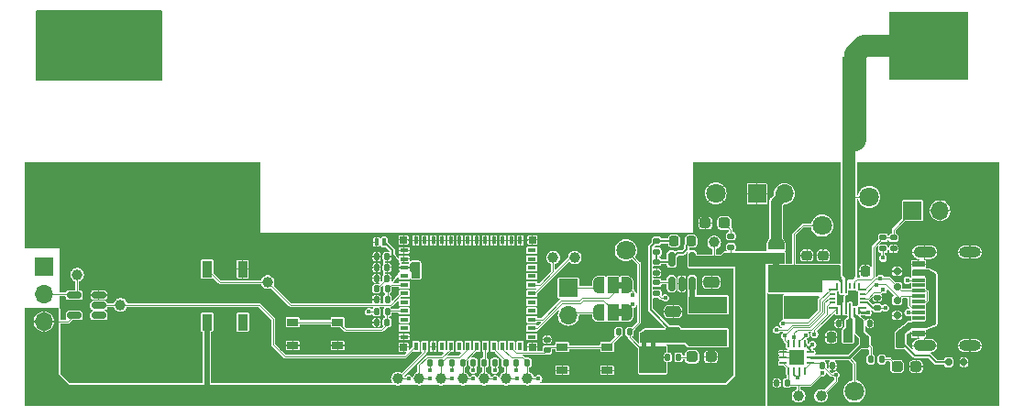
<source format=gtl>
%TF.GenerationSoftware,KiCad,Pcbnew,(7.0.0)*%
%TF.CreationDate,2023-02-26T18:38:48-08:00*%
%TF.ProjectId,esp32-c3-rgb,65737033-322d-4633-932d-7267622e6b69,rev?*%
%TF.SameCoordinates,Original*%
%TF.FileFunction,Copper,L1,Top*%
%TF.FilePolarity,Positive*%
%FSLAX46Y46*%
G04 Gerber Fmt 4.6, Leading zero omitted, Abs format (unit mm)*
G04 Created by KiCad (PCBNEW (7.0.0)) date 2023-02-26 18:38:48*
%MOMM*%
%LPD*%
G01*
G04 APERTURE LIST*
G04 Aperture macros list*
%AMRoundRect*
0 Rectangle with rounded corners*
0 $1 Rounding radius*
0 $2 $3 $4 $5 $6 $7 $8 $9 X,Y pos of 4 corners*
0 Add a 4 corners polygon primitive as box body*
4,1,4,$2,$3,$4,$5,$6,$7,$8,$9,$2,$3,0*
0 Add four circle primitives for the rounded corners*
1,1,$1+$1,$2,$3*
1,1,$1+$1,$4,$5*
1,1,$1+$1,$6,$7*
1,1,$1+$1,$8,$9*
0 Add four rect primitives between the rounded corners*
20,1,$1+$1,$2,$3,$4,$5,0*
20,1,$1+$1,$4,$5,$6,$7,0*
20,1,$1+$1,$6,$7,$8,$9,0*
20,1,$1+$1,$8,$9,$2,$3,0*%
%AMFreePoly0*
4,1,19,0.500000,-0.750000,0.000000,-0.750000,0.000000,-0.744911,-0.071157,-0.744911,-0.207708,-0.704816,-0.327430,-0.627875,-0.420627,-0.520320,-0.479746,-0.390866,-0.500000,-0.250000,-0.500000,0.250000,-0.479746,0.390866,-0.420627,0.520320,-0.327430,0.627875,-0.207708,0.704816,-0.071157,0.744911,0.000000,0.744911,0.000000,0.750000,0.500000,0.750000,0.500000,-0.750000,0.500000,-0.750000,
$1*%
%AMFreePoly1*
4,1,19,0.000000,0.744911,0.071157,0.744911,0.207708,0.704816,0.327430,0.627875,0.420627,0.520320,0.479746,0.390866,0.500000,0.250000,0.500000,-0.250000,0.479746,-0.390866,0.420627,-0.520320,0.327430,-0.627875,0.207708,-0.704816,0.071157,-0.744911,0.000000,-0.744911,0.000000,-0.750000,-0.500000,-0.750000,-0.500000,0.750000,0.000000,0.750000,0.000000,0.744911,0.000000,0.744911,
$1*%
%AMFreePoly2*
4,1,6,0.725000,-0.725000,-0.725000,-0.725000,-0.725000,0.125000,-0.125000,0.725000,0.725000,0.725000,0.725000,-0.725000,0.725000,-0.725000,$1*%
%AMFreePoly3*
4,1,19,0.550000,-0.750000,0.000000,-0.750000,0.000000,-0.744911,-0.071157,-0.744911,-0.207708,-0.704816,-0.327430,-0.627875,-0.420627,-0.520320,-0.479746,-0.390866,-0.500000,-0.250000,-0.500000,0.250000,-0.479746,0.390866,-0.420627,0.520320,-0.327430,0.627875,-0.207708,0.704816,-0.071157,0.744911,0.000000,0.744911,0.000000,0.750000,0.550000,0.750000,0.550000,-0.750000,0.550000,-0.750000,
$1*%
%AMFreePoly4*
4,1,19,0.000000,0.744911,0.071157,0.744911,0.207708,0.704816,0.327430,0.627875,0.420627,0.520320,0.479746,0.390866,0.500000,0.250000,0.500000,-0.250000,0.479746,-0.390866,0.420627,-0.520320,0.327430,-0.627875,0.207708,-0.704816,0.071157,-0.744911,0.000000,-0.744911,0.000000,-0.750000,-0.550000,-0.750000,-0.550000,0.750000,0.000000,0.750000,0.000000,0.744911,0.000000,0.744911,
$1*%
%AMFreePoly5*
4,1,7,0.099993,-0.100000,-0.675510,-0.100002,-0.675510,0.099998,-0.100007,0.099998,-0.100007,0.599999,0.099993,0.599999,0.099993,-0.100000,0.099993,-0.100000,$1*%
%AMFreePoly6*
4,1,7,0.099993,-0.599999,-0.100007,-0.599999,-0.100007,-0.099998,-0.675510,-0.099998,-0.675510,0.100000,0.099993,0.100000,0.099993,-0.599999,0.099993,-0.599999,$1*%
%AMFreePoly7*
4,1,7,0.725000,-0.099998,0.100000,-0.099998,0.100000,-0.599999,-0.100000,-0.599999,-0.100000,0.100002,0.725000,0.100002,0.725000,-0.099998,0.725000,-0.099998,$1*%
%AMFreePoly8*
4,1,7,0.100000,0.099998,0.725000,0.099998,0.725000,-0.100002,-0.100000,-0.100000,-0.100000,0.599999,0.100000,0.599999,0.100000,0.099998,0.100000,0.099998,$1*%
G04 Aperture macros list end*
%TA.AperFunction,SMDPad,CuDef*%
%ADD10C,1.000000*%
%TD*%
%TA.AperFunction,ComponentPad*%
%ADD11C,1.800000*%
%TD*%
%TA.AperFunction,SMDPad,CuDef*%
%ADD12FreePoly0,270.000000*%
%TD*%
%TA.AperFunction,SMDPad,CuDef*%
%ADD13FreePoly1,270.000000*%
%TD*%
%TA.AperFunction,SMDPad,CuDef*%
%ADD14RoundRect,0.135000X-0.135000X-0.185000X0.135000X-0.185000X0.135000X0.185000X-0.135000X0.185000X0*%
%TD*%
%TA.AperFunction,SMDPad,CuDef*%
%ADD15RoundRect,0.237500X0.287500X0.237500X-0.287500X0.237500X-0.287500X-0.237500X0.287500X-0.237500X0*%
%TD*%
%TA.AperFunction,ComponentPad*%
%ADD16R,1.700000X1.700000*%
%TD*%
%TA.AperFunction,ComponentPad*%
%ADD17O,1.700000X1.700000*%
%TD*%
%TA.AperFunction,SMDPad,CuDef*%
%ADD18RoundRect,0.225000X-0.225000X-0.250000X0.225000X-0.250000X0.225000X0.250000X-0.225000X0.250000X0*%
%TD*%
%TA.AperFunction,SMDPad,CuDef*%
%ADD19RoundRect,0.250000X0.475000X-0.250000X0.475000X0.250000X-0.475000X0.250000X-0.475000X-0.250000X0*%
%TD*%
%TA.AperFunction,SMDPad,CuDef*%
%ADD20RoundRect,0.135000X0.185000X-0.135000X0.185000X0.135000X-0.185000X0.135000X-0.185000X-0.135000X0*%
%TD*%
%TA.AperFunction,SMDPad,CuDef*%
%ADD21RoundRect,0.237500X-0.287500X-0.237500X0.287500X-0.237500X0.287500X0.237500X-0.287500X0.237500X0*%
%TD*%
%TA.AperFunction,SMDPad,CuDef*%
%ADD22R,1.050000X0.650000*%
%TD*%
%TA.AperFunction,SMDPad,CuDef*%
%ADD23RoundRect,0.140000X0.140000X0.170000X-0.140000X0.170000X-0.140000X-0.170000X0.140000X-0.170000X0*%
%TD*%
%TA.AperFunction,SMDPad,CuDef*%
%ADD24RoundRect,0.150000X-0.200000X0.150000X-0.200000X-0.150000X0.200000X-0.150000X0.200000X0.150000X0*%
%TD*%
%TA.AperFunction,SMDPad,CuDef*%
%ADD25RoundRect,0.250000X-0.475000X0.250000X-0.475000X-0.250000X0.475000X-0.250000X0.475000X0.250000X0*%
%TD*%
%TA.AperFunction,SMDPad,CuDef*%
%ADD26RoundRect,0.036000X0.164000X0.314000X-0.164000X0.314000X-0.164000X-0.314000X0.164000X-0.314000X0*%
%TD*%
%TA.AperFunction,SMDPad,CuDef*%
%ADD27RoundRect,0.150000X0.150000X-0.512500X0.150000X0.512500X-0.150000X0.512500X-0.150000X-0.512500X0*%
%TD*%
%TA.AperFunction,SMDPad,CuDef*%
%ADD28RoundRect,0.135000X-0.185000X0.135000X-0.185000X-0.135000X0.185000X-0.135000X0.185000X0.135000X0*%
%TD*%
%TA.AperFunction,SMDPad,CuDef*%
%ADD29R,0.800000X0.400000*%
%TD*%
%TA.AperFunction,SMDPad,CuDef*%
%ADD30R,0.400000X0.800000*%
%TD*%
%TA.AperFunction,SMDPad,CuDef*%
%ADD31R,0.700000X0.700000*%
%TD*%
%TA.AperFunction,SMDPad,CuDef*%
%ADD32FreePoly2,0.000000*%
%TD*%
%TA.AperFunction,SMDPad,CuDef*%
%ADD33R,1.450000X1.450000*%
%TD*%
%TA.AperFunction,SMDPad,CuDef*%
%ADD34R,2.200000X0.900000*%
%TD*%
%TA.AperFunction,SMDPad,CuDef*%
%ADD35RoundRect,0.135000X0.135000X0.185000X-0.135000X0.185000X-0.135000X-0.185000X0.135000X-0.185000X0*%
%TD*%
%TA.AperFunction,SMDPad,CuDef*%
%ADD36R,3.600000X1.500000*%
%TD*%
%TA.AperFunction,SMDPad,CuDef*%
%ADD37FreePoly3,180.000000*%
%TD*%
%TA.AperFunction,SMDPad,CuDef*%
%ADD38R,1.000000X1.500000*%
%TD*%
%TA.AperFunction,SMDPad,CuDef*%
%ADD39FreePoly4,180.000000*%
%TD*%
%TA.AperFunction,SMDPad,CuDef*%
%ADD40RoundRect,0.140000X-0.170000X0.140000X-0.170000X-0.140000X0.170000X-0.140000X0.170000X0.140000X0*%
%TD*%
%TA.AperFunction,SMDPad,CuDef*%
%ADD41FreePoly5,180.000000*%
%TD*%
%TA.AperFunction,SMDPad,CuDef*%
%ADD42R,0.624992X0.200000*%
%TD*%
%TA.AperFunction,SMDPad,CuDef*%
%ADD43FreePoly6,180.000000*%
%TD*%
%TA.AperFunction,SMDPad,CuDef*%
%ADD44R,0.200000X0.599999*%
%TD*%
%TA.AperFunction,SMDPad,CuDef*%
%ADD45R,0.200000X0.999998*%
%TD*%
%TA.AperFunction,SMDPad,CuDef*%
%ADD46FreePoly7,180.000000*%
%TD*%
%TA.AperFunction,SMDPad,CuDef*%
%ADD47R,0.599999X0.200000*%
%TD*%
%TA.AperFunction,SMDPad,CuDef*%
%ADD48FreePoly8,180.000000*%
%TD*%
%TA.AperFunction,SMDPad,CuDef*%
%ADD49R,0.200000X0.618998*%
%TD*%
%TA.AperFunction,SMDPad,CuDef*%
%ADD50RoundRect,0.140000X0.170000X-0.140000X0.170000X0.140000X-0.170000X0.140000X-0.170000X-0.140000X0*%
%TD*%
%TA.AperFunction,SMDPad,CuDef*%
%ADD51FreePoly3,90.000000*%
%TD*%
%TA.AperFunction,SMDPad,CuDef*%
%ADD52R,1.500000X1.000000*%
%TD*%
%TA.AperFunction,SMDPad,CuDef*%
%ADD53FreePoly4,90.000000*%
%TD*%
%TA.AperFunction,SMDPad,CuDef*%
%ADD54RoundRect,0.150000X0.512500X0.150000X-0.512500X0.150000X-0.512500X-0.150000X0.512500X-0.150000X0*%
%TD*%
%TA.AperFunction,SMDPad,CuDef*%
%ADD55R,0.900000X1.500000*%
%TD*%
%TA.AperFunction,SMDPad,CuDef*%
%ADD56RoundRect,0.150000X0.150000X0.200000X-0.150000X0.200000X-0.150000X-0.200000X0.150000X-0.200000X0*%
%TD*%
%TA.AperFunction,SMDPad,CuDef*%
%ADD57RoundRect,0.140000X-0.140000X-0.170000X0.140000X-0.170000X0.140000X0.170000X-0.140000X0.170000X0*%
%TD*%
%TA.AperFunction,SMDPad,CuDef*%
%ADD58RoundRect,0.150000X0.200000X-0.150000X0.200000X0.150000X-0.200000X0.150000X-0.200000X-0.150000X0*%
%TD*%
%TA.AperFunction,SMDPad,CuDef*%
%ADD59RoundRect,0.225000X0.250000X-0.225000X0.250000X0.225000X-0.250000X0.225000X-0.250000X-0.225000X0*%
%TD*%
%TA.AperFunction,SMDPad,CuDef*%
%ADD60RoundRect,0.062500X0.275000X0.062500X-0.275000X0.062500X-0.275000X-0.062500X0.275000X-0.062500X0*%
%TD*%
%TA.AperFunction,SMDPad,CuDef*%
%ADD61RoundRect,0.062500X0.062500X0.275000X-0.062500X0.275000X-0.062500X-0.275000X0.062500X-0.275000X0*%
%TD*%
%TA.AperFunction,SMDPad,CuDef*%
%ADD62RoundRect,0.225000X0.225000X0.250000X-0.225000X0.250000X-0.225000X-0.250000X0.225000X-0.250000X0*%
%TD*%
%TA.AperFunction,SMDPad,CuDef*%
%ADD63RoundRect,0.225000X-0.225000X-0.375000X0.225000X-0.375000X0.225000X0.375000X-0.225000X0.375000X0*%
%TD*%
%TA.AperFunction,SMDPad,CuDef*%
%ADD64R,1.150000X0.600000*%
%TD*%
%TA.AperFunction,SMDPad,CuDef*%
%ADD65R,1.150000X0.300000*%
%TD*%
%TA.AperFunction,ComponentPad*%
%ADD66O,2.100000X1.050000*%
%TD*%
%TA.AperFunction,ComponentPad*%
%ADD67O,2.000000X1.000000*%
%TD*%
%TA.AperFunction,SMDPad,CuDef*%
%ADD68R,7.340000X6.350000*%
%TD*%
%TA.AperFunction,ViaPad*%
%ADD69C,0.450000*%
%TD*%
%TA.AperFunction,Conductor*%
%ADD70C,0.090000*%
%TD*%
%TA.AperFunction,Conductor*%
%ADD71C,0.200000*%
%TD*%
%TA.AperFunction,Conductor*%
%ADD72C,2.000000*%
%TD*%
%TA.AperFunction,Conductor*%
%ADD73C,0.250000*%
%TD*%
%TA.AperFunction,Conductor*%
%ADD74C,1.000000*%
%TD*%
%TA.AperFunction,Conductor*%
%ADD75C,0.500000*%
%TD*%
G04 APERTURE END LIST*
%TO.C,JP4*%
G36*
X92480000Y-127120000D02*
G01*
X92080000Y-127120000D01*
X92080000Y-126620000D01*
X92480000Y-126620000D01*
X92480000Y-127120000D01*
G37*
G36*
X91680000Y-127120000D02*
G01*
X91280000Y-127120000D01*
X91280000Y-126620000D01*
X91680000Y-126620000D01*
X91680000Y-127120000D01*
G37*
%TO.C,JP3*%
G36*
X89480000Y-124210000D02*
G01*
X88980000Y-124210000D01*
X88980000Y-123610000D01*
X89480000Y-123610000D01*
X89480000Y-124210000D01*
G37*
%TO.C,JP1*%
G36*
X103950000Y-119800000D02*
G01*
X103350000Y-119800000D01*
X103350000Y-119300000D01*
X103950000Y-119300000D01*
X103950000Y-119800000D01*
G37*
%TO.C,JP2*%
G36*
X89480000Y-121710000D02*
G01*
X88980000Y-121710000D01*
X88980000Y-121110000D01*
X89480000Y-121110000D01*
X89480000Y-121710000D01*
G37*
%TD*%
D10*
%TO.P,TP6,1,1*%
%TO.N,/CC1*%
X105730000Y-131620000D03*
%TD*%
D11*
%TO.P,TP5,1,1*%
%TO.N,+3V3*%
X89780000Y-118170000D03*
%TD*%
D10*
%TO.P,TP12,1,1*%
%TO.N,/CHG_CE_N*%
X80699998Y-130040000D03*
%TD*%
D12*
%TO.P,JP4,1,A*%
%TO.N,/REG_3V3 *%
X91880000Y-126220000D03*
D13*
%TO.P,JP4,2,B*%
%TO.N,+3V3*%
X91880000Y-127520000D03*
%TD*%
D14*
%TO.P,R14,1*%
%TO.N,VBUS*%
X112390000Y-128250000D03*
%TO.P,R14,2*%
%TO.N,Net-(D2-A)*%
X113410000Y-128250000D03*
%TD*%
D15*
%TO.P,D2,1,K*%
%TO.N,GND*%
X116575000Y-128900000D03*
%TO.P,D2,2,A*%
%TO.N,Net-(D2-A)*%
X114825000Y-128900000D03*
%TD*%
D16*
%TO.P,J2,1,Pin_1*%
%TO.N,GND*%
X36029999Y-119674999D03*
D17*
%TO.P,J2,2,Pin_2*%
%TO.N,/LED_DATA_5V*%
X36029999Y-122214999D03*
%TO.P,J2,3,Pin_3*%
%TO.N,VSYS*%
X36029999Y-124754999D03*
%TD*%
D14*
%TO.P,R9,1*%
%TO.N,+3V3*%
X66740000Y-121710000D03*
%TO.P,R9,2*%
%TO.N,/BOARD_ID*%
X67760000Y-121710000D03*
%TD*%
D18*
%TO.P,C6,1*%
%TO.N,/REG_3V3 *%
X94240000Y-117310000D03*
%TO.P,C6,2*%
%TO.N,Net-(U5-FB)*%
X95790000Y-117310000D03*
%TD*%
D19*
%TO.P,C7,2*%
%TO.N,GND*%
X94140000Y-123830000D03*
%TO.P,C7,1*%
%TO.N,/REG_3V3 *%
X94140000Y-125730000D03*
%TD*%
D14*
%TO.P,R4,1*%
%TO.N,+3V3*%
X77680000Y-128540000D03*
%TO.P,R4,2*%
%TO.N,/PD_INT_N*%
X78700000Y-128540000D03*
%TD*%
D10*
%TO.P,TP15,1,1*%
%TO.N,/STATUS_LED_DATA*%
X56700000Y-121100000D03*
%TD*%
D20*
%TO.P,R12,1*%
%TO.N,VSYS*%
X99490000Y-117870000D03*
%TO.P,R12,2*%
%TO.N,Net-(D4-A)*%
X99490000Y-116850000D03*
%TD*%
D21*
%TO.P,D4,1,K*%
%TO.N,GND*%
X97125000Y-115650000D03*
%TO.P,D4,2,A*%
%TO.N,Net-(D4-A)*%
X98875000Y-115650000D03*
%TD*%
D10*
%TO.P,TP11,1,1*%
%TO.N,/CHG_INT_N*%
X72706666Y-130040000D03*
%TD*%
D18*
%TO.P,C18,1*%
%TO.N,VBAT*%
X110350000Y-120100000D03*
%TO.P,C18,2*%
%TO.N,GND*%
X111900000Y-120100000D03*
%TD*%
D22*
%TO.P,SW1,1,1*%
%TO.N,/RESET_N*%
X59009999Y-124799999D03*
X63159999Y-124799999D03*
%TO.P,SW1,2,2*%
%TO.N,GND*%
X59009999Y-126949999D03*
X63159999Y-126949999D03*
%TD*%
D23*
%TO.P,C11,1*%
%TO.N,+3V3*%
X67730000Y-119750000D03*
%TO.P,C11,2*%
%TO.N,GND*%
X66770000Y-119750000D03*
%TD*%
D15*
%TO.P,D3,1,K*%
%TO.N,GND*%
X97640000Y-128010000D03*
%TO.P,D3,2,A*%
%TO.N,Net-(D3-A)*%
X95890000Y-128010000D03*
%TD*%
D14*
%TO.P,R10,1*%
%TO.N,+3V3*%
X71690000Y-128540000D03*
%TO.P,R10,2*%
%TO.N,/CHG_INT_N*%
X72710000Y-128540000D03*
%TD*%
D24*
%TO.P,D8,1,A1*%
%TO.N,/USB_D+*%
X114825000Y-121500000D03*
%TO.P,D8,2,A2*%
%TO.N,GND*%
X114825000Y-120100000D03*
%TD*%
D14*
%TO.P,R8,1*%
%TO.N,+3V3*%
X66740000Y-123840000D03*
%TO.P,R8,2*%
%TO.N,/RESET_N*%
X67760000Y-123840000D03*
%TD*%
D10*
%TO.P,TP17,1,1*%
%TO.N,/SDA*%
X74704999Y-130040000D03*
%TD*%
D11*
%TO.P,TP18,1,1*%
%TO.N,GND*%
X98090000Y-112900000D03*
%TD*%
D25*
%TO.P,C5,1*%
%TO.N,VSYS*%
X97690000Y-119180000D03*
%TO.P,C5,2*%
%TO.N,GND*%
X97690000Y-121080000D03*
%TD*%
D26*
%TO.P,D1,1,A1*%
%TO.N,+3V3*%
X67462500Y-117400000D03*
%TO.P,D1,2,A2*%
%TO.N,GND*%
X66762500Y-117400000D03*
%TD*%
D27*
%TO.P,U5,1,EN*%
%TO.N,/3V3_EN*%
X94000000Y-121255000D03*
%TO.P,U5,2,GND*%
%TO.N,GND*%
X94950000Y-121255000D03*
%TO.P,U5,3,LX*%
%TO.N,/Buck_Coil*%
X95900000Y-121255000D03*
%TO.P,U5,4,IN*%
%TO.N,VSYS*%
X95900000Y-118980000D03*
%TO.P,U5,5,FB*%
%TO.N,Net-(U5-FB)*%
X94000000Y-118980000D03*
%TD*%
D23*
%TO.P,C16,1*%
%TO.N,/CC1*%
X104670000Y-130400000D03*
%TO.P,C16,2*%
%TO.N,GND*%
X103710000Y-130400000D03*
%TD*%
D28*
%TO.P,R16,1*%
%TO.N,/TS*%
X114490000Y-117000000D03*
%TO.P,R16,2*%
%TO.N,GND*%
X114490000Y-118020000D03*
%TD*%
D14*
%TO.P,R5,1*%
%TO.N,+3V3*%
X79680000Y-128540000D03*
%TO.P,R5,2*%
%TO.N,/CHG_CE_N*%
X80700000Y-128540000D03*
%TD*%
D10*
%TO.P,TP13,1,1*%
%TO.N,/LED_DATA_3V3*%
X43100000Y-123200000D03*
%TD*%
D14*
%TO.P,R13,1*%
%TO.N,+3V3*%
X93630000Y-128050000D03*
%TO.P,R13,2*%
%TO.N,Net-(D3-A)*%
X94650000Y-128050000D03*
%TD*%
D29*
%TO.P,U3,1,GND*%
%TO.N,GND*%
X69299999Y-118159999D03*
%TO.P,U3,2,GND*%
X69299999Y-118959999D03*
%TO.P,U3,3,3V3*%
%TO.N,+3V3*%
X69299999Y-119759999D03*
%TO.P,U3,4,NC*%
%TO.N,unconnected-(U3-NC-Pad4)*%
X69299999Y-120559999D03*
%TO.P,U3,5,GPIO2/ADC1_CH2*%
%TO.N,/BOARD_ID*%
X69299999Y-121359999D03*
%TO.P,U3,6,GPIO3/ADC1_CH3*%
%TO.N,/STATUS_LED_DATA*%
X69299999Y-122159999D03*
%TO.P,U3,7,NC*%
%TO.N,unconnected-(U3-NC-Pad7)*%
X69299999Y-122959999D03*
%TO.P,U3,8,EN/CHIP_PU*%
%TO.N,/RESET_N*%
X69299999Y-123759999D03*
%TO.P,U3,9,NC*%
%TO.N,unconnected-(U3-NC-Pad9)*%
X69299999Y-124559999D03*
%TO.P,U3,10,NC*%
%TO.N,unconnected-(U3-NC-Pad10)*%
X69299999Y-125359999D03*
%TO.P,U3,11,GND*%
%TO.N,GND*%
X69299999Y-126159999D03*
D30*
%TO.P,U3,12,GPIO0/ADC1_CH0/XTAL_32K_P*%
%TO.N,/LED_DATA_3V3*%
X70399999Y-127059999D03*
%TO.P,U3,13,GPIO1/ADC1_CH1/XTAL_32K_N*%
%TO.N,/CHG_PG_N*%
X71199999Y-127059999D03*
%TO.P,U3,14,GND*%
%TO.N,GND*%
X71999999Y-127059999D03*
%TO.P,U3,15,NC*%
%TO.N,unconnected-(U3-NC-Pad15)*%
X72799999Y-127059999D03*
%TO.P,U3,16,GPIO10*%
%TO.N,/CHG_STAT*%
X73599999Y-127059999D03*
%TO.P,U3,17,NC*%
%TO.N,unconnected-(U3-NC-Pad17)*%
X74399999Y-127059999D03*
%TO.P,U3,18,GPIO4/ADC1_CH4*%
%TO.N,/CHG_INT_N*%
X75199999Y-127059999D03*
%TO.P,U3,19,GPIO5/ADC2_CH0*%
%TO.N,/SDA*%
X75999999Y-127059999D03*
%TO.P,U3,20,GPIO6*%
%TO.N,/SCL*%
X76799999Y-127059999D03*
%TO.P,U3,21,GPIO7*%
%TO.N,/PD_INT_N*%
X77599999Y-127059999D03*
%TO.P,U3,22,GPIO8*%
%TO.N,/CHG_CE_N*%
X78399999Y-127059999D03*
%TO.P,U3,23,GPIO9*%
%TO.N,/BOOT*%
X79199999Y-127059999D03*
%TO.P,U3,24,NC*%
%TO.N,unconnected-(U3-NC-Pad24)*%
X79999999Y-127059999D03*
D29*
%TO.P,U3,25,NC*%
%TO.N,unconnected-(U3-NC-Pad25)*%
X81099999Y-126159999D03*
%TO.P,U3,26,GPIO18/USB_D-*%
%TO.N,/ESP_USB_D-*%
X81099999Y-125359999D03*
%TO.P,U3,27,GPIO19/USB_D+*%
%TO.N,/ESP_USB_D+*%
X81099999Y-124559999D03*
%TO.P,U3,28,NC*%
%TO.N,unconnected-(U3-NC-Pad28)*%
X81099999Y-123759999D03*
%TO.P,U3,29,NC*%
%TO.N,unconnected-(U3-NC-Pad29)*%
X81099999Y-122959999D03*
%TO.P,U3,30,GPIO20/U0RXD*%
%TO.N,/GPIO20*%
X81099999Y-122159999D03*
%TO.P,U3,31,GPIO21/U0TXD*%
%TO.N,/GPIO21*%
X81099999Y-121359999D03*
%TO.P,U3,32,NC*%
%TO.N,unconnected-(U3-NC-Pad32)*%
X81099999Y-120559999D03*
%TO.P,U3,33,NC*%
%TO.N,unconnected-(U3-NC-Pad33)*%
X81099999Y-119759999D03*
%TO.P,U3,34,NC*%
%TO.N,unconnected-(U3-NC-Pad34)*%
X81099999Y-118959999D03*
%TO.P,U3,35,NC*%
%TO.N,unconnected-(U3-NC-Pad35)*%
X81099999Y-118159999D03*
D31*
%TO.P,U3,36,GND*%
%TO.N,GND*%
X69249999Y-117209999D03*
X69249999Y-127109999D03*
D30*
X70399999Y-117259999D03*
X71199999Y-117259999D03*
X71999999Y-117259999D03*
X72799999Y-117259999D03*
D32*
X73225000Y-120185000D03*
D33*
X73224999Y-122159999D03*
X73224999Y-124134999D03*
D30*
X73599999Y-117259999D03*
X74399999Y-117259999D03*
X75199999Y-117259999D03*
D33*
X75199999Y-120184999D03*
X75199999Y-122159999D03*
X75199999Y-124134999D03*
D30*
X75999999Y-117259999D03*
X76799999Y-117259999D03*
D33*
X77174999Y-120184999D03*
X77174999Y-122159999D03*
X77174999Y-124134999D03*
D30*
X77599999Y-117259999D03*
X78399999Y-117259999D03*
X79199999Y-117259999D03*
X79999999Y-117259999D03*
D31*
X81149999Y-117209999D03*
X81149999Y-127109999D03*
%TD*%
D34*
%TO.P,L2,1*%
%TO.N,/SW*%
X106099999Y-123449999D03*
%TO.P,L2,2*%
%TO.N,/VSYS_CHG*%
X106099999Y-121549999D03*
%TD*%
D28*
%TO.P,R2,2*%
%TO.N,Net-(U5-FB)*%
X92620000Y-118320000D03*
%TO.P,R2,1*%
%TO.N,/REG_3V3 *%
X92620000Y-117300000D03*
%TD*%
D10*
%TO.P,TP10,1,1*%
%TO.N,/CHG_PG_N*%
X68710000Y-130040000D03*
%TD*%
D35*
%TO.P,R19,1*%
%TO.N,+3V3*%
X90120000Y-125700000D03*
%TO.P,R19,2*%
%TO.N,/BOOT*%
X89100000Y-125700000D03*
%TD*%
D10*
%TO.P,TP19,1,1*%
%TO.N,/GPIO20*%
X85060000Y-118830000D03*
%TD*%
D36*
%TO.P,L1,1*%
%TO.N,/Buck_Coil*%
X97374999Y-123204999D03*
%TO.P,L1,2*%
%TO.N,/REG_3V3 *%
X97374999Y-126254999D03*
%TD*%
D37*
%TO.P,JP3,1,A*%
%TO.N,/USB_D-*%
X89880000Y-123910000D03*
D38*
%TO.P,JP3,2,C*%
%TO.N,/ESP_USB_D-*%
X88579999Y-123909999D03*
D39*
%TO.P,JP3,3,B*%
%TO.N,/AUX_USB_D-*%
X87280000Y-123910000D03*
%TD*%
D10*
%TO.P,TP8,1,1*%
%TO.N,/PD_INT_N*%
X78701665Y-130040000D03*
%TD*%
D28*
%TO.P,R3,1*%
%TO.N,Net-(U5-FB)*%
X92620000Y-119220000D03*
%TO.P,R3,2*%
%TO.N,GND*%
X92620000Y-120240000D03*
%TD*%
D16*
%TO.P,J4,1,Pin_1*%
%TO.N,/AUX_USB_D+*%
X84469999Y-121629999D03*
D17*
%TO.P,J4,2,Pin_2*%
%TO.N,/AUX_USB_D-*%
X84469999Y-124169999D03*
%TD*%
D14*
%TO.P,R7,1*%
%TO.N,+3V3*%
X73680000Y-128540000D03*
%TO.P,R7,2*%
%TO.N,/SDA*%
X74700000Y-128540000D03*
%TD*%
D23*
%TO.P,C2,1*%
%TO.N,/PMID*%
X110400000Y-124900000D03*
%TO.P,C2,2*%
%TO.N,GND*%
X109440000Y-124900000D03*
%TD*%
D17*
%TO.P,TH1,2*%
%TO.N,GND*%
X118789999Y-114499999D03*
D16*
%TO.P,TH1,1*%
%TO.N,/TS*%
X116249999Y-114499999D03*
%TD*%
D40*
%TO.P,C14,1*%
%TO.N,GND*%
X82500000Y-126420000D03*
%TO.P,C14,2*%
%TO.N,/BOOT*%
X82500000Y-127380000D03*
%TD*%
D16*
%TO.P,J3,1,Pin_1*%
%TO.N,GND*%
X101889999Y-112939999D03*
D17*
%TO.P,J3,2,Pin_2*%
%TO.N,/VAUX*%
X104429999Y-112939999D03*
%TD*%
D41*
%TO.P,U2,1,BTST*%
%TO.N,/BTST*%
X111299993Y-123457002D03*
D42*
%TO.P,U2,2,REGN*%
%TO.N,/REGN*%
X111663000Y-122999999D03*
%TO.P,U2,3,PG_N*%
%TO.N,/CHG_PG_N*%
X111663000Y-122600000D03*
%TO.P,U2,4,D-*%
%TO.N,/USB_D-*%
X111663000Y-122200001D03*
D43*
%TO.P,U2,5,D+*%
%TO.N,/USB_D+*%
X111299993Y-121757000D03*
D44*
%TO.P,U2,6,TS*%
%TO.N,/TS*%
X110899999Y-121457000D03*
%TO.P,U2,7,QON_N*%
%TO.N,unconnected-(U2-QON_N-Pad7)*%
X110500000Y-121457000D03*
D45*
%TO.P,U2,8,BAT*%
%TO.N,VBAT*%
X110100000Y-121657000D03*
%TO.P,U2,9,SYS*%
%TO.N,/VSYS_CHG*%
X109700001Y-121657000D03*
D46*
%TO.P,U2,10,STAT*%
%TO.N,/CHG_STAT*%
X109300002Y-121757000D03*
D47*
%TO.P,U2,11,INT_N*%
%TO.N,/CHG_INT_N*%
X108875000Y-122200001D03*
%TO.P,U2,12,SDA*%
%TO.N,/SDA*%
X108875000Y-122600000D03*
%TO.P,U2,13,SCL*%
%TO.N,/SCL*%
X108875000Y-122999999D03*
D48*
%TO.P,U2,14,CE_N*%
%TO.N,/CHG_CE_N*%
X109300002Y-123457002D03*
D45*
%TO.P,U2,15,GND*%
%TO.N,GND*%
X109700001Y-123557000D03*
%TO.P,U2,16,SW*%
%TO.N,/SW*%
X110100000Y-123557000D03*
%TO.P,U2,17,PMID*%
%TO.N,/PMID*%
X110500000Y-123557000D03*
D49*
%TO.P,U2,18,VBUS*%
%TO.N,VBUS*%
X110899999Y-123748000D03*
%TD*%
D11*
%TO.P,TP1,1,1*%
%TO.N,/VSYS_CHG*%
X107900000Y-115890000D03*
%TD*%
D50*
%TO.P,C12,1*%
%TO.N,/REGN*%
X113000000Y-123480000D03*
%TO.P,C12,2*%
%TO.N,GND*%
X113000000Y-122520000D03*
%TD*%
D35*
%TO.P,R11,1*%
%TO.N,/BOARD_ID*%
X67760000Y-122700000D03*
%TO.P,R11,2*%
%TO.N,GND*%
X66740000Y-122700000D03*
%TD*%
D51*
%TO.P,JP1,1,A*%
%TO.N,/VSYS_CHG*%
X103650000Y-120200000D03*
D52*
%TO.P,JP1,2,C*%
%TO.N,VSYS*%
X103649999Y-118899999D03*
D53*
%TO.P,JP1,3,B*%
%TO.N,/VAUX*%
X103650000Y-117600000D03*
%TD*%
D11*
%TO.P,TP4,1,1*%
%TO.N,VBAT*%
X112250000Y-113250000D03*
%TD*%
D10*
%TO.P,TP9,1,1*%
%TO.N,/CHG_STAT*%
X70708333Y-130040000D03*
%TD*%
D54*
%TO.P,U1,1,NC*%
%TO.N,unconnected-(U1-NC-Pad1)*%
X41100000Y-124200000D03*
%TO.P,U1,2,A*%
%TO.N,/LED_DATA_3V3*%
X41100000Y-123250000D03*
%TO.P,U1,3,GND*%
%TO.N,GND*%
X41100000Y-122300000D03*
%TO.P,U1,4,Y*%
%TO.N,/LED_DATA_5V*%
X38825000Y-122300000D03*
%TO.P,U1,5,VCC*%
%TO.N,VSYS*%
X38825000Y-124200000D03*
%TD*%
D55*
%TO.P,D9,1,VDD*%
%TO.N,VSYS*%
X51099999Y-124799999D03*
%TO.P,D9,2,DOUT*%
%TO.N,unconnected-(D9-DOUT-Pad2)*%
X54399999Y-124799999D03*
%TO.P,D9,3,VSS*%
%TO.N,GND*%
X54399999Y-119899999D03*
%TO.P,D9,4,DIN*%
%TO.N,/STATUS_LED_DATA*%
X51099999Y-119899999D03*
%TD*%
D10*
%TO.P,TP7,1,1*%
%TO.N,/CC2*%
X107800000Y-131620000D03*
%TD*%
D22*
%TO.P,SW2,1,1*%
%TO.N,/BOOT*%
X83899999Y-127099999D03*
X88049999Y-127099999D03*
%TO.P,SW2,2,2*%
%TO.N,GND*%
X83899999Y-129249999D03*
X88049999Y-129249999D03*
%TD*%
D56*
%TO.P,D7,2,A2*%
%TO.N,GND*%
X121000000Y-128500000D03*
%TO.P,D7,1,A1*%
%TO.N,/VBUS_CONN*%
X119600000Y-128500000D03*
%TD*%
D23*
%TO.P,C9,1*%
%TO.N,+3V3*%
X67730000Y-118750000D03*
%TO.P,C9,2*%
%TO.N,GND*%
X66770000Y-118750000D03*
%TD*%
D57*
%TO.P,C1,1*%
%TO.N,VBUS*%
X111340000Y-124900000D03*
%TO.P,C1,2*%
%TO.N,GND*%
X112300000Y-124900000D03*
%TD*%
D11*
%TO.P,TP2,1,1*%
%TO.N,VBUS*%
X110900000Y-131210000D03*
%TD*%
D58*
%TO.P,D5,1,A1*%
%TO.N,/USB_D-*%
X114825000Y-122775000D03*
%TO.P,D5,2,A2*%
%TO.N,GND*%
X114825000Y-124175000D03*
%TD*%
D10*
%TO.P,TP3,1,1*%
%TO.N,VSYS*%
X97940000Y-117430000D03*
%TD*%
D23*
%TO.P,C8,1*%
%TO.N,+3V3*%
X67730000Y-120750000D03*
%TO.P,C8,2*%
%TO.N,GND*%
X66770000Y-120750000D03*
%TD*%
D59*
%TO.P,C13,1*%
%TO.N,/VSYS_CHG*%
X108000000Y-120200000D03*
%TO.P,C13,2*%
%TO.N,GND*%
X108000000Y-118650000D03*
%TD*%
D37*
%TO.P,JP2,1,A*%
%TO.N,/USB_D+*%
X89880000Y-121410000D03*
D38*
%TO.P,JP2,2,C*%
%TO.N,/ESP_USB_D+*%
X88579999Y-121409999D03*
D39*
%TO.P,JP2,3,B*%
%TO.N,/AUX_USB_D+*%
X87280000Y-121410000D03*
%TD*%
D10*
%TO.P,TP20,1,1*%
%TO.N,/GPIO21*%
X83060000Y-118830000D03*
%TD*%
%TO.P,TP14,1,1*%
%TO.N,/LED_DATA_5V*%
X39100000Y-120400000D03*
%TD*%
%TO.P,TP16,1,1*%
%TO.N,/SCL*%
X76703332Y-130040000D03*
%TD*%
D60*
%TO.P,U4,1,CC2*%
%TO.N,/CC2*%
X106832500Y-128590000D03*
%TO.P,U4,2,VBUS*%
%TO.N,VBUS*%
X106832500Y-128090000D03*
%TO.P,U4,3,VDD*%
%TO.N,+3V3*%
X106832500Y-127590000D03*
D61*
%TO.P,U4,4,VDD*%
X106320000Y-126827500D03*
%TO.P,U4,5,INT_N*%
%TO.N,/PD_INT_N*%
X105820000Y-126827500D03*
%TO.P,U4,6,SCL*%
%TO.N,/SCL*%
X105320000Y-126827500D03*
%TO.P,U4,7,SDA*%
%TO.N,/SDA*%
X104820000Y-126827500D03*
D60*
%TO.P,U4,8,GND*%
%TO.N,GND*%
X104307500Y-127590000D03*
%TO.P,U4,9,GND*%
X104307500Y-128090000D03*
%TO.P,U4,10,CC1*%
%TO.N,/CC1*%
X104307500Y-128590000D03*
D61*
%TO.P,U4,11,CC1*%
X104820000Y-129352500D03*
%TO.P,U4,12,VCONN*%
%TO.N,+3V3*%
X105320000Y-129352500D03*
%TO.P,U4,13,VCONN*%
X105820000Y-129352500D03*
%TO.P,U4,14,CC2*%
%TO.N,/CC2*%
X106320000Y-129352500D03*
D33*
%TO.P,U4,15,GND*%
%TO.N,GND*%
X105569999Y-128089999D03*
%TD*%
D57*
%TO.P,C15,1*%
%TO.N,/CC2*%
X107900000Y-128830000D03*
%TO.P,C15,2*%
%TO.N,GND*%
X108860000Y-128830000D03*
%TD*%
D59*
%TO.P,C17,1*%
%TO.N,/VSYS_CHG*%
X106500000Y-120200000D03*
%TO.P,C17,2*%
%TO.N,GND*%
X106500000Y-118650000D03*
%TD*%
D23*
%TO.P,C10,1*%
%TO.N,/RESET_N*%
X67730000Y-124820000D03*
%TO.P,C10,2*%
%TO.N,GND*%
X66770000Y-124820000D03*
%TD*%
D14*
%TO.P,R6,1*%
%TO.N,+3V3*%
X75680000Y-128540000D03*
%TO.P,R6,2*%
%TO.N,/SCL*%
X76700000Y-128540000D03*
%TD*%
D62*
%TO.P,C3,1*%
%TO.N,/PMID*%
X110300000Y-126200000D03*
%TO.P,C3,2*%
%TO.N,GND*%
X108750000Y-126200000D03*
%TD*%
D28*
%TO.P,R15,1*%
%TO.N,/TS*%
X113530000Y-116990000D03*
%TO.P,R15,2*%
%TO.N,/REGN*%
X113530000Y-118010000D03*
%TD*%
D20*
%TO.P,R1,1*%
%TO.N,VSYS*%
X92620000Y-122160000D03*
%TO.P,R1,2*%
%TO.N,/3V3_EN*%
X92620000Y-121140000D03*
%TD*%
D63*
%TO.P,D6,2,A*%
%TO.N,/VBUS_CONN*%
X115150000Y-126600000D03*
%TO.P,D6,1,K*%
%TO.N,VBUS*%
X111850000Y-126600000D03*
%TD*%
D64*
%TO.P,J1,A1_B12,GND*%
%TO.N,GND*%
X116799999Y-125859999D03*
%TO.P,J1,A4_B9,VBUS*%
%TO.N,/VBUS_CONN*%
X116799999Y-125059999D03*
D65*
%TO.P,J1,A5,CC1*%
%TO.N,/CC1*%
X116799999Y-123909999D03*
%TO.P,J1,A6,DP1*%
%TO.N,/USB_D+*%
X116799999Y-122909999D03*
%TO.P,J1,A7,DN1*%
%TO.N,/USB_D-*%
X116799999Y-122409999D03*
%TO.P,J1,A8,SBU1*%
%TO.N,unconnected-(J1-SBU1-PadA8)*%
X116799999Y-121409999D03*
D64*
%TO.P,J1,B1_A12,GND*%
%TO.N,GND*%
X116799999Y-119459999D03*
%TO.P,J1,B4_A9,VBUS*%
%TO.N,/VBUS_CONN*%
X116799999Y-120259999D03*
D65*
%TO.P,J1,B5,CC2*%
%TO.N,/CC2*%
X116799999Y-120909999D03*
%TO.P,J1,B6,DP2*%
%TO.N,/USB_D+*%
X116799999Y-121909999D03*
%TO.P,J1,B7,DN2*%
%TO.N,/USB_D-*%
X116799999Y-123409999D03*
%TO.P,J1,B8,SBU2*%
%TO.N,unconnected-(J1-SBU2-PadB8)*%
X116799999Y-124409999D03*
D66*
%TO.P,J1,S1,SHELL_GND*%
%TO.N,GND*%
X117374999Y-126979999D03*
D67*
%TO.P,J1,S2,SHELL_GND*%
X121554999Y-126979999D03*
%TO.P,J1,S3,SHELL_GND*%
X121554999Y-118339999D03*
D66*
%TO.P,J1,S4,SHELL_GND*%
X117374999Y-118339999D03*
%TD*%
D68*
%TO.P,BT1,1,+*%
%TO.N,VBAT*%
X117749999Y-99249999D03*
%TO.P,BT1,2,-*%
%TO.N,GND*%
X39089999Y-99249999D03*
%TD*%
D69*
%TO.N,GND*%
X107900000Y-126700000D03*
X107900000Y-126200000D03*
X107900000Y-125700000D03*
X108200000Y-125300000D03*
X108700000Y-125400000D03*
X103200000Y-127550000D03*
X99350000Y-127550000D03*
X64300000Y-126900000D03*
X58000000Y-126900000D03*
X42300000Y-121500000D03*
X42300000Y-122300000D03*
X41100000Y-121500000D03*
X53500000Y-120000000D03*
X55500000Y-120000000D03*
X54500000Y-118500000D03*
X67500000Y-129500000D03*
X67500000Y-128500000D03*
X67500000Y-127000000D03*
X67500000Y-126000000D03*
X106030000Y-127620000D03*
X100366666Y-118000000D03*
X82500000Y-125800000D03*
X112960000Y-124900000D03*
X45000000Y-98000000D03*
X105560000Y-128100000D03*
X77250000Y-118000000D03*
X78210000Y-119250000D03*
X46000000Y-98000000D03*
X115600000Y-127800000D03*
X72750000Y-118000000D03*
X112130000Y-119190000D03*
X80250000Y-118000000D03*
X74250000Y-118000000D03*
X114820000Y-119360000D03*
X44000000Y-101000000D03*
X98840000Y-120120000D03*
X115210000Y-118030000D03*
X72230000Y-123150000D03*
X74210000Y-125130000D03*
X78190000Y-121160000D03*
X113000000Y-111000000D03*
X109250000Y-117036667D03*
X105120000Y-127640000D03*
X44000000Y-97000000D03*
X99350000Y-129450000D03*
X108300000Y-127000000D03*
X71250000Y-118000000D03*
X70200000Y-118800000D03*
X114000000Y-110500000D03*
X44000000Y-98000000D03*
X112500000Y-110500000D03*
X99350000Y-128183333D03*
X101633333Y-118000000D03*
X112500000Y-111000000D03*
X121700000Y-128500000D03*
X66030000Y-124810000D03*
X78750000Y-118000000D03*
X44000000Y-100000000D03*
X72010000Y-126270000D03*
X111500000Y-117036667D03*
X111530000Y-119180000D03*
X73500000Y-118000000D03*
X74210000Y-119160000D03*
X102266666Y-118000000D03*
X112000000Y-110500000D03*
X98850000Y-121120000D03*
X114840000Y-124880000D03*
X103200000Y-128816666D03*
X108236667Y-117670000D03*
X99350000Y-128816666D03*
X95430000Y-120170000D03*
X108700000Y-124900000D03*
X109250000Y-115770000D03*
X75000000Y-118000000D03*
X111500000Y-117670000D03*
X111500000Y-115770000D03*
X45000000Y-99000000D03*
X116600000Y-129900000D03*
X72410000Y-119360000D03*
X45000000Y-100000000D03*
X106336667Y-117670000D03*
X94950000Y-120170000D03*
X109560000Y-122640000D03*
X74200000Y-121170000D03*
X112000000Y-111000000D03*
X76500000Y-118000000D03*
X103200000Y-128183333D03*
X45000000Y-101000000D03*
X111500000Y-116403334D03*
X109600000Y-128800000D03*
X75750000Y-118000000D03*
X94950000Y-119690000D03*
X94470000Y-120170000D03*
X78170000Y-125120000D03*
X46000000Y-100000000D03*
X46000000Y-101000000D03*
X113710000Y-122500000D03*
X44000000Y-102000000D03*
X99350000Y-124700000D03*
X105120000Y-128560000D03*
X46000000Y-102000000D03*
X78000000Y-118000000D03*
X113500000Y-110500000D03*
X66000000Y-119750000D03*
X106970000Y-117670000D03*
X101000000Y-118000000D03*
X117700000Y-128900000D03*
X76190000Y-123150000D03*
X70080000Y-126290000D03*
X46000000Y-99000000D03*
X66000000Y-117400000D03*
X109250000Y-117670000D03*
X66000000Y-120750000D03*
X109250000Y-116403334D03*
X103210000Y-123960000D03*
X113500000Y-111000000D03*
X98840000Y-121660000D03*
X103200000Y-129450000D03*
X106030000Y-128550000D03*
X114000000Y-111000000D03*
X72000000Y-118000000D03*
X66000000Y-118750000D03*
X72220000Y-125120000D03*
X70600000Y-118000000D03*
X45000000Y-97000000D03*
X76190000Y-119180000D03*
X66030000Y-122700000D03*
X76190000Y-125130000D03*
X46000000Y-97000000D03*
X114500000Y-111000000D03*
X79500000Y-118000000D03*
X107603333Y-117670000D03*
X45000000Y-102000000D03*
X98840000Y-120610000D03*
X78180000Y-123140000D03*
X72240000Y-121180000D03*
X70200000Y-118300000D03*
X94230000Y-122810000D03*
X113000000Y-110500000D03*
X80310000Y-126290000D03*
X44000000Y-99000000D03*
X76180000Y-121170000D03*
X103210000Y-123326667D03*
X94770000Y-122800000D03*
X114500000Y-110500000D03*
X74210000Y-123150000D03*
%TO.N,+3V3*%
X107020000Y-126870000D03*
X91300000Y-129200000D03*
X93100000Y-129200000D03*
X92500000Y-128600000D03*
X70250000Y-120500000D03*
X73680000Y-129240000D03*
X77680000Y-129240000D03*
X105609998Y-129930500D03*
X70250000Y-120000000D03*
X91900000Y-128600000D03*
X93100000Y-128600000D03*
X79680000Y-129240000D03*
X92500000Y-129200000D03*
X71690000Y-129240000D03*
X70250000Y-119500000D03*
X91900000Y-129200000D03*
X66040000Y-123840000D03*
X91300000Y-128600000D03*
X75680000Y-129240000D03*
%TO.N,/REGN*%
X113730000Y-123490000D03*
X113530000Y-118870000D03*
%TO.N,/CC2*%
X109190000Y-129670000D03*
X115780000Y-120920000D03*
%TO.N,/CC1*%
X107890000Y-129500000D03*
X115850000Y-123910000D03*
%TO.N,/USB_D-*%
X112940000Y-121370000D03*
X90430000Y-123110000D03*
%TO.N,/USB_D+*%
X90420000Y-122260000D03*
X113280000Y-120740500D03*
%TO.N,/PD_INT_N*%
X106360000Y-125990000D03*
X79690000Y-130040000D03*
%TO.N,/SDA*%
X75700000Y-130040000D03*
X104480000Y-126060000D03*
%TO.N,/SCL*%
X77700000Y-130040000D03*
X105320000Y-126186001D03*
%TO.N,/CHG_INT_N*%
X73700000Y-130040000D03*
X103710000Y-125520000D03*
%TO.N,/CHG_STAT*%
X71700000Y-130040000D03*
X104310000Y-124934050D03*
%TO.N,/CHG_PG_N*%
X113540000Y-121810000D03*
X69700000Y-130040000D03*
%TO.N,/CHG_CE_N*%
X107200000Y-125900000D03*
X81710000Y-130040000D03*
%TO.N,VSYS*%
X93430000Y-122560000D03*
X100100000Y-121400000D03*
%TO.N,/SW*%
X105970000Y-122680000D03*
X104720000Y-122680000D03*
X106550000Y-122680000D03*
X105360000Y-122680000D03*
X107150000Y-122680000D03*
X110970000Y-123030000D03*
X104720000Y-123290000D03*
X110950000Y-122110000D03*
X110530000Y-122310000D03*
X110270000Y-122720000D03*
X110920000Y-122570000D03*
%TO.N,/BTST*%
X112120000Y-123920000D03*
%TD*%
D70*
%TO.N,/CHG_CE_N*%
X109300002Y-123457002D02*
X107200000Y-125557004D01*
X107200000Y-125557004D02*
X107200000Y-125900000D01*
D71*
%TO.N,/VBUS_CONN*%
X117800000Y-127900000D02*
X118400000Y-128500000D01*
X116500000Y-127900000D02*
X117800000Y-127900000D01*
X115200000Y-126600000D02*
X116500000Y-127900000D01*
X118400000Y-128500000D02*
X119600000Y-128500000D01*
X115150000Y-126600000D02*
X115200000Y-126600000D01*
D70*
%TO.N,Net-(D2-A)*%
X114825000Y-128900000D02*
X114175000Y-128250000D01*
X114175000Y-128250000D02*
X113410000Y-128250000D01*
D71*
%TO.N,VBAT*%
X110100001Y-121657001D02*
X110100001Y-120959999D01*
D72*
X111000000Y-100000000D02*
X111000000Y-108000000D01*
D71*
X110100001Y-120959999D02*
X110200000Y-120860000D01*
D72*
X111750000Y-99250000D02*
X111000000Y-100000000D01*
D70*
X112250000Y-113250000D02*
X110750000Y-113250000D01*
D72*
X117750000Y-99250000D02*
X111750000Y-99250000D01*
D71*
%TO.N,GND*%
X109700002Y-122822465D02*
X109560000Y-122682463D01*
D70*
X105070000Y-127590000D02*
X105120000Y-127640000D01*
X66040000Y-124820000D02*
X66030000Y-124810000D01*
X66740000Y-122700000D02*
X66030000Y-122700000D01*
D71*
X109560000Y-122682463D02*
X109560000Y-122640000D01*
X109700002Y-123557001D02*
X109700002Y-122822465D01*
X109700002Y-124639998D02*
X109440000Y-124900000D01*
X109700002Y-123557001D02*
X109700002Y-124639998D01*
D70*
X104307500Y-127590000D02*
X105070000Y-127590000D01*
X66770000Y-124820000D02*
X66040000Y-124820000D01*
%TO.N,VBUS*%
X112390000Y-127140000D02*
X111850000Y-126600000D01*
D73*
X106832500Y-128090000D02*
X110360000Y-128090000D01*
D70*
X110900000Y-131210000D02*
X110900000Y-128630000D01*
X110900000Y-128630000D02*
X110360000Y-128090000D01*
D71*
X110900000Y-124110000D02*
X111070000Y-124280000D01*
D70*
X112390000Y-128250000D02*
X112390000Y-127140000D01*
D73*
X110360000Y-128090000D02*
X111850000Y-126600000D01*
D71*
X110900000Y-123748001D02*
X110900000Y-124110000D01*
%TO.N,/PMID*%
X110500001Y-124799999D02*
X110500001Y-123557001D01*
X110400000Y-126100000D02*
X110300000Y-126200000D01*
X110400000Y-124900000D02*
X110500001Y-124799999D01*
D70*
%TO.N,+3V3*%
X66770000Y-121710000D02*
X67730000Y-120750000D01*
X79680000Y-128540000D02*
X79680000Y-129240000D01*
X90120000Y-125700000D02*
X90120000Y-126203246D01*
D71*
X107000000Y-126870000D02*
X107020000Y-126870000D01*
D70*
X66730000Y-121710000D02*
X66770000Y-121710000D01*
D71*
X105820000Y-129720498D02*
X105609998Y-129930500D01*
D70*
X71690000Y-128540000D02*
X71690000Y-129240000D01*
X91000000Y-119390000D02*
X91000000Y-124820000D01*
X90120000Y-126203246D02*
X91436754Y-127520000D01*
X77680000Y-128540000D02*
X77680000Y-129240000D01*
D71*
X106832500Y-127590000D02*
X106832500Y-127340000D01*
X105320000Y-129352500D02*
X105320000Y-129640502D01*
D70*
X89780000Y-118170000D02*
X91000000Y-119390000D01*
X73680000Y-128540000D02*
X73680000Y-129240000D01*
D71*
X106832500Y-127340000D02*
X106681250Y-127188750D01*
D70*
X75680000Y-128540000D02*
X75680000Y-129240000D01*
D71*
X68200000Y-118137500D02*
X67462500Y-117400000D01*
X106681250Y-127188750D02*
X106320000Y-126827500D01*
X105320000Y-129640502D02*
X105609998Y-129930500D01*
D70*
X91000000Y-124820000D02*
X90120000Y-125700000D01*
D71*
X106681250Y-127188750D02*
X107000000Y-126870000D01*
D70*
X91436754Y-127520000D02*
X91880000Y-127520000D01*
D71*
X105820000Y-129352500D02*
X105820000Y-129720498D01*
D70*
X66740000Y-123840000D02*
X66040000Y-123840000D01*
D71*
X68200000Y-119200000D02*
X68200000Y-118137500D01*
%TO.N,Net-(U5-FB)*%
X93760000Y-119220000D02*
X94000000Y-118980000D01*
X94560000Y-118420000D02*
X95020000Y-118420000D01*
X92620000Y-119220000D02*
X92620000Y-118320000D01*
X94000000Y-118980000D02*
X94560000Y-118420000D01*
X95020000Y-118420000D02*
X95390000Y-118050000D01*
X95390000Y-117710000D02*
X95790000Y-117310000D01*
X95390000Y-118050000D02*
X95390000Y-117710000D01*
X92620000Y-119220000D02*
X93760000Y-119220000D01*
D70*
%TO.N,/RESET_N*%
X67240000Y-125540000D02*
X67730000Y-125050000D01*
X59010000Y-124800000D02*
X63160000Y-124800000D01*
X67730000Y-124820000D02*
X67730000Y-123870000D01*
X63160000Y-124800000D02*
X63900000Y-125540000D01*
X67760000Y-123840000D02*
X67840000Y-123760000D01*
X67840000Y-123760000D02*
X69300000Y-123760000D01*
X67730000Y-123870000D02*
X67760000Y-123840000D01*
X67730000Y-125050000D02*
X67730000Y-124820000D01*
X63900000Y-125540000D02*
X67240000Y-125540000D01*
D71*
%TO.N,/REGN*%
X112570000Y-123480000D02*
X113000000Y-123480000D01*
D70*
X113720000Y-123480000D02*
X113730000Y-123490000D01*
D71*
X111663001Y-123000000D02*
X112090000Y-123000000D01*
X112090000Y-123000000D02*
X112570000Y-123480000D01*
D70*
X113530000Y-118010000D02*
X113530000Y-118870000D01*
X113000000Y-123480000D02*
X113720000Y-123480000D01*
%TO.N,/VSYS_CHG*%
X105310000Y-116690000D02*
X105310000Y-119760000D01*
X107900000Y-115890000D02*
X106110000Y-115890000D01*
X105340000Y-116660000D02*
X105310000Y-116690000D01*
X106110000Y-115890000D02*
X105340000Y-116660000D01*
D71*
X109700002Y-121657001D02*
X109700002Y-121067002D01*
X109700002Y-121067002D02*
X109640000Y-121007000D01*
D70*
%TO.N,/BOOT*%
X79200000Y-127204000D02*
X79200000Y-127060000D01*
X82248000Y-127632000D02*
X79628000Y-127632000D01*
X82500000Y-127380000D02*
X82248000Y-127632000D01*
X88050000Y-127100000D02*
X83900000Y-127100000D01*
X79628000Y-127632000D02*
X79200000Y-127204000D01*
X83900000Y-127100000D02*
X82780000Y-127100000D01*
X82780000Y-127100000D02*
X82500000Y-127380000D01*
X89100000Y-126050000D02*
X88050000Y-127100000D01*
X89100000Y-125700000D02*
X89100000Y-126050000D01*
%TO.N,/CC2*%
X107660000Y-128590000D02*
X106832500Y-128590000D01*
X115790000Y-120910000D02*
X115780000Y-120920000D01*
X106320000Y-129102500D02*
X106320000Y-129352500D01*
X107900000Y-128830000D02*
X107660000Y-128590000D01*
X106832500Y-128590000D02*
X106320000Y-129102500D01*
X107800000Y-131620000D02*
X109190000Y-130230000D01*
X108740000Y-129670000D02*
X109190000Y-129670000D01*
X109190000Y-130230000D02*
X109190000Y-129670000D01*
X116800000Y-120910000D02*
X115790000Y-120910000D01*
X107900000Y-128830000D02*
X108740000Y-129670000D01*
%TO.N,/CC1*%
X104820000Y-129102500D02*
X104820000Y-129352500D01*
X104670000Y-130400000D02*
X104850000Y-130580000D01*
X105730000Y-130580000D02*
X106810000Y-130580000D01*
X104820000Y-130250000D02*
X104820000Y-129352500D01*
D71*
X104820000Y-129352500D02*
X104820000Y-129210000D01*
D70*
X104307500Y-128590000D02*
X104820000Y-129102500D01*
X104670000Y-130400000D02*
X104820000Y-130250000D01*
X106810000Y-130580000D02*
X107890000Y-129500000D01*
X104850000Y-130580000D02*
X105730000Y-130580000D01*
X116800000Y-123910000D02*
X115850000Y-123910000D01*
X105730000Y-131620000D02*
X105730000Y-130580000D01*
%TO.N,Net-(D3-A)*%
X95850000Y-128050000D02*
X95890000Y-128010000D01*
X94650000Y-128050000D02*
X95850000Y-128050000D01*
%TO.N,Net-(D4-A)*%
X99490000Y-116850000D02*
X99490000Y-116265000D01*
X99490000Y-116265000D02*
X98875000Y-115650000D01*
%TO.N,/USB_D-*%
X116135000Y-123410000D02*
X115950000Y-123225000D01*
X116800000Y-123410000D02*
X116135000Y-123410000D01*
X111875497Y-122200002D02*
X111663001Y-122200002D01*
X112940000Y-121370000D02*
X112705499Y-121370000D01*
X113040000Y-121270000D02*
X112940000Y-121370000D01*
X112705499Y-121370000D02*
X111875497Y-122200002D01*
X89880000Y-123660000D02*
X89880000Y-123910000D01*
X115950000Y-122410000D02*
X115190000Y-122410000D01*
X116800000Y-122410000D02*
X115950000Y-122410000D01*
X115190000Y-122410000D02*
X114825000Y-122775000D01*
X90430000Y-123110000D02*
X89880000Y-123660000D01*
X114825000Y-122775000D02*
X114825000Y-122365000D01*
X113730000Y-121270000D02*
X113040000Y-121270000D01*
X115950000Y-123225000D02*
X115950000Y-122410000D01*
X114825000Y-122365000D02*
X113730000Y-121270000D01*
%TO.N,/USB_D+*%
X111823000Y-121757000D02*
X112839500Y-120740500D01*
X90420000Y-121950000D02*
X89880000Y-121410000D01*
X114825000Y-121500000D02*
X114065500Y-120740500D01*
X117460000Y-121910000D02*
X117547000Y-121997000D01*
X111299993Y-121757000D02*
X111823000Y-121757000D01*
X90420000Y-122260000D02*
X90420000Y-121950000D01*
X115235000Y-121910000D02*
X114825000Y-121500000D01*
X112839500Y-120740500D02*
X113280000Y-120740500D01*
X116800000Y-121910000D02*
X115235000Y-121910000D01*
X117547000Y-121997000D02*
X117547000Y-122828000D01*
X117547000Y-122828000D02*
X117465000Y-122910000D01*
X116800000Y-121910000D02*
X117460000Y-121910000D01*
X117465000Y-122910000D02*
X116800000Y-122910000D01*
X114065500Y-120740500D02*
X113280000Y-120740500D01*
%TO.N,/STATUS_LED_DATA*%
X69300000Y-122160000D02*
X69100000Y-122160000D01*
X52300000Y-121100000D02*
X51100000Y-119900000D01*
X56700000Y-121100000D02*
X52300000Y-121100000D01*
X68068000Y-123192000D02*
X58792000Y-123192000D01*
X58792000Y-123192000D02*
X56700000Y-121100000D01*
X69100000Y-122160000D02*
X68068000Y-123192000D01*
%TO.N,/LED_DATA_5V*%
X39100000Y-122025000D02*
X39100000Y-120400000D01*
X38825000Y-122300000D02*
X39100000Y-122025000D01*
X38825000Y-122300000D02*
X38740000Y-122215000D01*
X38740000Y-122215000D02*
X36030000Y-122215000D01*
D74*
%TO.N,/VAUX*%
X103650000Y-117600000D02*
X103650000Y-113720000D01*
X103650000Y-113720000D02*
X104430000Y-112940000D01*
D70*
%TO.N,/AUX_USB_D+*%
X84470000Y-121630000D02*
X87060000Y-121630000D01*
X87060000Y-121630000D02*
X87280000Y-121410000D01*
%TO.N,/AUX_USB_D-*%
X84730000Y-123910000D02*
X87280000Y-123910000D01*
X84470000Y-124170000D02*
X84730000Y-123910000D01*
%TO.N,/ESP_USB_D+*%
X88580000Y-122170000D02*
X88190000Y-122560000D01*
X88190000Y-122560000D02*
X85730000Y-122560000D01*
X88580000Y-121410000D02*
X88580000Y-122170000D01*
X82090000Y-124560000D02*
X81100000Y-124560000D01*
X85730000Y-122560000D02*
X85450000Y-122840000D01*
X83810000Y-122840000D02*
X82090000Y-124560000D01*
X85450000Y-122840000D02*
X83810000Y-122840000D01*
%TO.N,/ESP_USB_D-*%
X81596178Y-125360000D02*
X81100000Y-125360000D01*
X88580000Y-123660000D02*
X87696501Y-122776501D01*
X85539677Y-123056501D02*
X83899677Y-123056501D01*
X87696501Y-122776501D02*
X85819678Y-122776501D01*
X85819678Y-122776501D02*
X85539677Y-123056501D01*
X83899677Y-123056501D02*
X81596178Y-125360000D01*
X88580000Y-123910000D02*
X88580000Y-123660000D01*
%TO.N,/PD_INT_N*%
X105820000Y-126530000D02*
X106360000Y-125990000D01*
X78701665Y-130040000D02*
X78701665Y-128541665D01*
X77600000Y-127260000D02*
X78700000Y-128360000D01*
X78701665Y-128541665D02*
X78700000Y-128540000D01*
X105820000Y-126827500D02*
X105820000Y-126530000D01*
X78701665Y-130040000D02*
X79690000Y-130040000D01*
X77600000Y-127060000D02*
X77600000Y-127260000D01*
X78700000Y-128360000D02*
X78700000Y-128540000D01*
%TO.N,/SDA*%
X104480000Y-126487500D02*
X104480000Y-126060000D01*
X104820000Y-126827500D02*
X104480000Y-126487500D01*
X108123002Y-122962001D02*
X108123002Y-123916845D01*
X74704999Y-128544999D02*
X74700000Y-128540000D01*
X106749847Y-125290000D02*
X105250000Y-125290000D01*
X76000000Y-127060000D02*
X76000000Y-127240000D01*
X74704999Y-130040000D02*
X75700000Y-130040000D01*
X108123002Y-123916845D02*
X106749847Y-125290000D01*
X74704999Y-130040000D02*
X74704999Y-128544999D01*
X105250000Y-125290000D02*
X104480000Y-126060000D01*
X108875001Y-122600001D02*
X108485002Y-122600001D01*
X76000000Y-127240000D02*
X74700000Y-128540000D01*
X108485002Y-122600001D02*
X108123002Y-122962001D01*
%TO.N,/SCL*%
X106876026Y-125510000D02*
X105620000Y-125510000D01*
X76800000Y-128440000D02*
X76700000Y-128540000D01*
X108339503Y-123335499D02*
X108339503Y-124046523D01*
X105620000Y-125510000D02*
X105320000Y-125810000D01*
X108339503Y-124046523D02*
X106876026Y-125510000D01*
X105320000Y-126827500D02*
X105320000Y-126186001D01*
X108675002Y-123000000D02*
X108339503Y-123335499D01*
X76703332Y-128543332D02*
X76700000Y-128540000D01*
X76800000Y-127060000D02*
X76800000Y-128440000D01*
X76703332Y-130040000D02*
X77700000Y-130040000D01*
X76703332Y-130040000D02*
X76703332Y-128543332D01*
X105320000Y-125810000D02*
X105320000Y-126186001D01*
X108875001Y-123000000D02*
X108675002Y-123000000D01*
%TO.N,/BOARD_ID*%
X68100000Y-121360000D02*
X69300000Y-121360000D01*
X67750000Y-122700000D02*
X67750000Y-121710000D01*
X67750000Y-121710000D02*
X68100000Y-121360000D01*
%TO.N,/CHG_INT_N*%
X75200000Y-127060000D02*
X75200000Y-127260000D01*
X75200000Y-127260000D02*
X74420000Y-128040000D01*
X73210000Y-128040000D02*
X72710000Y-128540000D01*
X72706666Y-130040000D02*
X73700000Y-130040000D01*
X72710000Y-128540000D02*
X72706666Y-128543334D01*
X106660170Y-125073499D02*
X105160323Y-125073499D01*
X105160323Y-125073499D02*
X104713822Y-125520000D01*
X72706666Y-128543334D02*
X72706666Y-130040000D01*
X107906501Y-122871618D02*
X107906501Y-123827168D01*
X74420000Y-128040000D02*
X73210000Y-128040000D01*
X108578117Y-122200002D02*
X107906501Y-122871618D01*
X104713822Y-125520000D02*
X103710000Y-125520000D01*
X108875001Y-122200002D02*
X108578117Y-122200002D01*
X107906501Y-123827168D02*
X106660170Y-125073499D01*
%TO.N,/TS*%
X114490000Y-117000000D02*
X114480000Y-116990000D01*
X111142002Y-120825000D02*
X112445000Y-120825000D01*
X114490000Y-116260000D02*
X116250000Y-114500000D01*
X110900000Y-121457001D02*
X110900000Y-121067002D01*
X114490000Y-117000000D02*
X114490000Y-116260000D01*
X114480000Y-116990000D02*
X113530000Y-116990000D01*
X112445000Y-120825000D02*
X112640000Y-120630000D01*
X112640000Y-120630000D02*
X112640000Y-117880000D01*
X112640000Y-117880000D02*
X113530000Y-116990000D01*
X110900000Y-121067002D02*
X111142002Y-120825000D01*
%TO.N,/CHG_STAT*%
X106570493Y-124856998D02*
X104387052Y-124856998D01*
X70708333Y-130040000D02*
X71700000Y-130040000D01*
X71430000Y-128040000D02*
X70708333Y-128761667D01*
X104387052Y-124856998D02*
X104310000Y-124934050D01*
X109300002Y-121757000D02*
X108653000Y-121757000D01*
X73600000Y-127060000D02*
X73600000Y-127260000D01*
X70708333Y-128761667D02*
X70708333Y-130040000D01*
X73600000Y-127260000D02*
X72820000Y-128040000D01*
X107690000Y-122720000D02*
X107690000Y-123737491D01*
X107690000Y-123737491D02*
X106570493Y-124856998D01*
X108653000Y-121757000D02*
X107690000Y-122720000D01*
X72820000Y-128040000D02*
X71430000Y-128040000D01*
%TO.N,/CHG_PG_N*%
X113282000Y-122068000D02*
X113540000Y-121810000D01*
X71200000Y-127060000D02*
X71200000Y-127550000D01*
X112676860Y-122068000D02*
X113282000Y-122068000D01*
X111663001Y-122600001D02*
X112144859Y-122600001D01*
X71200000Y-127550000D02*
X68710000Y-130040000D01*
X112144859Y-122600001D02*
X112676860Y-122068000D01*
X68710000Y-130040000D02*
X69700000Y-130040000D01*
%TO.N,/CHG_CE_N*%
X78400000Y-127060000D02*
X78400000Y-127260000D01*
X80699998Y-130040000D02*
X81710000Y-130040000D01*
X80699998Y-128540002D02*
X80700000Y-128540000D01*
X78400000Y-127260000D02*
X79188000Y-128048000D01*
X80208000Y-128048000D02*
X80700000Y-128540000D01*
X80699998Y-130040000D02*
X80699998Y-128540002D01*
X79188000Y-128048000D02*
X80208000Y-128048000D01*
%TO.N,/LED_DATA_3V3*%
X57200000Y-126900000D02*
X58300000Y-128000000D01*
X55900000Y-123200000D02*
X57200000Y-124500000D01*
X70303116Y-127060000D02*
X70400000Y-127060000D01*
X69363116Y-128000000D02*
X70303116Y-127060000D01*
X58300000Y-128000000D02*
X69363116Y-128000000D01*
X43100000Y-123200000D02*
X55900000Y-123200000D01*
X41150000Y-123200000D02*
X43100000Y-123200000D01*
X41100000Y-123250000D02*
X41150000Y-123200000D01*
X57200000Y-124500000D02*
X57200000Y-126900000D01*
%TO.N,/GPIO21*%
X83060000Y-118830000D02*
X83060000Y-120120000D01*
X83060000Y-120120000D02*
X81820000Y-121360000D01*
X81820000Y-121360000D02*
X81100000Y-121360000D01*
%TO.N,VSYS*%
X99490000Y-117870000D02*
X99490000Y-118860000D01*
X97690000Y-119180000D02*
X97940000Y-118930000D01*
X99490000Y-118860000D02*
X99475000Y-118875000D01*
X93020000Y-122560000D02*
X93430000Y-122560000D01*
X38270000Y-124755000D02*
X38825000Y-124200000D01*
X36030000Y-124755000D02*
X38270000Y-124755000D01*
D75*
X51100000Y-124800000D02*
X51100000Y-130800000D01*
D70*
X97940000Y-118930000D02*
X97940000Y-117430000D01*
X92620000Y-122160000D02*
X93020000Y-122560000D01*
D71*
%TO.N,/REG_3V3 *%
X92073000Y-123663000D02*
X92073000Y-117847000D01*
X94140000Y-125730000D02*
X92073000Y-123663000D01*
X94240000Y-117310000D02*
X92630000Y-117310000D01*
X92073000Y-117847000D02*
X92620000Y-117300000D01*
X92630000Y-117310000D02*
X92620000Y-117300000D01*
%TO.N,/SW*%
X110100001Y-123557001D02*
X110100001Y-122539999D01*
X110100001Y-122539999D02*
X110130000Y-122510000D01*
%TO.N,/BTST*%
X111299993Y-123457002D02*
X111299993Y-123749993D01*
X111299993Y-123749993D02*
X111470000Y-123920000D01*
D73*
X112120000Y-123920000D02*
X111470000Y-123920000D01*
D70*
%TO.N,/3V3_EN*%
X94000000Y-121255000D02*
X93885000Y-121140000D01*
X93885000Y-121140000D02*
X92620000Y-121140000D01*
%TO.N,/GPIO20*%
X85060000Y-118830000D02*
X84660000Y-118830000D01*
X84660000Y-118830000D02*
X81330000Y-122160000D01*
X81330000Y-122160000D02*
X81100000Y-122160000D01*
%TD*%
%TA.AperFunction,Conductor*%
%TO.N,GND*%
G36*
X46938000Y-96016613D02*
G01*
X46983387Y-96062000D01*
X47000000Y-96124000D01*
X47000000Y-102376000D01*
X46983387Y-102438000D01*
X46938000Y-102483387D01*
X46876000Y-102500000D01*
X35374000Y-102500000D01*
X35312000Y-102483387D01*
X35266613Y-102438000D01*
X35250000Y-102376000D01*
X35250000Y-96124000D01*
X35266613Y-96062000D01*
X35312000Y-96016613D01*
X35374000Y-96000000D01*
X46876000Y-96000000D01*
X46938000Y-96016613D01*
G37*
%TD.AperFunction*%
%TD*%
%TA.AperFunction,Conductor*%
%TO.N,VBUS*%
G36*
X111000494Y-124060387D02*
G01*
X111098280Y-124137031D01*
X111102819Y-124141052D01*
X111108078Y-124148923D01*
X111140622Y-124170668D01*
X111148218Y-124176171D01*
X111692493Y-124602765D01*
X111727493Y-124646088D01*
X111740000Y-124700360D01*
X111740000Y-125210000D01*
X111740013Y-125210621D01*
X111740014Y-125210669D01*
X111749741Y-125658131D01*
X111749742Y-125658136D01*
X111750000Y-125670000D01*
X111758393Y-125678393D01*
X112164788Y-126084788D01*
X112196571Y-126139237D01*
X112197471Y-126202276D01*
X112167257Y-126257610D01*
X111621532Y-126835436D01*
X111571846Y-126867507D01*
X111512958Y-126872919D01*
X111458260Y-126850440D01*
X111420193Y-126805185D01*
X111407415Y-126747445D01*
X111420000Y-126200000D01*
X111410691Y-126191071D01*
X111410689Y-126191068D01*
X110968164Y-125766605D01*
X110939939Y-125725760D01*
X110930000Y-125677117D01*
X110930000Y-124447295D01*
X110930000Y-124430000D01*
X110818566Y-124249992D01*
X110800000Y-124184725D01*
X110800000Y-124157981D01*
X110818868Y-124092230D01*
X110869729Y-124046488D01*
X110937105Y-124034675D01*
X111000494Y-124060387D01*
G37*
%TD.AperFunction*%
%TD*%
%TA.AperFunction,Conductor*%
%TO.N,/Buck_Coil*%
G36*
X96175648Y-120764352D02*
G01*
X96190000Y-120799000D01*
X96190000Y-123191000D01*
X96175648Y-123225648D01*
X96141000Y-123240000D01*
X95659000Y-123240000D01*
X95624352Y-123225648D01*
X95610000Y-123191000D01*
X95610000Y-120799000D01*
X95624352Y-120764352D01*
X95659000Y-120750000D01*
X96141000Y-120750000D01*
X96175648Y-120764352D01*
G37*
%TD.AperFunction*%
%TD*%
%TA.AperFunction,Conductor*%
%TO.N,/SW*%
G36*
X107562981Y-122373516D02*
G01*
X107607005Y-122411117D01*
X107629159Y-122464607D01*
X107624614Y-122522325D01*
X107594360Y-122571687D01*
X107587070Y-122578976D01*
X107569842Y-122593334D01*
X107569406Y-122593634D01*
X107569401Y-122593638D01*
X107557017Y-122602188D01*
X107550023Y-122615511D01*
X107550019Y-122615517D01*
X107541420Y-122631902D01*
X107537745Y-122638418D01*
X107526079Y-122657715D01*
X107526077Y-122657719D01*
X107520381Y-122667144D01*
X107520049Y-122672624D01*
X107517500Y-122677482D01*
X107517500Y-122688492D01*
X107517500Y-122711026D01*
X107517274Y-122718512D01*
X107515247Y-122752025D01*
X107515075Y-122752014D01*
X107514886Y-122757031D01*
X107517500Y-122757031D01*
X107517500Y-123614677D01*
X107508061Y-123662130D01*
X107481181Y-123702358D01*
X106739858Y-124443681D01*
X106699630Y-124470561D01*
X106652177Y-124480000D01*
X104504000Y-124480000D01*
X104442000Y-124463387D01*
X104396613Y-124418000D01*
X104380000Y-124356000D01*
X104380000Y-122484000D01*
X104396613Y-122422000D01*
X104442000Y-122376613D01*
X104504000Y-122360000D01*
X107506685Y-122360000D01*
X107562981Y-122373516D01*
G37*
%TD.AperFunction*%
%TD*%
%TA.AperFunction,Conductor*%
%TO.N,GND*%
G36*
X109506175Y-122246071D02*
G01*
X109508080Y-122248922D01*
X109550254Y-122277102D01*
X109587444Y-122284500D01*
X109593538Y-122284500D01*
X109771430Y-122284500D01*
X109829166Y-122298761D01*
X109860000Y-122326160D01*
X109860000Y-122879656D01*
X109855888Y-122895002D01*
X109810501Y-122940389D01*
X109748502Y-122957002D01*
X109596245Y-122957002D01*
X109584177Y-122958191D01*
X109572964Y-122960421D01*
X109550828Y-122969589D01*
X109538059Y-122978121D01*
X109514182Y-123001999D01*
X109464819Y-123032249D01*
X109407103Y-123036791D01*
X109353616Y-123014636D01*
X109330000Y-122986986D01*
X109330000Y-122258028D01*
X109332205Y-122253647D01*
X109388088Y-122218259D01*
X109454213Y-122216635D01*
X109506175Y-122246071D01*
G37*
%TD.AperFunction*%
%TD*%
%TA.AperFunction,Conductor*%
%TO.N,/VBUS_CONN*%
G36*
X117751020Y-119966053D02*
G01*
X118424465Y-120335974D01*
X118443099Y-120354061D01*
X118449874Y-120379131D01*
X118430141Y-124977125D01*
X118421714Y-125004390D01*
X118399525Y-125022335D01*
X117598672Y-125346489D01*
X117580648Y-125350068D01*
X116261017Y-125359771D01*
X116239908Y-125355162D01*
X116230000Y-125350530D01*
X116230000Y-125346716D01*
X116230000Y-124809000D01*
X116244352Y-124774352D01*
X116279000Y-124760000D01*
X117360253Y-124760000D01*
X117370000Y-124760000D01*
X117370000Y-124731205D01*
X117381122Y-124700120D01*
X117409439Y-124683147D01*
X117424748Y-124680102D01*
X117466922Y-124651922D01*
X117495102Y-124609748D01*
X117502500Y-124572558D01*
X117502500Y-124247442D01*
X117495102Y-124210252D01*
X117479713Y-124187221D01*
X117471456Y-124160000D01*
X117479713Y-124132778D01*
X117495102Y-124109748D01*
X117502500Y-124072558D01*
X117502500Y-123747442D01*
X117495102Y-123710252D01*
X117479713Y-123687221D01*
X117471456Y-123660000D01*
X117479713Y-123632778D01*
X117495102Y-123609748D01*
X117502500Y-123572558D01*
X117502500Y-123247442D01*
X117495102Y-123210252D01*
X117479714Y-123187222D01*
X117471456Y-123159998D01*
X117479714Y-123132776D01*
X117495102Y-123109748D01*
X117496043Y-123105014D01*
X117497891Y-123100555D01*
X117499417Y-123101187D01*
X117507799Y-123085017D01*
X117531526Y-123071265D01*
X117547564Y-123067313D01*
X117551672Y-123063673D01*
X117556911Y-123062041D01*
X117582257Y-123036693D01*
X117584379Y-123034696D01*
X117611214Y-123010924D01*
X117612782Y-123006785D01*
X117615870Y-123003080D01*
X117654745Y-122964205D01*
X117661546Y-122958537D01*
X117679983Y-122945812D01*
X117696632Y-122914086D01*
X117698075Y-122911528D01*
X117716619Y-122880855D01*
X117716950Y-122875375D01*
X117719500Y-122870518D01*
X117719500Y-122834711D01*
X117719589Y-122831753D01*
X117719641Y-122830891D01*
X117721753Y-122795975D01*
X117719937Y-122791941D01*
X117719500Y-122787126D01*
X117719500Y-122017129D01*
X117720303Y-122008297D01*
X117723266Y-121992128D01*
X117724339Y-121986273D01*
X117713677Y-121952059D01*
X117712885Y-121949217D01*
X117704313Y-121914436D01*
X117700673Y-121910327D01*
X117699041Y-121905089D01*
X117673715Y-121879763D01*
X117671687Y-121877609D01*
X117651868Y-121855238D01*
X117647924Y-121850786D01*
X117643787Y-121849217D01*
X117640072Y-121846120D01*
X117596209Y-121802257D01*
X117590531Y-121795444D01*
X117581191Y-121781913D01*
X117577812Y-121777017D01*
X117546086Y-121760365D01*
X117543529Y-121758923D01*
X117517978Y-121743477D01*
X117503206Y-121729673D01*
X117498694Y-121719109D01*
X117497889Y-121719443D01*
X117496044Y-121714989D01*
X117495102Y-121710252D01*
X117479713Y-121687221D01*
X117471456Y-121660000D01*
X117479713Y-121632778D01*
X117495102Y-121609748D01*
X117502500Y-121572558D01*
X117502500Y-121247442D01*
X117495102Y-121210252D01*
X117479713Y-121187221D01*
X117471456Y-121160000D01*
X117479713Y-121132778D01*
X117495102Y-121109748D01*
X117502500Y-121072558D01*
X117502500Y-120747442D01*
X117495102Y-120710252D01*
X117466922Y-120668078D01*
X117424748Y-120639898D01*
X117420017Y-120638956D01*
X117420015Y-120638956D01*
X117411726Y-120637307D01*
X117409439Y-120636852D01*
X117381122Y-120619880D01*
X117370000Y-120588795D01*
X117370000Y-120569747D01*
X117370000Y-120560000D01*
X117360253Y-120560000D01*
X116279000Y-120560000D01*
X116244352Y-120545648D01*
X116230000Y-120511000D01*
X116230000Y-120009000D01*
X116244352Y-119974352D01*
X116279000Y-119960000D01*
X117727429Y-119960000D01*
X117751020Y-119966053D01*
G37*
%TD.AperFunction*%
%TD*%
%TA.AperFunction,Conductor*%
%TO.N,/VBUS_CONN*%
G36*
X116230000Y-125346716D02*
G01*
X116222812Y-125352723D01*
X116222811Y-125352724D01*
X115584125Y-125886551D01*
X115584122Y-125886554D01*
X115580000Y-125890000D01*
X115580000Y-125895377D01*
X115580000Y-126941000D01*
X115565648Y-126975648D01*
X115531000Y-126990000D01*
X114759000Y-126990000D01*
X114724352Y-126975648D01*
X114710000Y-126941000D01*
X114710000Y-125813026D01*
X114714652Y-125792186D01*
X114727726Y-125775304D01*
X115866397Y-124831278D01*
X115897671Y-124820000D01*
X116220253Y-124820000D01*
X116230000Y-124820000D01*
X116230000Y-125346716D01*
G37*
%TD.AperFunction*%
%TD*%
%TA.AperFunction,Conductor*%
%TO.N,+3V3*%
G36*
X93485648Y-127014352D02*
G01*
X93500000Y-127049000D01*
X93500000Y-127584189D01*
X93488877Y-127615275D01*
X93460559Y-127632248D01*
X93408040Y-127642693D01*
X93399294Y-127646316D01*
X93329585Y-127692893D01*
X93322893Y-127699585D01*
X93276315Y-127769295D01*
X93272693Y-127778040D01*
X93260470Y-127839489D01*
X93260000Y-127844265D01*
X93260000Y-127990253D01*
X93262854Y-127997145D01*
X93269747Y-128000000D01*
X93500000Y-128000000D01*
X93500000Y-128100000D01*
X93269748Y-128100000D01*
X93262855Y-128102854D01*
X93260001Y-128109747D01*
X93260001Y-128255741D01*
X93260469Y-128260498D01*
X93272693Y-128321959D01*
X93276316Y-128330705D01*
X93322893Y-128400414D01*
X93329585Y-128407106D01*
X93399295Y-128453684D01*
X93408041Y-128457306D01*
X93460559Y-128467753D01*
X93488877Y-128484726D01*
X93500000Y-128515811D01*
X93500000Y-129451000D01*
X93485648Y-129485648D01*
X93451000Y-129500000D01*
X91049000Y-129500000D01*
X91014352Y-129485648D01*
X91000000Y-129451000D01*
X91000000Y-127049000D01*
X91014352Y-127014352D01*
X91049000Y-127000000D01*
X93451000Y-127000000D01*
X93485648Y-127014352D01*
G37*
%TD.AperFunction*%
%TD*%
%TA.AperFunction,Conductor*%
%TO.N,VBAT*%
G36*
X110938000Y-100266613D02*
G01*
X110983387Y-100312000D01*
X111000000Y-100374000D01*
X111000000Y-120460433D01*
X110994132Y-120498128D01*
X110977082Y-120532255D01*
X110767074Y-120827822D01*
X110722870Y-120866186D01*
X110665992Y-120880000D01*
X110340000Y-120880000D01*
X110332277Y-120895445D01*
X110332276Y-120895447D01*
X110234909Y-121090182D01*
X110191077Y-121139019D01*
X110128459Y-121158648D01*
X110064593Y-121143571D01*
X110017364Y-121098011D01*
X110000000Y-121034728D01*
X110000000Y-120733214D01*
X110000000Y-120720000D01*
X109792082Y-120537032D01*
X109761009Y-120495023D01*
X109750000Y-120443944D01*
X109750000Y-100374000D01*
X109766613Y-100312000D01*
X109812000Y-100266613D01*
X109874000Y-100250000D01*
X110876000Y-100250000D01*
X110938000Y-100266613D01*
G37*
%TD.AperFunction*%
%TD*%
%TA.AperFunction,Conductor*%
%TO.N,/PMID*%
G36*
X110520201Y-124300959D02*
G01*
X110574479Y-124336532D01*
X110595757Y-124379361D01*
X110600000Y-124385711D01*
X110600000Y-124390000D01*
X110608638Y-124398638D01*
X110643681Y-124433681D01*
X110670561Y-124473909D01*
X110680000Y-124521362D01*
X110680000Y-125260000D01*
X110685140Y-125271749D01*
X110685141Y-125271752D01*
X110739604Y-125396239D01*
X110750000Y-125445940D01*
X110750000Y-126546000D01*
X110733387Y-126608000D01*
X110688000Y-126653387D01*
X110626000Y-126670000D01*
X109974000Y-126670000D01*
X109912000Y-126653387D01*
X109866613Y-126608000D01*
X109850000Y-126546000D01*
X109850000Y-125605117D01*
X109857473Y-125562720D01*
X109878992Y-125525433D01*
X110091756Y-125271752D01*
X110110000Y-125250000D01*
X110110000Y-124676056D01*
X110121009Y-124624977D01*
X110152082Y-124582968D01*
X110174230Y-124563477D01*
X110360000Y-124400000D01*
X110361297Y-124388643D01*
X110363189Y-124382479D01*
X110397792Y-124327577D01*
X110455388Y-124297674D01*
X110520201Y-124300959D01*
G37*
%TD.AperFunction*%
%TD*%
%TA.AperFunction,Conductor*%
%TO.N,/VSYS_CHG*%
G36*
X109555500Y-119546613D02*
G01*
X109600887Y-119592000D01*
X109617500Y-119654000D01*
X109617500Y-120443944D01*
X109617847Y-120447206D01*
X109617848Y-120447215D01*
X109620125Y-120468587D01*
X109620474Y-120471861D01*
X109621163Y-120475058D01*
X109621165Y-120475070D01*
X109630096Y-120516509D01*
X109630098Y-120516517D01*
X109631483Y-120522940D01*
X109634190Y-120528928D01*
X109634192Y-120528934D01*
X109651771Y-120567819D01*
X109654483Y-120573817D01*
X109658398Y-120579110D01*
X109661732Y-120584790D01*
X109660808Y-120585332D01*
X109673769Y-120610378D01*
X109680000Y-120649191D01*
X109680000Y-120750000D01*
X109689501Y-120758709D01*
X109689503Y-120758712D01*
X109759790Y-120823141D01*
X109789503Y-120864618D01*
X109800000Y-120914548D01*
X109800000Y-121036000D01*
X109783387Y-121098000D01*
X109738000Y-121143387D01*
X109676000Y-121160000D01*
X109661414Y-121160000D01*
X109606380Y-121147118D01*
X109562780Y-121111149D01*
X109552762Y-121098000D01*
X109440000Y-120950000D01*
X109425679Y-120950000D01*
X107916326Y-120950000D01*
X107900000Y-120950000D01*
X107900000Y-120966326D01*
X107900000Y-121926000D01*
X107883387Y-121988000D01*
X107838000Y-122033387D01*
X107776000Y-122050000D01*
X103014000Y-122050000D01*
X102952000Y-122033387D01*
X102906613Y-121988000D01*
X102890000Y-121926000D01*
X102890000Y-119654000D01*
X102906613Y-119592000D01*
X102952000Y-119546613D01*
X103014000Y-119530000D01*
X109493500Y-119530000D01*
X109555500Y-119546613D01*
G37*
%TD.AperFunction*%
%TD*%
%TA.AperFunction,Conductor*%
%TO.N,/REG_3V3 *%
G36*
X98985648Y-125524352D02*
G01*
X99000000Y-125559000D01*
X99000000Y-126951143D01*
X98985699Y-126985740D01*
X98951144Y-127000143D01*
X95607821Y-127009947D01*
X95576308Y-126998590D01*
X95560888Y-126985740D01*
X95230000Y-126710000D01*
X95221433Y-126709979D01*
X91148881Y-126700118D01*
X91114310Y-126685724D01*
X91100000Y-126651118D01*
X91100000Y-125824998D01*
X91105352Y-125802730D01*
X91120239Y-125785327D01*
X91295709Y-125658110D01*
X91487132Y-125519328D01*
X91515893Y-125510000D01*
X98951000Y-125510000D01*
X98985648Y-125524352D01*
G37*
%TD.AperFunction*%
%TD*%
%TA.AperFunction,Conductor*%
%TO.N,VSYS*%
G36*
X102709297Y-119390000D02*
G01*
X102709268Y-119399726D01*
X102709268Y-119399728D01*
X102671009Y-132465643D01*
X102656606Y-132500199D01*
X102622009Y-132514500D01*
X34324500Y-132514500D01*
X34289852Y-132500148D01*
X34275500Y-132465500D01*
X34275500Y-124861827D01*
X35085924Y-124861827D01*
X35093509Y-124938840D01*
X35094442Y-124943533D01*
X35147368Y-125118006D01*
X35149200Y-125122428D01*
X35235148Y-125283224D01*
X35237807Y-125287205D01*
X35353474Y-125428145D01*
X35356854Y-125431525D01*
X35497794Y-125547192D01*
X35501775Y-125549851D01*
X35662571Y-125635799D01*
X35666993Y-125637631D01*
X35841466Y-125690557D01*
X35846159Y-125691490D01*
X35923172Y-125699075D01*
X35928510Y-125698104D01*
X35930000Y-125692887D01*
X36130000Y-125692887D01*
X36131489Y-125698104D01*
X36136827Y-125699075D01*
X36213840Y-125691490D01*
X36218533Y-125690557D01*
X36393006Y-125637631D01*
X36397428Y-125635799D01*
X36558224Y-125549851D01*
X36562205Y-125547192D01*
X36703145Y-125431525D01*
X36706525Y-125428145D01*
X36822192Y-125287205D01*
X36824851Y-125283224D01*
X36910799Y-125122428D01*
X36912631Y-125118006D01*
X36965557Y-124943533D01*
X36966490Y-124938840D01*
X36974075Y-124861827D01*
X36973104Y-124856489D01*
X36967887Y-124855000D01*
X36139747Y-124855000D01*
X36132854Y-124857854D01*
X36130000Y-124864747D01*
X36130000Y-125692887D01*
X35930000Y-125692887D01*
X35930000Y-124864747D01*
X35927145Y-124857854D01*
X35920253Y-124855000D01*
X35092113Y-124855000D01*
X35086895Y-124856489D01*
X35085924Y-124861827D01*
X34275500Y-124861827D01*
X34275500Y-124648172D01*
X35085924Y-124648172D01*
X35086895Y-124653510D01*
X35092113Y-124655000D01*
X35920253Y-124655000D01*
X35927145Y-124652145D01*
X35930000Y-124645253D01*
X36130000Y-124645253D01*
X36132854Y-124652145D01*
X36139747Y-124655000D01*
X36967887Y-124655000D01*
X36973104Y-124653510D01*
X36974075Y-124648172D01*
X36966490Y-124571159D01*
X36965557Y-124566466D01*
X36912631Y-124391993D01*
X36910799Y-124387571D01*
X36824851Y-124226775D01*
X36822192Y-124222794D01*
X36706525Y-124081854D01*
X36703145Y-124078474D01*
X36562205Y-123962807D01*
X36558224Y-123960148D01*
X36397428Y-123874200D01*
X36393006Y-123872368D01*
X36218533Y-123819442D01*
X36213840Y-123818509D01*
X36136827Y-123810924D01*
X36131489Y-123811895D01*
X36130000Y-123817113D01*
X36130000Y-124645253D01*
X35930000Y-124645253D01*
X35930000Y-123817113D01*
X35928510Y-123811895D01*
X35923172Y-123810924D01*
X35846159Y-123818509D01*
X35841466Y-123819442D01*
X35666993Y-123872368D01*
X35662571Y-123874200D01*
X35501775Y-123960148D01*
X35497794Y-123962807D01*
X35356854Y-124078474D01*
X35353474Y-124081854D01*
X35237807Y-124222794D01*
X35235148Y-124226775D01*
X35149200Y-124387571D01*
X35147368Y-124391993D01*
X35094442Y-124566466D01*
X35093509Y-124571159D01*
X35085924Y-124648172D01*
X34275500Y-124648172D01*
X34275500Y-123549000D01*
X34289852Y-123514352D01*
X34324500Y-123500000D01*
X37351000Y-123500000D01*
X37385648Y-123514352D01*
X37400000Y-123549000D01*
X37400000Y-129600000D01*
X38300000Y-130600000D01*
X38305151Y-130600000D01*
X68414648Y-130600000D01*
X68437418Y-130605612D01*
X68485851Y-130631032D01*
X68633808Y-130667500D01*
X68783225Y-130667500D01*
X68786192Y-130667500D01*
X68934149Y-130631032D01*
X68982581Y-130605612D01*
X69005352Y-130600000D01*
X70412981Y-130600000D01*
X70435751Y-130605612D01*
X70484184Y-130631032D01*
X70632141Y-130667500D01*
X70781558Y-130667500D01*
X70784525Y-130667500D01*
X70932482Y-130631032D01*
X70980914Y-130605612D01*
X71003685Y-130600000D01*
X72411314Y-130600000D01*
X72434084Y-130605612D01*
X72482517Y-130631032D01*
X72630474Y-130667500D01*
X72779891Y-130667500D01*
X72782858Y-130667500D01*
X72930815Y-130631032D01*
X72979247Y-130605612D01*
X73002018Y-130600000D01*
X74409647Y-130600000D01*
X74432417Y-130605612D01*
X74480850Y-130631032D01*
X74628807Y-130667500D01*
X74778224Y-130667500D01*
X74781191Y-130667500D01*
X74929148Y-130631032D01*
X74977580Y-130605612D01*
X75000351Y-130600000D01*
X76407980Y-130600000D01*
X76430750Y-130605612D01*
X76479183Y-130631032D01*
X76627140Y-130667500D01*
X76776557Y-130667500D01*
X76779524Y-130667500D01*
X76927481Y-130631032D01*
X76975913Y-130605612D01*
X76998684Y-130600000D01*
X78406313Y-130600000D01*
X78429083Y-130605612D01*
X78477516Y-130631032D01*
X78625473Y-130667500D01*
X78774890Y-130667500D01*
X78777857Y-130667500D01*
X78925814Y-130631032D01*
X78974246Y-130605612D01*
X78997017Y-130600000D01*
X80404646Y-130600000D01*
X80427416Y-130605612D01*
X80475849Y-130631032D01*
X80623806Y-130667500D01*
X80773223Y-130667500D01*
X80776190Y-130667500D01*
X80924147Y-130631032D01*
X80972579Y-130605612D01*
X80995350Y-130600000D01*
X98990946Y-130600000D01*
X99000000Y-130600000D01*
X99870000Y-129820000D01*
X99850000Y-119150000D01*
X102710000Y-119150000D01*
X102709297Y-119390000D01*
G37*
%TD.AperFunction*%
%TD*%
%TA.AperFunction,Conductor*%
%TO.N,VSYS*%
G36*
X103135648Y-118424352D02*
G01*
X103150000Y-118459000D01*
X103150000Y-119341000D01*
X103135648Y-119375648D01*
X103101000Y-119390000D01*
X102709297Y-119390000D01*
X102710000Y-119150000D01*
X99850000Y-119150000D01*
X99850984Y-119675000D01*
X95649000Y-119675000D01*
X95614352Y-119660648D01*
X95600000Y-119626000D01*
X95600000Y-118749000D01*
X95614352Y-118714352D01*
X95649000Y-118700000D01*
X98516438Y-118700000D01*
X98525000Y-118700000D01*
X98861399Y-118421268D01*
X98892662Y-118410000D01*
X103101000Y-118410000D01*
X103135648Y-118424352D01*
G37*
%TD.AperFunction*%
%TD*%
%TA.AperFunction,Conductor*%
%TO.N,+3V3*%
G36*
X68247413Y-118505173D02*
G01*
X68264700Y-118519600D01*
X68775490Y-119200655D01*
X68779481Y-119207656D01*
X68779898Y-119209748D01*
X68782574Y-119213754D01*
X68782576Y-119213757D01*
X68805397Y-119247910D01*
X68808078Y-119251922D01*
X68812873Y-119255126D01*
X68824851Y-119266468D01*
X68912930Y-119383907D01*
X68922709Y-119414736D01*
X68911150Y-119444942D01*
X68883288Y-119461366D01*
X68865716Y-119464860D01*
X68856967Y-119468484D01*
X68831915Y-119485223D01*
X68825223Y-119491915D01*
X68808483Y-119516969D01*
X68804860Y-119525714D01*
X68800468Y-119547796D01*
X68800000Y-119552554D01*
X68800000Y-119700253D01*
X68802854Y-119707145D01*
X68809747Y-119710000D01*
X69790252Y-119710000D01*
X69797144Y-119707145D01*
X69799999Y-119700253D01*
X69799999Y-119552556D01*
X69799530Y-119547794D01*
X69795139Y-119525717D01*
X69791516Y-119516968D01*
X69790430Y-119515343D01*
X69789798Y-119512821D01*
X69789669Y-119512509D01*
X69789715Y-119512489D01*
X69782409Y-119483317D01*
X69796523Y-119453476D01*
X69985648Y-119264351D01*
X70020296Y-119250000D01*
X70701000Y-119250000D01*
X70735648Y-119264352D01*
X70750000Y-119299000D01*
X70750000Y-120701000D01*
X70735648Y-120735648D01*
X70701000Y-120750000D01*
X70049000Y-120750000D01*
X70014352Y-120735648D01*
X70000000Y-120701000D01*
X70000000Y-120259747D01*
X70000000Y-120250000D01*
X69803396Y-120053396D01*
X69789986Y-120028307D01*
X69792774Y-119999996D01*
X69795139Y-119994285D01*
X69799531Y-119972203D01*
X69800000Y-119967446D01*
X69800000Y-119819747D01*
X69797145Y-119812854D01*
X69790253Y-119810000D01*
X68809748Y-119810000D01*
X68802855Y-119812854D01*
X68800001Y-119819747D01*
X68800001Y-119967444D01*
X68800469Y-119972205D01*
X68804860Y-119994282D01*
X68808484Y-120003032D01*
X68825223Y-120028084D01*
X68831915Y-120034776D01*
X68856969Y-120051516D01*
X68865715Y-120055139D01*
X68870233Y-120056038D01*
X68898095Y-120072462D01*
X68909655Y-120102668D01*
X68899876Y-120133497D01*
X68264700Y-120980400D01*
X68247413Y-120994827D01*
X68225500Y-121000000D01*
X68158275Y-121000000D01*
X68132400Y-120992611D01*
X68114328Y-120972673D01*
X68109511Y-120946198D01*
X68110000Y-120941232D01*
X68110000Y-120809747D01*
X68107145Y-120802854D01*
X68100253Y-120800000D01*
X67729000Y-120800000D01*
X67694352Y-120785648D01*
X67680000Y-120751000D01*
X67680000Y-120690253D01*
X67780000Y-120690253D01*
X67782854Y-120697145D01*
X67789747Y-120700000D01*
X68100253Y-120700000D01*
X68107145Y-120697145D01*
X68110000Y-120690253D01*
X68110000Y-120558772D01*
X68109529Y-120553996D01*
X68097016Y-120491089D01*
X68093394Y-120482345D01*
X68045710Y-120410981D01*
X68039018Y-120404289D01*
X67967654Y-120356605D01*
X67958910Y-120352983D01*
X67896003Y-120340470D01*
X67891228Y-120340000D01*
X67789747Y-120340000D01*
X67782854Y-120342854D01*
X67780000Y-120349747D01*
X67780000Y-120690253D01*
X67680000Y-120690253D01*
X67680000Y-120349747D01*
X67677145Y-120342854D01*
X67670253Y-120340000D01*
X67568765Y-120340000D01*
X67564007Y-120340468D01*
X67558559Y-120341552D01*
X67530248Y-120338763D01*
X67508258Y-120320716D01*
X67500000Y-120293493D01*
X67500000Y-120206507D01*
X67508258Y-120179284D01*
X67530248Y-120161237D01*
X67558559Y-120158448D01*
X67564007Y-120159531D01*
X67568765Y-120160000D01*
X67670253Y-120160000D01*
X67677145Y-120157145D01*
X67680000Y-120150253D01*
X67780000Y-120150253D01*
X67782854Y-120157145D01*
X67789747Y-120160000D01*
X67891228Y-120160000D01*
X67896003Y-120159529D01*
X67958910Y-120147016D01*
X67967654Y-120143394D01*
X68039018Y-120095710D01*
X68045710Y-120089018D01*
X68093394Y-120017654D01*
X68097016Y-120008910D01*
X68109529Y-119946003D01*
X68110000Y-119941228D01*
X68110000Y-119809747D01*
X68107145Y-119802854D01*
X68100253Y-119800000D01*
X67789747Y-119800000D01*
X67782854Y-119802854D01*
X67780000Y-119809747D01*
X67780000Y-120150253D01*
X67680000Y-120150253D01*
X67680000Y-119690253D01*
X67780000Y-119690253D01*
X67782854Y-119697145D01*
X67789747Y-119700000D01*
X68100253Y-119700000D01*
X68107145Y-119697145D01*
X68110000Y-119690253D01*
X68110000Y-119558772D01*
X68109529Y-119553996D01*
X68097016Y-119491089D01*
X68093394Y-119482345D01*
X68045710Y-119410981D01*
X68039018Y-119404289D01*
X67967654Y-119356605D01*
X67958910Y-119352983D01*
X67896003Y-119340470D01*
X67891228Y-119340000D01*
X67789747Y-119340000D01*
X67782854Y-119342854D01*
X67780000Y-119349747D01*
X67780000Y-119690253D01*
X67680000Y-119690253D01*
X67680000Y-119349747D01*
X67677145Y-119342854D01*
X67670253Y-119340000D01*
X67568765Y-119340000D01*
X67564007Y-119340468D01*
X67558559Y-119341552D01*
X67530248Y-119338763D01*
X67508258Y-119320716D01*
X67500000Y-119293493D01*
X67500000Y-119206507D01*
X67508258Y-119179284D01*
X67530248Y-119161237D01*
X67558559Y-119158448D01*
X67564007Y-119159531D01*
X67568765Y-119160000D01*
X67670253Y-119160000D01*
X67677145Y-119157145D01*
X67680000Y-119150253D01*
X67780000Y-119150253D01*
X67782854Y-119157145D01*
X67789747Y-119160000D01*
X67891228Y-119160000D01*
X67896003Y-119159529D01*
X67958910Y-119147016D01*
X67967654Y-119143394D01*
X68039018Y-119095710D01*
X68045710Y-119089018D01*
X68093394Y-119017654D01*
X68097016Y-119008910D01*
X68109529Y-118946003D01*
X68110000Y-118941228D01*
X68110000Y-118809747D01*
X68107145Y-118802854D01*
X68100253Y-118800000D01*
X67789747Y-118800000D01*
X67782854Y-118802854D01*
X67780000Y-118809747D01*
X67780000Y-119150253D01*
X67680000Y-119150253D01*
X67680000Y-118749000D01*
X67694352Y-118714352D01*
X67729000Y-118700000D01*
X68100253Y-118700000D01*
X68107145Y-118697145D01*
X68110000Y-118690253D01*
X68110000Y-118558768D01*
X68109511Y-118553802D01*
X68114328Y-118527327D01*
X68132400Y-118507389D01*
X68158275Y-118500000D01*
X68225500Y-118500000D01*
X68247413Y-118505173D01*
G37*
%TD.AperFunction*%
%TD*%
%TA.AperFunction,Conductor*%
%TO.N,/SW*%
G36*
X110727221Y-121861714D02*
G01*
X110750252Y-121877103D01*
X110787442Y-121884501D01*
X111010148Y-121884501D01*
X111012558Y-121884501D01*
X111027758Y-121881477D01*
X111060413Y-121886319D01*
X111079296Y-121907150D01*
X111079898Y-121906748D01*
X111102732Y-121940922D01*
X111108078Y-121948922D01*
X111150252Y-121977102D01*
X111194678Y-121985939D01*
X111219765Y-121999347D01*
X111233176Y-122024434D01*
X111230675Y-122049846D01*
X111230403Y-122050254D01*
X111229462Y-122054981D01*
X111229462Y-122054983D01*
X111223475Y-122085078D01*
X111223474Y-122085084D01*
X111223005Y-122087444D01*
X111223005Y-122312560D01*
X111223474Y-122314920D01*
X111223475Y-122314925D01*
X111229461Y-122345016D01*
X111230403Y-122349750D01*
X111233082Y-122353760D01*
X111233083Y-122353761D01*
X111245790Y-122372778D01*
X111254048Y-122400001D01*
X111245790Y-122427223D01*
X111233084Y-122446238D01*
X111233081Y-122446244D01*
X111230403Y-122450253D01*
X111229461Y-122454983D01*
X111229461Y-122454986D01*
X111223475Y-122485077D01*
X111223474Y-122485083D01*
X111223005Y-122487443D01*
X111223005Y-122712559D01*
X111223474Y-122714919D01*
X111223475Y-122714924D01*
X111228575Y-122740562D01*
X111230403Y-122749749D01*
X111233082Y-122753759D01*
X111233083Y-122753760D01*
X111245790Y-122772777D01*
X111254048Y-122800000D01*
X111245790Y-122827222D01*
X111233084Y-122846237D01*
X111233081Y-122846243D01*
X111230403Y-122850252D01*
X111229461Y-122854982D01*
X111229461Y-122854985D01*
X111223475Y-122885076D01*
X111223474Y-122885082D01*
X111223005Y-122887442D01*
X111223005Y-123112558D01*
X111223474Y-123114918D01*
X111223475Y-123114923D01*
X111229265Y-123144029D01*
X111230403Y-123149748D01*
X111233083Y-123153759D01*
X111234931Y-123158220D01*
X111233480Y-123158820D01*
X111239711Y-123183700D01*
X111225597Y-123213542D01*
X111199754Y-123225767D01*
X111200000Y-123227004D01*
X111154985Y-123235958D01*
X111154982Y-123235958D01*
X111150252Y-123236900D01*
X111146242Y-123239578D01*
X111146240Y-123239580D01*
X111112088Y-123262399D01*
X111112085Y-123262401D01*
X111108077Y-123265080D01*
X111105398Y-123269088D01*
X111105395Y-123269092D01*
X111087974Y-123295164D01*
X111065984Y-123313210D01*
X111037673Y-123315998D01*
X111014923Y-123311472D01*
X111014918Y-123311471D01*
X111012558Y-123311002D01*
X110787442Y-123311002D01*
X110785076Y-123311472D01*
X110782687Y-123311708D01*
X110782610Y-123310934D01*
X110757756Y-123308492D01*
X110735761Y-123290445D01*
X110727501Y-123263219D01*
X110727501Y-123046854D01*
X110727501Y-123044444D01*
X110720103Y-123007254D01*
X110691923Y-122965080D01*
X110684106Y-122959857D01*
X110653760Y-122939580D01*
X110653759Y-122939579D01*
X110649749Y-122936900D01*
X110645016Y-122935958D01*
X110645015Y-122935958D01*
X110614924Y-122929972D01*
X110614919Y-122929971D01*
X110612559Y-122929502D01*
X110387443Y-122929502D01*
X110385083Y-122929971D01*
X110385077Y-122929972D01*
X110354986Y-122935958D01*
X110354983Y-122935958D01*
X110350253Y-122936900D01*
X110346243Y-122939578D01*
X110346241Y-122939580D01*
X110312087Y-122962401D01*
X110312084Y-122962403D01*
X110309184Y-122964341D01*
X110309179Y-122964344D01*
X110308079Y-122965080D01*
X110307969Y-122964916D01*
X110281166Y-122977591D01*
X110249142Y-122969568D01*
X110243032Y-122965485D01*
X110234286Y-122961862D01*
X110212204Y-122957470D01*
X110207447Y-122957002D01*
X110159748Y-122957002D01*
X110152855Y-122959856D01*
X110150001Y-122966749D01*
X110150001Y-123340000D01*
X110050001Y-123340000D01*
X110050001Y-122966749D01*
X110047146Y-122959857D01*
X110035249Y-122954929D01*
X110013259Y-122936882D01*
X110005001Y-122909659D01*
X110005001Y-122589995D01*
X110005002Y-122589669D01*
X110005434Y-122524763D01*
X110012327Y-122500033D01*
X110013796Y-122497564D01*
X110017463Y-122490810D01*
X110017558Y-122490616D01*
X110028269Y-122476750D01*
X110031036Y-122474260D01*
X110033580Y-122471908D01*
X110035441Y-122470142D01*
X110037929Y-122467718D01*
X110057096Y-122448550D01*
X110082239Y-122413461D01*
X110096171Y-122385208D01*
X110108701Y-122343899D01*
X110108459Y-122336500D01*
X110108413Y-122335104D01*
X110114427Y-122309932D01*
X110132425Y-122291335D01*
X110157387Y-122284500D01*
X110210149Y-122284500D01*
X110212559Y-122284500D01*
X110249749Y-122277102D01*
X110291923Y-122248922D01*
X110320103Y-122206748D01*
X110327501Y-122169558D01*
X110327501Y-121932284D01*
X110335760Y-121905060D01*
X110357752Y-121887013D01*
X110382612Y-121884565D01*
X110382688Y-121883795D01*
X110385077Y-121884030D01*
X110387443Y-121884501D01*
X110610149Y-121884501D01*
X110612559Y-121884501D01*
X110649749Y-121877103D01*
X110672777Y-121861715D01*
X110700000Y-121853457D01*
X110727221Y-121861714D01*
G37*
%TD.AperFunction*%
%TD*%
%TA.AperFunction,Conductor*%
%TO.N,GND*%
G36*
X124250148Y-110014352D02*
G01*
X124264500Y-110049000D01*
X124264500Y-132465500D01*
X124250148Y-132500148D01*
X124215500Y-132514500D01*
X102852510Y-132514500D01*
X102827969Y-132507911D01*
X102810027Y-132489917D01*
X102803510Y-132465357D01*
X102808998Y-130591228D01*
X103330000Y-130591228D01*
X103330470Y-130596003D01*
X103342983Y-130658910D01*
X103346605Y-130667654D01*
X103394289Y-130739018D01*
X103400981Y-130745710D01*
X103472345Y-130793394D01*
X103481089Y-130797016D01*
X103543996Y-130809529D01*
X103548772Y-130810000D01*
X103650253Y-130810000D01*
X103657145Y-130807145D01*
X103660000Y-130800253D01*
X103760000Y-130800253D01*
X103762854Y-130807145D01*
X103769747Y-130810000D01*
X103871228Y-130810000D01*
X103876003Y-130809529D01*
X103938910Y-130797016D01*
X103947654Y-130793394D01*
X104019018Y-130745710D01*
X104025710Y-130739018D01*
X104073394Y-130667654D01*
X104077016Y-130658910D01*
X104089529Y-130596003D01*
X104090000Y-130591228D01*
X104090000Y-130459747D01*
X104087145Y-130452854D01*
X104080253Y-130450000D01*
X103769747Y-130450000D01*
X103762854Y-130452854D01*
X103760000Y-130459747D01*
X103760000Y-130800253D01*
X103660000Y-130800253D01*
X103660000Y-130459747D01*
X103657145Y-130452854D01*
X103650253Y-130450000D01*
X103339747Y-130450000D01*
X103332854Y-130452854D01*
X103330000Y-130459747D01*
X103330000Y-130591228D01*
X102808998Y-130591228D01*
X102809733Y-130340253D01*
X103330000Y-130340253D01*
X103332854Y-130347145D01*
X103339747Y-130350000D01*
X103650253Y-130350000D01*
X103657145Y-130347145D01*
X103660000Y-130340253D01*
X103760000Y-130340253D01*
X103762854Y-130347145D01*
X103769747Y-130350000D01*
X104080253Y-130350000D01*
X104087145Y-130347145D01*
X104090000Y-130340253D01*
X104090000Y-130208772D01*
X104089529Y-130203996D01*
X104077016Y-130141089D01*
X104073394Y-130132345D01*
X104025710Y-130060981D01*
X104019018Y-130054289D01*
X103947654Y-130006605D01*
X103938910Y-130002983D01*
X103876003Y-129990470D01*
X103871228Y-129990000D01*
X103769747Y-129990000D01*
X103762854Y-129992854D01*
X103760000Y-129999747D01*
X103760000Y-130340253D01*
X103660000Y-130340253D01*
X103660000Y-129999747D01*
X103657145Y-129992854D01*
X103650253Y-129990000D01*
X103548772Y-129990000D01*
X103543996Y-129990470D01*
X103481089Y-130002983D01*
X103472345Y-130006605D01*
X103400981Y-130054289D01*
X103394289Y-130060981D01*
X103346605Y-130132345D01*
X103342983Y-130141089D01*
X103330470Y-130203996D01*
X103330000Y-130208772D01*
X103330000Y-130340253D01*
X102809733Y-130340253D01*
X102810628Y-130034462D01*
X102816497Y-128030253D01*
X103870000Y-128030253D01*
X103872854Y-128037145D01*
X103879747Y-128040000D01*
X104247753Y-128040000D01*
X104254645Y-128037145D01*
X104257500Y-128030253D01*
X104257500Y-127874748D01*
X104250874Y-127858752D01*
X104247144Y-127840000D01*
X104250874Y-127821247D01*
X104257500Y-127805251D01*
X104257500Y-127649747D01*
X104254645Y-127642854D01*
X104247753Y-127640000D01*
X103879748Y-127640000D01*
X103872855Y-127642854D01*
X103870001Y-127649747D01*
X103870001Y-127666102D01*
X103870469Y-127670862D01*
X103878486Y-127711173D01*
X103882108Y-127719916D01*
X103912663Y-127765644D01*
X103919353Y-127772334D01*
X103959646Y-127799258D01*
X103978822Y-127824250D01*
X103978822Y-127855750D01*
X103959646Y-127880742D01*
X103919353Y-127907665D01*
X103912663Y-127914355D01*
X103882110Y-127960080D01*
X103878485Y-127968831D01*
X103870470Y-128009126D01*
X103870000Y-128013903D01*
X103870000Y-128030253D01*
X102816497Y-128030253D01*
X102817961Y-127530253D01*
X103870000Y-127530253D01*
X103872854Y-127537145D01*
X103879747Y-127540000D01*
X104247753Y-127540000D01*
X104254645Y-127537145D01*
X104257500Y-127530253D01*
X104257500Y-127374748D01*
X104254645Y-127367855D01*
X104247753Y-127365001D01*
X104018898Y-127365001D01*
X104014137Y-127365469D01*
X103973826Y-127373486D01*
X103965083Y-127377108D01*
X103919355Y-127407663D01*
X103912663Y-127414355D01*
X103882110Y-127460080D01*
X103878485Y-127468831D01*
X103870470Y-127509126D01*
X103870000Y-127513903D01*
X103870000Y-127530253D01*
X102817961Y-127530253D01*
X102833576Y-122197525D01*
X102845102Y-122166099D01*
X102874116Y-122149405D01*
X102907075Y-122155234D01*
X102917706Y-122161372D01*
X102979706Y-122177985D01*
X103014000Y-122182500D01*
X103015600Y-122182500D01*
X104339372Y-122182500D01*
X104369201Y-122192626D01*
X104386702Y-122218818D01*
X104384642Y-122250251D01*
X104363872Y-122273935D01*
X104351092Y-122281313D01*
X104351088Y-122281315D01*
X104348308Y-122282921D01*
X104346038Y-122285190D01*
X104346034Y-122285194D01*
X104305194Y-122326034D01*
X104305190Y-122326038D01*
X104302921Y-122328308D01*
X104301318Y-122331084D01*
X104301313Y-122331091D01*
X104270233Y-122384924D01*
X104270230Y-122384931D01*
X104268628Y-122387706D01*
X104267798Y-122390802D01*
X104267796Y-122390808D01*
X104252432Y-122448146D01*
X104252429Y-122448160D01*
X104252015Y-122449706D01*
X104251806Y-122451286D01*
X104251804Y-122451301D01*
X104247708Y-122482415D01*
X104247707Y-122482425D01*
X104247500Y-122484000D01*
X104247500Y-124356000D01*
X104247707Y-124357575D01*
X104247708Y-124357584D01*
X104251804Y-124388698D01*
X104251806Y-124388711D01*
X104252015Y-124390294D01*
X104252429Y-124391842D01*
X104252432Y-124391853D01*
X104267796Y-124449191D01*
X104267797Y-124449194D01*
X104268628Y-124452294D01*
X104270231Y-124455071D01*
X104270233Y-124455075D01*
X104302495Y-124510954D01*
X104308695Y-124541425D01*
X104295308Y-124569492D01*
X104267726Y-124583851D01*
X104203521Y-124594020D01*
X104203514Y-124594021D01*
X104199714Y-124594624D01*
X104196280Y-124596373D01*
X104196276Y-124596375D01*
X104103661Y-124643565D01*
X104103659Y-124643565D01*
X104100223Y-124645317D01*
X104097498Y-124648041D01*
X104097495Y-124648044D01*
X104023994Y-124721545D01*
X104023991Y-124721548D01*
X104021267Y-124724273D01*
X104019515Y-124727709D01*
X104019515Y-124727711D01*
X103972325Y-124820326D01*
X103972323Y-124820330D01*
X103970574Y-124823764D01*
X103969971Y-124827566D01*
X103969970Y-124827572D01*
X103956891Y-124910152D01*
X103953106Y-124934050D01*
X103953709Y-124937857D01*
X103969970Y-125040527D01*
X103969971Y-125040531D01*
X103970574Y-125044336D01*
X104021267Y-125143827D01*
X104100223Y-125222783D01*
X104162935Y-125254736D01*
X104163141Y-125254841D01*
X104185395Y-125277986D01*
X104188542Y-125309939D01*
X104171232Y-125336980D01*
X104140896Y-125347500D01*
X104047754Y-125347500D01*
X104022152Y-125340280D01*
X104004095Y-125320746D01*
X104000483Y-125313657D01*
X104000482Y-125313655D01*
X103998733Y-125310223D01*
X103919777Y-125231267D01*
X103839912Y-125190574D01*
X103823723Y-125182325D01*
X103823721Y-125182324D01*
X103820286Y-125180574D01*
X103816481Y-125179971D01*
X103816477Y-125179970D01*
X103713807Y-125163709D01*
X103710000Y-125163106D01*
X103706193Y-125163709D01*
X103603522Y-125179970D01*
X103603516Y-125179971D01*
X103599714Y-125180574D01*
X103596280Y-125182323D01*
X103596276Y-125182325D01*
X103503661Y-125229515D01*
X103503659Y-125229515D01*
X103500223Y-125231267D01*
X103497498Y-125233991D01*
X103497495Y-125233994D01*
X103423994Y-125307495D01*
X103423991Y-125307498D01*
X103421267Y-125310223D01*
X103419515Y-125313659D01*
X103419515Y-125313661D01*
X103372325Y-125406276D01*
X103372323Y-125406280D01*
X103370574Y-125409714D01*
X103369971Y-125413516D01*
X103369970Y-125413522D01*
X103357499Y-125492263D01*
X103353106Y-125520000D01*
X103353709Y-125523807D01*
X103369970Y-125626477D01*
X103369971Y-125626481D01*
X103370574Y-125630286D01*
X103372324Y-125633721D01*
X103372325Y-125633723D01*
X103387277Y-125663068D01*
X103421267Y-125729777D01*
X103500223Y-125808733D01*
X103599714Y-125859426D01*
X103710000Y-125876894D01*
X103820286Y-125859426D01*
X103919777Y-125808733D01*
X103998733Y-125729777D01*
X104004094Y-125719254D01*
X104022152Y-125699720D01*
X104047754Y-125692500D01*
X104230694Y-125692500D01*
X104265342Y-125706852D01*
X104279694Y-125741500D01*
X104265342Y-125776148D01*
X104193994Y-125847495D01*
X104193991Y-125847498D01*
X104191267Y-125850223D01*
X104189515Y-125853659D01*
X104189515Y-125853661D01*
X104142325Y-125946276D01*
X104142323Y-125946280D01*
X104140574Y-125949714D01*
X104139971Y-125953516D01*
X104139970Y-125953522D01*
X104130318Y-126014464D01*
X104123106Y-126060000D01*
X104123709Y-126063807D01*
X104139970Y-126166477D01*
X104139971Y-126166481D01*
X104140574Y-126170286D01*
X104142324Y-126173721D01*
X104142325Y-126173723D01*
X104152802Y-126194285D01*
X104191267Y-126269777D01*
X104270223Y-126348733D01*
X104273655Y-126350482D01*
X104273657Y-126350483D01*
X104280746Y-126354095D01*
X104300280Y-126372152D01*
X104307500Y-126397754D01*
X104307500Y-126467372D01*
X104306697Y-126476204D01*
X104303733Y-126492372D01*
X104303733Y-126492376D01*
X104302661Y-126498228D01*
X104313004Y-126531421D01*
X104313319Y-126532430D01*
X104314113Y-126535280D01*
X104321263Y-126564289D01*
X104321264Y-126564291D01*
X104322687Y-126570064D01*
X104326326Y-126574172D01*
X104327959Y-126579411D01*
X104332165Y-126583617D01*
X104332166Y-126583618D01*
X104353282Y-126604734D01*
X104355311Y-126606889D01*
X104371988Y-126625714D01*
X104379076Y-126633714D01*
X104383212Y-126635282D01*
X104386924Y-126638376D01*
X104553148Y-126804600D01*
X104567500Y-126839248D01*
X104567500Y-127121212D01*
X104567969Y-127123571D01*
X104567970Y-127123578D01*
X104577581Y-127171897D01*
X104577582Y-127171900D01*
X104578524Y-127176634D01*
X104581205Y-127180647D01*
X104581206Y-127180648D01*
X104612900Y-127228082D01*
X104620518Y-127239482D01*
X104683366Y-127281476D01*
X104708695Y-127286514D01*
X104731440Y-127297730D01*
X104745532Y-127318820D01*
X104747192Y-127344130D01*
X104745468Y-127352795D01*
X104745335Y-127354151D01*
X104745100Y-127354647D01*
X104745000Y-127355151D01*
X104744873Y-127355125D01*
X104731220Y-127383997D01*
X104701375Y-127398114D01*
X104669348Y-127390092D01*
X104649919Y-127377110D01*
X104641168Y-127373485D01*
X104600873Y-127365470D01*
X104596097Y-127365000D01*
X104367247Y-127365000D01*
X104360354Y-127367854D01*
X104357500Y-127374747D01*
X104357500Y-127805253D01*
X104364125Y-127821248D01*
X104364126Y-127858749D01*
X104357500Y-127874747D01*
X104357500Y-128030253D01*
X104360354Y-128037145D01*
X104367247Y-128040000D01*
X104744997Y-128040000D01*
X104744999Y-128039999D01*
X104745001Y-128040000D01*
X105571000Y-128040000D01*
X105605648Y-128054352D01*
X105620000Y-128089000D01*
X105620000Y-128091000D01*
X105605648Y-128125648D01*
X105571000Y-128140000D01*
X103879748Y-128140000D01*
X103872855Y-128142854D01*
X103870001Y-128149747D01*
X103870001Y-128166102D01*
X103870469Y-128170862D01*
X103878486Y-128211173D01*
X103882108Y-128219916D01*
X103912663Y-128265644D01*
X103919355Y-128272336D01*
X103934897Y-128282721D01*
X103954074Y-128307712D01*
X103954074Y-128339213D01*
X103934898Y-128364205D01*
X103911318Y-128379961D01*
X103895518Y-128390518D01*
X103892839Y-128394526D01*
X103892837Y-128394529D01*
X103856206Y-128449351D01*
X103856204Y-128449353D01*
X103853524Y-128453366D01*
X103852582Y-128458097D01*
X103852581Y-128458102D01*
X103842970Y-128506421D01*
X103842969Y-128506429D01*
X103842500Y-128508788D01*
X103842500Y-128671212D01*
X103842969Y-128673571D01*
X103842970Y-128673578D01*
X103852581Y-128721897D01*
X103852582Y-128721900D01*
X103853524Y-128726634D01*
X103856205Y-128730647D01*
X103856206Y-128730648D01*
X103887274Y-128777145D01*
X103895518Y-128789482D01*
X103958366Y-128831476D01*
X104013788Y-128842500D01*
X104295752Y-128842500D01*
X104330400Y-128856852D01*
X104553148Y-129079599D01*
X104563770Y-129095495D01*
X104567500Y-129114247D01*
X104567500Y-129646212D01*
X104567969Y-129648571D01*
X104567970Y-129648578D01*
X104577581Y-129696897D01*
X104577582Y-129696900D01*
X104578524Y-129701634D01*
X104581205Y-129705647D01*
X104581206Y-129705648D01*
X104608331Y-129746244D01*
X104620518Y-129764482D01*
X104625725Y-129767961D01*
X104641714Y-129785604D01*
X104647500Y-129808702D01*
X104647500Y-129913500D01*
X104633148Y-129948148D01*
X104598500Y-129962500D01*
X104503652Y-129962500D01*
X104501293Y-129962969D01*
X104501285Y-129962970D01*
X104430363Y-129977077D01*
X104430358Y-129977078D01*
X104425627Y-129978020D01*
X104421614Y-129980700D01*
X104421612Y-129980702D01*
X104341154Y-130034462D01*
X104341151Y-130034464D01*
X104337143Y-130037143D01*
X104334464Y-130041151D01*
X104334462Y-130041154D01*
X104280702Y-130121612D01*
X104280700Y-130121614D01*
X104278020Y-130125627D01*
X104277078Y-130130358D01*
X104277077Y-130130363D01*
X104262970Y-130201285D01*
X104262969Y-130201293D01*
X104262500Y-130203652D01*
X104262500Y-130596348D01*
X104262969Y-130598707D01*
X104262970Y-130598714D01*
X104277077Y-130669636D01*
X104277078Y-130669639D01*
X104278020Y-130674373D01*
X104280701Y-130678386D01*
X104280702Y-130678387D01*
X104332272Y-130755568D01*
X104337143Y-130762857D01*
X104425627Y-130821980D01*
X104503652Y-130837500D01*
X104833938Y-130837500D01*
X104836348Y-130837500D01*
X104914373Y-130821980D01*
X105002857Y-130762857D01*
X105003793Y-130764258D01*
X105032179Y-130752500D01*
X105508500Y-130752500D01*
X105543148Y-130766852D01*
X105557500Y-130801500D01*
X105557500Y-130977849D01*
X105547072Y-131008068D01*
X105520226Y-131025425D01*
X105508734Y-131028257D01*
X105508730Y-131028258D01*
X105505851Y-131028968D01*
X105503225Y-131030345D01*
X105503220Y-131030348D01*
X105373544Y-131098407D01*
X105373541Y-131098408D01*
X105370921Y-131099784D01*
X105368706Y-131101746D01*
X105368705Y-131101747D01*
X105259079Y-131198867D01*
X105259074Y-131198872D01*
X105256860Y-131200834D01*
X105255178Y-131203269D01*
X105255174Y-131203275D01*
X105171979Y-131323804D01*
X105170295Y-131326244D01*
X105169247Y-131329007D01*
X105169244Y-131329013D01*
X105117308Y-131465958D01*
X105117306Y-131465963D01*
X105116259Y-131468726D01*
X105097891Y-131620000D01*
X105116259Y-131771274D01*
X105117307Y-131774038D01*
X105117308Y-131774041D01*
X105120937Y-131783611D01*
X105170295Y-131913756D01*
X105256860Y-132039166D01*
X105370921Y-132140216D01*
X105505851Y-132211032D01*
X105653808Y-132247500D01*
X105803225Y-132247500D01*
X105806192Y-132247500D01*
X105954149Y-132211032D01*
X106089079Y-132140216D01*
X106203140Y-132039166D01*
X106289705Y-131913756D01*
X106343741Y-131771274D01*
X106362109Y-131620000D01*
X106343741Y-131468726D01*
X106289705Y-131326244D01*
X106203140Y-131200834D01*
X106089079Y-131099784D01*
X106012472Y-131059578D01*
X105956779Y-131030348D01*
X105956776Y-131030347D01*
X105954149Y-131028968D01*
X105951266Y-131028257D01*
X105951265Y-131028257D01*
X105939774Y-131025425D01*
X105912928Y-131008068D01*
X105902500Y-130977849D01*
X105902500Y-130801500D01*
X105916852Y-130766852D01*
X105951500Y-130752500D01*
X106789872Y-130752500D01*
X106798704Y-130753303D01*
X106814872Y-130756266D01*
X106814872Y-130756265D01*
X106820728Y-130757339D01*
X106854945Y-130746675D01*
X106857789Y-130745883D01*
X106892564Y-130737313D01*
X106896672Y-130733673D01*
X106901911Y-130732041D01*
X106927257Y-130706693D01*
X106929379Y-130704696D01*
X106956214Y-130680924D01*
X106957782Y-130676785D01*
X106960870Y-130673080D01*
X107774847Y-129859103D01*
X107794352Y-129847151D01*
X107817155Y-129845356D01*
X107890000Y-129856894D01*
X108000286Y-129839426D01*
X108099777Y-129788733D01*
X108178733Y-129709777D01*
X108229426Y-129610286D01*
X108242673Y-129526649D01*
X108260232Y-129496236D01*
X108293633Y-129485383D01*
X108325717Y-129499668D01*
X108603787Y-129777738D01*
X108609461Y-129784545D01*
X108622188Y-129802983D01*
X108649849Y-129817500D01*
X108653919Y-129819636D01*
X108656498Y-129821091D01*
X108687144Y-129839618D01*
X108692622Y-129839949D01*
X108697482Y-129842500D01*
X108733295Y-129842500D01*
X108736254Y-129842589D01*
X108772025Y-129844753D01*
X108776058Y-129842937D01*
X108780873Y-129842500D01*
X108852246Y-129842500D01*
X108877848Y-129849720D01*
X108895905Y-129869254D01*
X108899516Y-129876342D01*
X108899518Y-129876345D01*
X108901267Y-129879777D01*
X108980223Y-129958733D01*
X108983655Y-129960482D01*
X108983657Y-129960483D01*
X108990746Y-129964095D01*
X109010280Y-129982152D01*
X109017500Y-130007754D01*
X109017500Y-130138252D01*
X109013770Y-130157004D01*
X109003148Y-130172900D01*
X108130262Y-131045784D01*
X108102987Y-131059578D01*
X108072843Y-131054524D01*
X108026773Y-131030345D01*
X108026772Y-131030344D01*
X108024149Y-131028968D01*
X107876192Y-130992500D01*
X107723808Y-130992500D01*
X107720928Y-130993209D01*
X107720926Y-130993210D01*
X107578734Y-131028257D01*
X107578730Y-131028258D01*
X107575851Y-131028968D01*
X107573225Y-131030345D01*
X107573220Y-131030348D01*
X107443544Y-131098407D01*
X107443541Y-131098408D01*
X107440921Y-131099784D01*
X107438706Y-131101746D01*
X107438705Y-131101747D01*
X107329079Y-131198867D01*
X107329074Y-131198872D01*
X107326860Y-131200834D01*
X107325178Y-131203269D01*
X107325174Y-131203275D01*
X107241979Y-131323804D01*
X107240295Y-131326244D01*
X107239247Y-131329007D01*
X107239244Y-131329013D01*
X107187308Y-131465958D01*
X107187306Y-131465963D01*
X107186259Y-131468726D01*
X107167891Y-131620000D01*
X107186259Y-131771274D01*
X107187307Y-131774038D01*
X107187308Y-131774041D01*
X107190937Y-131783611D01*
X107240295Y-131913756D01*
X107326860Y-132039166D01*
X107440921Y-132140216D01*
X107575851Y-132211032D01*
X107723808Y-132247500D01*
X107873225Y-132247500D01*
X107876192Y-132247500D01*
X108024149Y-132211032D01*
X108159079Y-132140216D01*
X108273140Y-132039166D01*
X108359705Y-131913756D01*
X108413741Y-131771274D01*
X108432109Y-131620000D01*
X108413741Y-131468726D01*
X108364889Y-131339915D01*
X108362797Y-131312256D01*
X108376056Y-131287894D01*
X109297745Y-130366205D01*
X109304546Y-130360537D01*
X109322983Y-130347812D01*
X109339632Y-130316086D01*
X109341075Y-130313528D01*
X109359619Y-130282855D01*
X109359950Y-130277375D01*
X109362500Y-130272518D01*
X109362500Y-130236711D01*
X109362589Y-130233753D01*
X109362641Y-130232891D01*
X109364753Y-130197975D01*
X109362937Y-130193941D01*
X109362500Y-130189126D01*
X109362500Y-130007754D01*
X109369720Y-129982152D01*
X109389254Y-129964095D01*
X109392384Y-129962500D01*
X109399777Y-129958733D01*
X109478733Y-129879777D01*
X109529426Y-129780286D01*
X109546894Y-129670000D01*
X109529426Y-129559714D01*
X109478733Y-129460223D01*
X109399777Y-129381267D01*
X109300286Y-129330574D01*
X109296481Y-129329971D01*
X109296477Y-129329970D01*
X109193807Y-129313709D01*
X109190000Y-129313106D01*
X109186193Y-129313709D01*
X109083522Y-129329970D01*
X109083516Y-129329971D01*
X109079714Y-129330574D01*
X109076280Y-129332323D01*
X109076276Y-129332325D01*
X108983661Y-129379515D01*
X108983659Y-129379515D01*
X108980223Y-129381267D01*
X108977498Y-129383991D01*
X108977495Y-129383994D01*
X108903993Y-129457496D01*
X108903990Y-129457499D01*
X108901267Y-129460223D01*
X108899520Y-129463651D01*
X108899516Y-129463657D01*
X108895905Y-129470746D01*
X108877848Y-129490280D01*
X108852246Y-129497500D01*
X108831747Y-129497500D01*
X108797099Y-129483148D01*
X108632809Y-129318858D01*
X108618987Y-129291400D01*
X108624243Y-129261112D01*
X108646507Y-129239914D01*
X108677017Y-129236152D01*
X108693996Y-129239529D01*
X108698772Y-129240000D01*
X108800253Y-129240000D01*
X108807145Y-129237145D01*
X108810000Y-129230253D01*
X108910000Y-129230253D01*
X108912854Y-129237145D01*
X108919747Y-129240000D01*
X109021228Y-129240000D01*
X109026003Y-129239529D01*
X109088910Y-129227016D01*
X109097654Y-129223394D01*
X109169018Y-129175710D01*
X109175710Y-129169018D01*
X109223394Y-129097654D01*
X109227016Y-129088910D01*
X109239529Y-129026003D01*
X109240000Y-129021228D01*
X109240000Y-128889747D01*
X109237145Y-128882854D01*
X109230253Y-128880000D01*
X108919747Y-128880000D01*
X108912854Y-128882854D01*
X108910000Y-128889747D01*
X108910000Y-129230253D01*
X108810000Y-129230253D01*
X108810000Y-128889747D01*
X108807145Y-128882854D01*
X108800253Y-128880000D01*
X108489747Y-128880000D01*
X108482854Y-128882854D01*
X108480000Y-128889747D01*
X108480000Y-129021228D01*
X108480470Y-129025998D01*
X108483848Y-129042983D01*
X108480084Y-129073492D01*
X108458887Y-129095755D01*
X108428599Y-129101011D01*
X108401141Y-129087189D01*
X108321852Y-129007900D01*
X108307500Y-128973252D01*
X108307500Y-128636062D01*
X108307500Y-128633652D01*
X108291980Y-128555627D01*
X108232857Y-128467143D01*
X108225947Y-128462526D01*
X108180624Y-128432242D01*
X108161711Y-128408008D01*
X108160957Y-128377276D01*
X108178658Y-128352143D01*
X108207847Y-128342500D01*
X108603197Y-128342500D01*
X108634282Y-128353622D01*
X108651255Y-128381940D01*
X108646411Y-128414598D01*
X108625878Y-128433208D01*
X108626357Y-128433925D01*
X108550981Y-128484289D01*
X108544289Y-128490981D01*
X108496605Y-128562345D01*
X108492983Y-128571089D01*
X108480470Y-128633996D01*
X108480000Y-128638772D01*
X108480000Y-128770253D01*
X108482854Y-128777145D01*
X108489747Y-128780000D01*
X109230253Y-128780000D01*
X109237145Y-128777145D01*
X109240000Y-128770253D01*
X109240000Y-128638772D01*
X109239529Y-128633996D01*
X109227016Y-128571089D01*
X109223394Y-128562345D01*
X109175710Y-128490981D01*
X109169018Y-128484289D01*
X109093643Y-128433925D01*
X109094121Y-128433208D01*
X109073589Y-128414598D01*
X109068745Y-128381940D01*
X109085718Y-128353622D01*
X109116803Y-128342500D01*
X110330302Y-128342500D01*
X110339861Y-128343441D01*
X110360000Y-128347448D01*
X110359583Y-128349540D01*
X110386906Y-128360858D01*
X110713148Y-128687099D01*
X110723770Y-128702995D01*
X110727500Y-128721747D01*
X110727500Y-130152252D01*
X110717857Y-130181441D01*
X110692724Y-130199141D01*
X110669911Y-130206062D01*
X110507199Y-130255419D01*
X110507193Y-130255421D01*
X110504890Y-130256120D01*
X110502764Y-130257256D01*
X110502760Y-130257258D01*
X110329253Y-130350000D01*
X110326389Y-130351531D01*
X110324536Y-130353051D01*
X110324528Y-130353057D01*
X110171789Y-130478407D01*
X110171783Y-130478412D01*
X110169932Y-130479932D01*
X110168412Y-130481783D01*
X110168407Y-130481789D01*
X110043057Y-130634528D01*
X110043051Y-130634536D01*
X110041531Y-130636389D01*
X110040395Y-130638512D01*
X110040395Y-130638514D01*
X109947258Y-130812760D01*
X109947256Y-130812764D01*
X109946120Y-130814890D01*
X109945421Y-130817193D01*
X109945419Y-130817199D01*
X109888064Y-131006274D01*
X109888062Y-131006283D01*
X109887367Y-131008575D01*
X109887131Y-131010962D01*
X109887131Y-131010967D01*
X109878190Y-131101747D01*
X109867528Y-131210000D01*
X109867764Y-131212396D01*
X109877599Y-131312256D01*
X109887367Y-131411425D01*
X109888062Y-131413718D01*
X109888064Y-131413725D01*
X109905640Y-131471664D01*
X109946120Y-131605110D01*
X110041531Y-131783611D01*
X110169932Y-131940068D01*
X110171788Y-131941591D01*
X110287707Y-132036724D01*
X110326389Y-132068469D01*
X110504890Y-132163880D01*
X110698575Y-132222633D01*
X110900000Y-132242472D01*
X111101425Y-132222633D01*
X111295110Y-132163880D01*
X111473611Y-132068469D01*
X111630068Y-131940068D01*
X111758469Y-131783611D01*
X111853880Y-131605110D01*
X111912633Y-131411425D01*
X111932472Y-131210000D01*
X111912633Y-131008575D01*
X111853880Y-130814890D01*
X111758469Y-130636389D01*
X111723630Y-130593938D01*
X111631592Y-130481789D01*
X111630068Y-130479932D01*
X111597432Y-130453148D01*
X111475471Y-130353057D01*
X111475467Y-130353054D01*
X111473611Y-130351531D01*
X111295110Y-130256120D01*
X111292802Y-130255420D01*
X111292800Y-130255419D01*
X111140335Y-130209170D01*
X111107275Y-130199141D01*
X111082143Y-130181441D01*
X111072500Y-130152252D01*
X111072500Y-128650128D01*
X111073303Y-128641296D01*
X111076266Y-128625127D01*
X111077339Y-128619272D01*
X111066679Y-128585066D01*
X111065885Y-128582216D01*
X111062973Y-128570403D01*
X111057313Y-128547436D01*
X111053672Y-128543326D01*
X111052040Y-128538089D01*
X111026723Y-128512772D01*
X111024694Y-128510617D01*
X111004868Y-128488238D01*
X111000924Y-128483786D01*
X110996786Y-128482216D01*
X110993070Y-128479118D01*
X110695168Y-128181216D01*
X110680816Y-128146568D01*
X110695168Y-128111920D01*
X111085191Y-127721897D01*
X111477051Y-127330036D01*
X111499918Y-127317123D01*
X111522989Y-127317782D01*
X111523028Y-127317517D01*
X111591547Y-127327500D01*
X112108452Y-127327499D01*
X112161436Y-127319780D01*
X112188800Y-127323671D01*
X112209705Y-127341751D01*
X112217500Y-127368268D01*
X112217500Y-127764603D01*
X112206378Y-127795688D01*
X112178060Y-127812661D01*
X112175612Y-127813148D01*
X112152577Y-127817730D01*
X112148565Y-127820410D01*
X112148562Y-127820412D01*
X112069759Y-127873067D01*
X112069756Y-127873069D01*
X112065748Y-127875748D01*
X112063069Y-127879756D01*
X112063067Y-127879759D01*
X112010412Y-127958562D01*
X112010410Y-127958565D01*
X112007730Y-127962577D01*
X112006788Y-127967308D01*
X112006787Y-127967313D01*
X111992970Y-128036777D01*
X111992969Y-128036785D01*
X111992500Y-128039144D01*
X111992500Y-128460856D01*
X111992969Y-128463215D01*
X111992970Y-128463222D01*
X112006787Y-128532686D01*
X112006788Y-128532689D01*
X112007730Y-128537423D01*
X112010411Y-128541436D01*
X112010412Y-128541437D01*
X112051354Y-128602711D01*
X112065748Y-128624252D01*
X112152577Y-128682270D01*
X112229144Y-128697500D01*
X112548446Y-128697500D01*
X112550856Y-128697500D01*
X112627423Y-128682270D01*
X112714252Y-128624252D01*
X112772270Y-128537423D01*
X112787500Y-128460856D01*
X113012500Y-128460856D01*
X113012969Y-128463215D01*
X113012970Y-128463222D01*
X113026787Y-128532686D01*
X113026788Y-128532689D01*
X113027730Y-128537423D01*
X113030411Y-128541436D01*
X113030412Y-128541437D01*
X113071354Y-128602711D01*
X113085748Y-128624252D01*
X113172577Y-128682270D01*
X113249144Y-128697500D01*
X113568446Y-128697500D01*
X113570856Y-128697500D01*
X113647423Y-128682270D01*
X113734252Y-128624252D01*
X113792270Y-128537423D01*
X113807284Y-128461938D01*
X113824257Y-128433623D01*
X113855342Y-128422500D01*
X114083252Y-128422500D01*
X114117900Y-128436852D01*
X114176197Y-128495149D01*
X114189880Y-128521728D01*
X114185574Y-128551310D01*
X114184507Y-128553492D01*
X114184503Y-128553502D01*
X114182837Y-128556912D01*
X114182289Y-128560670D01*
X114182289Y-128560672D01*
X114172981Y-128624558D01*
X114172500Y-128627860D01*
X114172500Y-129172140D01*
X114172756Y-129173897D01*
X114181562Y-129234341D01*
X114182837Y-129243088D01*
X114184507Y-129246504D01*
X114184508Y-129246507D01*
X114205880Y-129290223D01*
X114236338Y-129352526D01*
X114322474Y-129438662D01*
X114431912Y-129492163D01*
X114502860Y-129502500D01*
X115145364Y-129502500D01*
X115147140Y-129502500D01*
X115218088Y-129492163D01*
X115327526Y-129438662D01*
X115413662Y-129352526D01*
X115467163Y-129243088D01*
X115477019Y-129175442D01*
X115950001Y-129175442D01*
X115950210Y-129178632D01*
X115955981Y-129222481D01*
X115958055Y-129229596D01*
X116004961Y-129330184D01*
X116009803Y-129337099D01*
X116087900Y-129415196D01*
X116094815Y-129420038D01*
X116195406Y-129466946D01*
X116202514Y-129469017D01*
X116246370Y-129474791D01*
X116249555Y-129475000D01*
X116515253Y-129475000D01*
X116522145Y-129472145D01*
X116525000Y-129465253D01*
X116525000Y-129465252D01*
X116625000Y-129465252D01*
X116627854Y-129472144D01*
X116634747Y-129474999D01*
X116900442Y-129474999D01*
X116903632Y-129474789D01*
X116947481Y-129469018D01*
X116954596Y-129466944D01*
X117055184Y-129420038D01*
X117062099Y-129415196D01*
X117140196Y-129337099D01*
X117145038Y-129330184D01*
X117191946Y-129229593D01*
X117194017Y-129222485D01*
X117199791Y-129178629D01*
X117200000Y-129175445D01*
X117200000Y-128959747D01*
X117197145Y-128952854D01*
X117190253Y-128950000D01*
X116634747Y-128950000D01*
X116627854Y-128952854D01*
X116625000Y-128959747D01*
X116625000Y-129465252D01*
X116525000Y-129465252D01*
X116525000Y-128959747D01*
X116522145Y-128952854D01*
X116515253Y-128950000D01*
X115959748Y-128950000D01*
X115952855Y-128952854D01*
X115950001Y-128959747D01*
X115950001Y-129175442D01*
X115477019Y-129175442D01*
X115477500Y-129172140D01*
X115477500Y-128840253D01*
X115950000Y-128840253D01*
X115952854Y-128847145D01*
X115959747Y-128850000D01*
X116515253Y-128850000D01*
X116522145Y-128847145D01*
X116525000Y-128840253D01*
X116625000Y-128840253D01*
X116627854Y-128847145D01*
X116634747Y-128850000D01*
X117190252Y-128850000D01*
X117197144Y-128847145D01*
X117199999Y-128840253D01*
X117199999Y-128624558D01*
X117199789Y-128621367D01*
X117194018Y-128577518D01*
X117191944Y-128570403D01*
X117145038Y-128469815D01*
X117140196Y-128462900D01*
X117062099Y-128384803D01*
X117055184Y-128379961D01*
X116954593Y-128333053D01*
X116947485Y-128330982D01*
X116903629Y-128325208D01*
X116900445Y-128325000D01*
X116634747Y-128325000D01*
X116627854Y-128327854D01*
X116625000Y-128334747D01*
X116625000Y-128840253D01*
X116525000Y-128840253D01*
X116525000Y-128334748D01*
X116522145Y-128327855D01*
X116515253Y-128325001D01*
X116249558Y-128325001D01*
X116246367Y-128325210D01*
X116202518Y-128330981D01*
X116195403Y-128333055D01*
X116094815Y-128379961D01*
X116087900Y-128384803D01*
X116009803Y-128462900D01*
X116004961Y-128469815D01*
X115958053Y-128570406D01*
X115955982Y-128577514D01*
X115950208Y-128621370D01*
X115950000Y-128624555D01*
X115950000Y-128840253D01*
X115477500Y-128840253D01*
X115477500Y-128627860D01*
X115467163Y-128556912D01*
X115413662Y-128447474D01*
X115327526Y-128361338D01*
X115268926Y-128332690D01*
X115221507Y-128309508D01*
X115221504Y-128309507D01*
X115218088Y-128307837D01*
X115214323Y-128307288D01*
X115214322Y-128307288D01*
X115148897Y-128297756D01*
X115147140Y-128297500D01*
X114502860Y-128297500D01*
X114495404Y-128298585D01*
X114472912Y-128296603D01*
X114453697Y-128284745D01*
X114311209Y-128142257D01*
X114305531Y-128135444D01*
X114292812Y-128117017D01*
X114261086Y-128100365D01*
X114258512Y-128098913D01*
X114232947Y-128083458D01*
X114232945Y-128083457D01*
X114227856Y-128080381D01*
X114222375Y-128080049D01*
X114217518Y-128077500D01*
X114211570Y-128077500D01*
X114181711Y-128077500D01*
X114178753Y-128077411D01*
X114148911Y-128075606D01*
X114142975Y-128075247D01*
X114138941Y-128077062D01*
X114134126Y-128077500D01*
X113855342Y-128077500D01*
X113824257Y-128066377D01*
X113807284Y-128038061D01*
X113792270Y-127962577D01*
X113734252Y-127875748D01*
X113727990Y-127871564D01*
X113651437Y-127820412D01*
X113651436Y-127820411D01*
X113647423Y-127817730D01*
X113642689Y-127816788D01*
X113642686Y-127816787D01*
X113573222Y-127802970D01*
X113573215Y-127802969D01*
X113570856Y-127802500D01*
X113249144Y-127802500D01*
X113246785Y-127802969D01*
X113246777Y-127802970D01*
X113177313Y-127816787D01*
X113177308Y-127816788D01*
X113172577Y-127817730D01*
X113168565Y-127820410D01*
X113168562Y-127820412D01*
X113089759Y-127873067D01*
X113089756Y-127873069D01*
X113085748Y-127875748D01*
X113083069Y-127879756D01*
X113083067Y-127879759D01*
X113030412Y-127958562D01*
X113030410Y-127958565D01*
X113027730Y-127962577D01*
X113026788Y-127967308D01*
X113026787Y-127967313D01*
X113012970Y-128036777D01*
X113012969Y-128036785D01*
X113012500Y-128039144D01*
X113012500Y-128460856D01*
X112787500Y-128460856D01*
X112787500Y-128039144D01*
X112772270Y-127962577D01*
X112714252Y-127875748D01*
X112707990Y-127871564D01*
X112631437Y-127820412D01*
X112631436Y-127820411D01*
X112627423Y-127817730D01*
X112604388Y-127813148D01*
X112601940Y-127812661D01*
X112573622Y-127795688D01*
X112562500Y-127764603D01*
X112562500Y-127160128D01*
X112563303Y-127151296D01*
X112564992Y-127142080D01*
X112567339Y-127129272D01*
X112556679Y-127095066D01*
X112555885Y-127092216D01*
X112553954Y-127084383D01*
X112547313Y-127057436D01*
X112543672Y-127053326D01*
X112542040Y-127048089D01*
X112516723Y-127022772D01*
X112514694Y-127020617D01*
X112502343Y-127006675D01*
X112490924Y-126993786D01*
X112486786Y-126992216D01*
X112483073Y-126989121D01*
X112466452Y-126972500D01*
X112441850Y-126947899D01*
X112431229Y-126932003D01*
X112427499Y-126913251D01*
X112427499Y-126193324D01*
X112427499Y-126193322D01*
X112427499Y-126191548D01*
X112417517Y-126123028D01*
X112365848Y-126017338D01*
X112282662Y-125934152D01*
X112176972Y-125882483D01*
X112173209Y-125881934D01*
X112173207Y-125881934D01*
X112161327Y-125880203D01*
X112133747Y-125866363D01*
X111895224Y-125627840D01*
X111880884Y-125594257D01*
X111880643Y-125583166D01*
X111873078Y-125235155D01*
X111882238Y-125205548D01*
X111907333Y-125187359D01*
X111938323Y-125187867D01*
X111962808Y-125206869D01*
X111984289Y-125239018D01*
X111990981Y-125245710D01*
X112062345Y-125293394D01*
X112071089Y-125297016D01*
X112133996Y-125309529D01*
X112138772Y-125310000D01*
X112240253Y-125310000D01*
X112247145Y-125307145D01*
X112250000Y-125300253D01*
X112350000Y-125300253D01*
X112352854Y-125307145D01*
X112359747Y-125310000D01*
X112461228Y-125310000D01*
X112466003Y-125309529D01*
X112528910Y-125297016D01*
X112537654Y-125293394D01*
X112609018Y-125245710D01*
X112615710Y-125239018D01*
X112663394Y-125167654D01*
X112667016Y-125158910D01*
X112679529Y-125096003D01*
X112680000Y-125091228D01*
X112680000Y-124959747D01*
X112677145Y-124952854D01*
X112670253Y-124950000D01*
X112359747Y-124950000D01*
X112352854Y-124952854D01*
X112350000Y-124959747D01*
X112350000Y-125300253D01*
X112250000Y-125300253D01*
X112250000Y-124840253D01*
X112350000Y-124840253D01*
X112352854Y-124847145D01*
X112359747Y-124850000D01*
X112670253Y-124850000D01*
X112677145Y-124847145D01*
X112680000Y-124840253D01*
X112680000Y-124708772D01*
X112679529Y-124703996D01*
X112667016Y-124641089D01*
X112663394Y-124632345D01*
X112615710Y-124560981D01*
X112609018Y-124554289D01*
X112537654Y-124506605D01*
X112528910Y-124502983D01*
X112466003Y-124490470D01*
X112461228Y-124490000D01*
X112359747Y-124490000D01*
X112352854Y-124492854D01*
X112350000Y-124499747D01*
X112350000Y-124840253D01*
X112250000Y-124840253D01*
X112250000Y-124499747D01*
X112247145Y-124492854D01*
X112240253Y-124490000D01*
X112138772Y-124490000D01*
X112133996Y-124490470D01*
X112071089Y-124502983D01*
X112062345Y-124506605D01*
X111990981Y-124554289D01*
X111984288Y-124560982D01*
X111942111Y-124624103D01*
X111913211Y-124644427D01*
X111878155Y-124640030D01*
X111857486Y-124615905D01*
X111856609Y-124616333D01*
X111830560Y-124562821D01*
X111828816Y-124560662D01*
X111796424Y-124520567D01*
X111796420Y-124520563D01*
X111795560Y-124519498D01*
X111794273Y-124518230D01*
X111783810Y-124507920D01*
X111774230Y-124498480D01*
X111769953Y-124495128D01*
X111637651Y-124391432D01*
X111581235Y-124347214D01*
X114375000Y-124347214D01*
X114375470Y-124351990D01*
X114388562Y-124417808D01*
X114392187Y-124426559D01*
X114442079Y-124501228D01*
X114448771Y-124507920D01*
X114523440Y-124557812D01*
X114532191Y-124561437D01*
X114598009Y-124574529D01*
X114602786Y-124575000D01*
X114765253Y-124575000D01*
X114772145Y-124572145D01*
X114775000Y-124565253D01*
X114875000Y-124565253D01*
X114877854Y-124572145D01*
X114884747Y-124575000D01*
X115047214Y-124575000D01*
X115051990Y-124574529D01*
X115117808Y-124561437D01*
X115126559Y-124557812D01*
X115201228Y-124507920D01*
X115207920Y-124501228D01*
X115257812Y-124426559D01*
X115261437Y-124417808D01*
X115274529Y-124351990D01*
X115275000Y-124347214D01*
X115275000Y-124234747D01*
X115272145Y-124227854D01*
X115265253Y-124225000D01*
X114884747Y-124225000D01*
X114877854Y-124227854D01*
X114875000Y-124234747D01*
X114875000Y-124565253D01*
X114775000Y-124565253D01*
X114775000Y-124234747D01*
X114772145Y-124227854D01*
X114765253Y-124225000D01*
X114384747Y-124225000D01*
X114377854Y-124227854D01*
X114375000Y-124234747D01*
X114375000Y-124347214D01*
X111581235Y-124347214D01*
X111470045Y-124260065D01*
X111453275Y-124235362D01*
X111453955Y-124205511D01*
X111471834Y-124181597D01*
X111500273Y-124172500D01*
X111853694Y-124172500D01*
X111888342Y-124186852D01*
X111910223Y-124208733D01*
X112009714Y-124259426D01*
X112120000Y-124276894D01*
X112230286Y-124259426D01*
X112329777Y-124208733D01*
X112408733Y-124129777D01*
X112416133Y-124115253D01*
X114375000Y-124115253D01*
X114377854Y-124122145D01*
X114384747Y-124125000D01*
X114765253Y-124125000D01*
X114772145Y-124122145D01*
X114775000Y-124115253D01*
X114875000Y-124115253D01*
X114877854Y-124122145D01*
X114884747Y-124125000D01*
X115265253Y-124125000D01*
X115272145Y-124122145D01*
X115275000Y-124115253D01*
X115275000Y-124002786D01*
X115274529Y-123998009D01*
X115261437Y-123932191D01*
X115257812Y-123923440D01*
X115207920Y-123848771D01*
X115201228Y-123842079D01*
X115126559Y-123792187D01*
X115117808Y-123788562D01*
X115051990Y-123775470D01*
X115047214Y-123775000D01*
X114884747Y-123775000D01*
X114877854Y-123777854D01*
X114875000Y-123784747D01*
X114875000Y-124115253D01*
X114775000Y-124115253D01*
X114775000Y-123784747D01*
X114772145Y-123777854D01*
X114765253Y-123775000D01*
X114602786Y-123775000D01*
X114598009Y-123775470D01*
X114532191Y-123788562D01*
X114523440Y-123792187D01*
X114448771Y-123842079D01*
X114442079Y-123848771D01*
X114392187Y-123923440D01*
X114388562Y-123932191D01*
X114375470Y-123998009D01*
X114375000Y-124002786D01*
X114375000Y-124115253D01*
X112416133Y-124115253D01*
X112459426Y-124030286D01*
X112476894Y-123920000D01*
X112459426Y-123809714D01*
X112438296Y-123768245D01*
X112434626Y-123733319D01*
X112455268Y-123704906D01*
X112489619Y-123697604D01*
X112498457Y-123699004D01*
X112510715Y-123702634D01*
X112521643Y-123707500D01*
X112540555Y-123707500D01*
X112563654Y-123713286D01*
X112581296Y-123729276D01*
X112582839Y-123731585D01*
X112632747Y-123806279D01*
X112637143Y-123812857D01*
X112725627Y-123871980D01*
X112803652Y-123887500D01*
X113193938Y-123887500D01*
X113196348Y-123887500D01*
X113274373Y-123871980D01*
X113362857Y-123812857D01*
X113406386Y-123747710D01*
X113428376Y-123729664D01*
X113456687Y-123726876D01*
X113481776Y-123740286D01*
X113520223Y-123778733D01*
X113619714Y-123829426D01*
X113730000Y-123846894D01*
X113840286Y-123829426D01*
X113939777Y-123778733D01*
X114018733Y-123699777D01*
X114069426Y-123600286D01*
X114086894Y-123490000D01*
X114069426Y-123379714D01*
X114018733Y-123280223D01*
X113939777Y-123201267D01*
X113871533Y-123166495D01*
X113843723Y-123152325D01*
X113843721Y-123152324D01*
X113840286Y-123150574D01*
X113836481Y-123149971D01*
X113836477Y-123149970D01*
X113733807Y-123133709D01*
X113730000Y-123133106D01*
X113726193Y-123133709D01*
X113623522Y-123149970D01*
X113623516Y-123149971D01*
X113619714Y-123150574D01*
X113616280Y-123152323D01*
X113616276Y-123152325D01*
X113523661Y-123199515D01*
X113523659Y-123199515D01*
X113520223Y-123201267D01*
X113517498Y-123203992D01*
X113489786Y-123231704D01*
X113464697Y-123245114D01*
X113436386Y-123242325D01*
X113414397Y-123224279D01*
X113362857Y-123147143D01*
X113358843Y-123144461D01*
X113278387Y-123090702D01*
X113278386Y-123090701D01*
X113274373Y-123088020D01*
X113269639Y-123087078D01*
X113269636Y-123087077D01*
X113198714Y-123072970D01*
X113198707Y-123072969D01*
X113196348Y-123072500D01*
X112803652Y-123072500D01*
X112801293Y-123072969D01*
X112801285Y-123072970D01*
X112730363Y-123087077D01*
X112730358Y-123087078D01*
X112725627Y-123088020D01*
X112721614Y-123090700D01*
X112721612Y-123090702D01*
X112641156Y-123144461D01*
X112641154Y-123144462D01*
X112637143Y-123147143D01*
X112634462Y-123151154D01*
X112633322Y-123152295D01*
X112598674Y-123166645D01*
X112564027Y-123152293D01*
X112255975Y-122844241D01*
X112254210Y-122842381D01*
X112248203Y-122835710D01*
X112234086Y-122820031D01*
X112222023Y-122794384D01*
X112226181Y-122766345D01*
X112237986Y-122753260D01*
X112236769Y-122752043D01*
X112241960Y-122746852D01*
X112262116Y-122726694D01*
X112264238Y-122724697D01*
X112291073Y-122700925D01*
X112292641Y-122696786D01*
X112295729Y-122693081D01*
X112307582Y-122681228D01*
X112590000Y-122681228D01*
X112590470Y-122686003D01*
X112602983Y-122748910D01*
X112606605Y-122757654D01*
X112654289Y-122829018D01*
X112660981Y-122835710D01*
X112732345Y-122883394D01*
X112741089Y-122887016D01*
X112803996Y-122899529D01*
X112808772Y-122900000D01*
X112940253Y-122900000D01*
X112947145Y-122897145D01*
X112950000Y-122890253D01*
X113050000Y-122890253D01*
X113052854Y-122897145D01*
X113059747Y-122900000D01*
X113191228Y-122900000D01*
X113196003Y-122899529D01*
X113258910Y-122887016D01*
X113267654Y-122883394D01*
X113339018Y-122835710D01*
X113345710Y-122829018D01*
X113393394Y-122757654D01*
X113397016Y-122748910D01*
X113409529Y-122686003D01*
X113410000Y-122681228D01*
X113410000Y-122579747D01*
X113407145Y-122572854D01*
X113400253Y-122570000D01*
X113059747Y-122570000D01*
X113052854Y-122572854D01*
X113050000Y-122579747D01*
X113050000Y-122890253D01*
X112950000Y-122890253D01*
X112950000Y-122579747D01*
X112947145Y-122572854D01*
X112940253Y-122570000D01*
X112599747Y-122570000D01*
X112592854Y-122572854D01*
X112590000Y-122579747D01*
X112590000Y-122681228D01*
X112307582Y-122681228D01*
X112520151Y-122468659D01*
X112548397Y-122454729D01*
X112573927Y-122459804D01*
X112574104Y-122459378D01*
X112576244Y-122460264D01*
X112579290Y-122460870D01*
X112580194Y-122461900D01*
X112599747Y-122470000D01*
X113400253Y-122470000D01*
X113407145Y-122467145D01*
X113410000Y-122460253D01*
X113410000Y-122358772D01*
X113409529Y-122353996D01*
X113397016Y-122291089D01*
X113393394Y-122282345D01*
X113382976Y-122266753D01*
X113374954Y-122234728D01*
X113389068Y-122204883D01*
X113391937Y-122202014D01*
X113399257Y-122194693D01*
X113401379Y-122192696D01*
X113428214Y-122168924D01*
X113429130Y-122169958D01*
X113442433Y-122159071D01*
X113469402Y-122155712D01*
X113540000Y-122166894D01*
X113650286Y-122149426D01*
X113749777Y-122098733D01*
X113828733Y-122019777D01*
X113879426Y-121920286D01*
X113896894Y-121810000D01*
X113896180Y-121805493D01*
X113896291Y-121804794D01*
X113896291Y-121802335D01*
X113896680Y-121802335D01*
X113900915Y-121775582D01*
X113922328Y-121754166D01*
X113952240Y-121749427D01*
X113979224Y-121763176D01*
X114513860Y-122297812D01*
X114527742Y-122325690D01*
X114522019Y-122356304D01*
X114499004Y-122377285D01*
X114469609Y-122390264D01*
X114465458Y-122392097D01*
X114462251Y-122395303D01*
X114462248Y-122395306D01*
X114395306Y-122462248D01*
X114395303Y-122462251D01*
X114392097Y-122465458D01*
X114390264Y-122469608D01*
X114390264Y-122469609D01*
X114351681Y-122556992D01*
X114351679Y-122556996D01*
X114350192Y-122560366D01*
X114349767Y-122564024D01*
X114349766Y-122564030D01*
X114347663Y-122582156D01*
X114347662Y-122582170D01*
X114347500Y-122583568D01*
X114347500Y-122966432D01*
X114347662Y-122967830D01*
X114347663Y-122967843D01*
X114349766Y-122985969D01*
X114349767Y-122985973D01*
X114350192Y-122989634D01*
X114351680Y-122993005D01*
X114351681Y-122993007D01*
X114370341Y-123035268D01*
X114392097Y-123084542D01*
X114465458Y-123157903D01*
X114560366Y-123199808D01*
X114583568Y-123202500D01*
X115065015Y-123202500D01*
X115066432Y-123202500D01*
X115089634Y-123199808D01*
X115184542Y-123157903D01*
X115257903Y-123084542D01*
X115299808Y-122989634D01*
X115302500Y-122966432D01*
X115302500Y-122631500D01*
X115316852Y-122596852D01*
X115351500Y-122582500D01*
X115728500Y-122582500D01*
X115763148Y-122596852D01*
X115777500Y-122631500D01*
X115777500Y-123204872D01*
X115776697Y-123213704D01*
X115773733Y-123229872D01*
X115773733Y-123229876D01*
X115772661Y-123235728D01*
X115781807Y-123265080D01*
X115783319Y-123269930D01*
X115784113Y-123272780D01*
X115791263Y-123301789D01*
X115791264Y-123301791D01*
X115792687Y-123307564D01*
X115796326Y-123311672D01*
X115797959Y-123316911D01*
X115802166Y-123321118D01*
X115823282Y-123342234D01*
X115825311Y-123344389D01*
X115840575Y-123361619D01*
X115849076Y-123371214D01*
X115853212Y-123372782D01*
X115856924Y-123375876D01*
X115962174Y-123481126D01*
X115975923Y-123508109D01*
X115971185Y-123538020D01*
X115949771Y-123559433D01*
X115919861Y-123564171D01*
X115853807Y-123553709D01*
X115850000Y-123553106D01*
X115846193Y-123553709D01*
X115743522Y-123569970D01*
X115743516Y-123569971D01*
X115739714Y-123570574D01*
X115736280Y-123572323D01*
X115736276Y-123572325D01*
X115643661Y-123619515D01*
X115643659Y-123619515D01*
X115640223Y-123621267D01*
X115637498Y-123623991D01*
X115637495Y-123623994D01*
X115563994Y-123697495D01*
X115563991Y-123697498D01*
X115561267Y-123700223D01*
X115559515Y-123703659D01*
X115559515Y-123703661D01*
X115512325Y-123796276D01*
X115512323Y-123796280D01*
X115510574Y-123799714D01*
X115509971Y-123803516D01*
X115509970Y-123803522D01*
X115496744Y-123887029D01*
X115493106Y-123910000D01*
X115493709Y-123913807D01*
X115509970Y-124016477D01*
X115509971Y-124016481D01*
X115510574Y-124020286D01*
X115561267Y-124119777D01*
X115640223Y-124198733D01*
X115739714Y-124249426D01*
X115850000Y-124266894D01*
X115960286Y-124249426D01*
X116026255Y-124215812D01*
X116058688Y-124211543D01*
X116086580Y-124228635D01*
X116097500Y-124259472D01*
X116097500Y-124572558D01*
X116097969Y-124574918D01*
X116097970Y-124574923D01*
X116102374Y-124597060D01*
X116104898Y-124609748D01*
X116107578Y-124613759D01*
X116109426Y-124618220D01*
X116107703Y-124618933D01*
X116113759Y-124644891D01*
X116097488Y-124675338D01*
X116065178Y-124687500D01*
X115897671Y-124687500D01*
X115895578Y-124687865D01*
X115895576Y-124687866D01*
X115854809Y-124694992D01*
X115854806Y-124694992D01*
X115852722Y-124695357D01*
X115850739Y-124696072D01*
X115850728Y-124696075D01*
X115823442Y-124705915D01*
X115823432Y-124705919D01*
X115821448Y-124706635D01*
X115819611Y-124707684D01*
X115819606Y-124707687D01*
X115783671Y-124728222D01*
X115783663Y-124728227D01*
X115781830Y-124729275D01*
X115780205Y-124730621D01*
X115780198Y-124730627D01*
X114644196Y-125672441D01*
X114643159Y-125673301D01*
X114642236Y-125674254D01*
X114642221Y-125674269D01*
X114623901Y-125693208D01*
X114623888Y-125693221D01*
X114622967Y-125694175D01*
X114622151Y-125695228D01*
X114622142Y-125695239D01*
X114611544Y-125708923D01*
X114611537Y-125708933D01*
X114609893Y-125711057D01*
X114608751Y-125713486D01*
X114608745Y-125713497D01*
X114586480Y-125760881D01*
X114586478Y-125760885D01*
X114585335Y-125763319D01*
X114584748Y-125765946D01*
X114584748Y-125765948D01*
X114580973Y-125782855D01*
X114580969Y-125782874D01*
X114580683Y-125784159D01*
X114580538Y-125785467D01*
X114580536Y-125785484D01*
X114577646Y-125811694D01*
X114577645Y-125811709D01*
X114577500Y-125813026D01*
X114577500Y-125814367D01*
X114577500Y-126153678D01*
X114576988Y-126160742D01*
X114573080Y-126187568D01*
X114572500Y-126191547D01*
X114572500Y-126193321D01*
X114572500Y-126193322D01*
X114572500Y-127006675D01*
X114572500Y-127006688D01*
X114572501Y-127008452D01*
X114572756Y-127010208D01*
X114572757Y-127010210D01*
X114581934Y-127073207D01*
X114581934Y-127073210D01*
X114582483Y-127076972D01*
X114584152Y-127080386D01*
X114584153Y-127080389D01*
X114604111Y-127121212D01*
X114634152Y-127182662D01*
X114717338Y-127265848D01*
X114823028Y-127317517D01*
X114891547Y-127327500D01*
X115408452Y-127327499D01*
X115476972Y-127317517D01*
X115525341Y-127293869D01*
X115554925Y-127289558D01*
X115581509Y-127303242D01*
X116334004Y-128055737D01*
X116335770Y-128057597D01*
X116343676Y-128066377D01*
X116363292Y-128088163D01*
X116386039Y-128098290D01*
X116387592Y-128098982D01*
X116394350Y-128102651D01*
X116416651Y-128117134D01*
X116428453Y-128119003D01*
X116440715Y-128122634D01*
X116451643Y-128127500D01*
X116478236Y-128127500D01*
X116485901Y-128128102D01*
X116512172Y-128132264D01*
X116523719Y-128129169D01*
X116536401Y-128127500D01*
X117685471Y-128127500D01*
X117704223Y-128131230D01*
X117720118Y-128141851D01*
X117985014Y-128406748D01*
X118234013Y-128655747D01*
X118235779Y-128657607D01*
X118251955Y-128675572D01*
X118263292Y-128688163D01*
X118287593Y-128698982D01*
X118294346Y-128702650D01*
X118304899Y-128709503D01*
X118316650Y-128717134D01*
X118328460Y-128719004D01*
X118340716Y-128722634D01*
X118351643Y-128727500D01*
X118378241Y-128727500D01*
X118385906Y-128728103D01*
X118412172Y-128732263D01*
X118423715Y-128729169D01*
X118436397Y-128727500D01*
X119128211Y-128727500D01*
X119157967Y-128737569D01*
X119174989Y-128762890D01*
X119175192Y-128764634D01*
X119176678Y-128768000D01*
X119176680Y-128768006D01*
X119201846Y-128825001D01*
X119217097Y-128859542D01*
X119290458Y-128932903D01*
X119385366Y-128974808D01*
X119408568Y-128977500D01*
X119790015Y-128977500D01*
X119791432Y-128977500D01*
X119814634Y-128974808D01*
X119909542Y-128932903D01*
X119982903Y-128859542D01*
X120024808Y-128764634D01*
X120027500Y-128741432D01*
X120027500Y-128722214D01*
X120600000Y-128722214D01*
X120600470Y-128726990D01*
X120613562Y-128792808D01*
X120617187Y-128801559D01*
X120667079Y-128876228D01*
X120673771Y-128882920D01*
X120748440Y-128932812D01*
X120757191Y-128936437D01*
X120823009Y-128949529D01*
X120827786Y-128950000D01*
X120940253Y-128950000D01*
X120947145Y-128947145D01*
X120950000Y-128940253D01*
X121050000Y-128940253D01*
X121052854Y-128947145D01*
X121059747Y-128950000D01*
X121172214Y-128950000D01*
X121176990Y-128949529D01*
X121242808Y-128936437D01*
X121251559Y-128932812D01*
X121326228Y-128882920D01*
X121332920Y-128876228D01*
X121382812Y-128801559D01*
X121386437Y-128792808D01*
X121399529Y-128726990D01*
X121400000Y-128722214D01*
X121400000Y-128559747D01*
X121397145Y-128552854D01*
X121390253Y-128550000D01*
X121059747Y-128550000D01*
X121052854Y-128552854D01*
X121050000Y-128559747D01*
X121050000Y-128940253D01*
X120950000Y-128940253D01*
X120950000Y-128559747D01*
X120947145Y-128552854D01*
X120940253Y-128550000D01*
X120609747Y-128550000D01*
X120602854Y-128552854D01*
X120600000Y-128559747D01*
X120600000Y-128722214D01*
X120027500Y-128722214D01*
X120027500Y-128440253D01*
X120600000Y-128440253D01*
X120602854Y-128447145D01*
X120609747Y-128450000D01*
X120940253Y-128450000D01*
X120947145Y-128447145D01*
X120950000Y-128440253D01*
X121050000Y-128440253D01*
X121052854Y-128447145D01*
X121059747Y-128450000D01*
X121390253Y-128450000D01*
X121397145Y-128447145D01*
X121400000Y-128440253D01*
X121400000Y-128277786D01*
X121399529Y-128273009D01*
X121386437Y-128207191D01*
X121382812Y-128198440D01*
X121332920Y-128123771D01*
X121326228Y-128117079D01*
X121251559Y-128067187D01*
X121242808Y-128063562D01*
X121176990Y-128050470D01*
X121172214Y-128050000D01*
X121059747Y-128050000D01*
X121052854Y-128052854D01*
X121050000Y-128059747D01*
X121050000Y-128440253D01*
X120950000Y-128440253D01*
X120950000Y-128059747D01*
X120947145Y-128052854D01*
X120940253Y-128050000D01*
X120827786Y-128050000D01*
X120823009Y-128050470D01*
X120757191Y-128063562D01*
X120748440Y-128067187D01*
X120673771Y-128117079D01*
X120667079Y-128123771D01*
X120617187Y-128198440D01*
X120613562Y-128207191D01*
X120600470Y-128273009D01*
X120600000Y-128277786D01*
X120600000Y-128440253D01*
X120027500Y-128440253D01*
X120027500Y-128258568D01*
X120024808Y-128235366D01*
X119982903Y-128140458D01*
X119909542Y-128067097D01*
X119848172Y-128040000D01*
X119818007Y-128026681D01*
X119818005Y-128026680D01*
X119814634Y-128025192D01*
X119810973Y-128024767D01*
X119810969Y-128024766D01*
X119792843Y-128022663D01*
X119792830Y-128022662D01*
X119791432Y-128022500D01*
X119408568Y-128022500D01*
X119407170Y-128022662D01*
X119407156Y-128022663D01*
X119389030Y-128024766D01*
X119389024Y-128024767D01*
X119385366Y-128025192D01*
X119381996Y-128026679D01*
X119381992Y-128026681D01*
X119298464Y-128063562D01*
X119290458Y-128067097D01*
X119287251Y-128070303D01*
X119287248Y-128070306D01*
X119220306Y-128137248D01*
X119220303Y-128137251D01*
X119217097Y-128140458D01*
X119215264Y-128144608D01*
X119215264Y-128144609D01*
X119176680Y-128231993D01*
X119176677Y-128232000D01*
X119175192Y-128235366D01*
X119174989Y-128237109D01*
X119157967Y-128262431D01*
X119128211Y-128272500D01*
X118514529Y-128272500D01*
X118495777Y-128268770D01*
X118479881Y-128258148D01*
X117965976Y-127744242D01*
X117964210Y-127742381D01*
X117957163Y-127734555D01*
X117936708Y-127711837D01*
X117912410Y-127701018D01*
X117905658Y-127697352D01*
X117902185Y-127695097D01*
X117882899Y-127670962D01*
X117881886Y-127640085D01*
X117899550Y-127614739D01*
X117928869Y-127605000D01*
X117937786Y-127605000D01*
X117940832Y-127604808D01*
X118053611Y-127590560D01*
X118059530Y-127589040D01*
X118200621Y-127533179D01*
X118205983Y-127530231D01*
X118328748Y-127441037D01*
X118333206Y-127436851D01*
X118429934Y-127319927D01*
X118433210Y-127314765D01*
X118497823Y-127177455D01*
X118499710Y-127171646D01*
X118525375Y-127037109D01*
X118525357Y-127036936D01*
X120457319Y-127036936D01*
X120470024Y-127133446D01*
X120471673Y-127139599D01*
X120529671Y-127279619D01*
X120532857Y-127285137D01*
X120625119Y-127405376D01*
X120629623Y-127409880D01*
X120749862Y-127502142D01*
X120755380Y-127505328D01*
X120895400Y-127563326D01*
X120901553Y-127564975D01*
X121014092Y-127579791D01*
X121017277Y-127580000D01*
X121495253Y-127580000D01*
X121502145Y-127577145D01*
X121505000Y-127570253D01*
X121605000Y-127570253D01*
X121607854Y-127577145D01*
X121614747Y-127580000D01*
X122092723Y-127580000D01*
X122095907Y-127579791D01*
X122208446Y-127564975D01*
X122214599Y-127563326D01*
X122354619Y-127505328D01*
X122360137Y-127502142D01*
X122480376Y-127409880D01*
X122484880Y-127405376D01*
X122577143Y-127285138D01*
X122580328Y-127279620D01*
X122638326Y-127139599D01*
X122639975Y-127133446D01*
X122652680Y-127036936D01*
X122651848Y-127031529D01*
X122646600Y-127030000D01*
X121614747Y-127030000D01*
X121607854Y-127032854D01*
X121605000Y-127039747D01*
X121605000Y-127570253D01*
X121505000Y-127570253D01*
X121505000Y-127039747D01*
X121502145Y-127032854D01*
X121495253Y-127030000D01*
X120463400Y-127030000D01*
X120458151Y-127031529D01*
X120457319Y-127036936D01*
X118525357Y-127036936D01*
X118524796Y-127031600D01*
X118519495Y-127030000D01*
X116233622Y-127030000D01*
X116228448Y-127031444D01*
X116227331Y-127036698D01*
X116230997Y-127094969D01*
X116232142Y-127100971D01*
X116269875Y-127217101D01*
X116269244Y-127249203D01*
X116248875Y-127274022D01*
X116217514Y-127280903D01*
X116188625Y-127266891D01*
X115844624Y-126922890D01*
X116224624Y-126922890D01*
X116225203Y-126928399D01*
X116230505Y-126930000D01*
X117315253Y-126930000D01*
X117322145Y-126927145D01*
X117325000Y-126920253D01*
X117425000Y-126920253D01*
X117427854Y-126927145D01*
X117434747Y-126930000D01*
X118516378Y-126930000D01*
X118521551Y-126928555D01*
X118522668Y-126923301D01*
X118522653Y-126923063D01*
X120457319Y-126923063D01*
X120458151Y-126928470D01*
X120463400Y-126930000D01*
X121495253Y-126930000D01*
X121502145Y-126927145D01*
X121505000Y-126920253D01*
X121605000Y-126920253D01*
X121607854Y-126927145D01*
X121614747Y-126930000D01*
X122646600Y-126930000D01*
X122651848Y-126928470D01*
X122652680Y-126923063D01*
X122639975Y-126826553D01*
X122638326Y-126820400D01*
X122580328Y-126680380D01*
X122577142Y-126674862D01*
X122484880Y-126554623D01*
X122480376Y-126550119D01*
X122360137Y-126457857D01*
X122354619Y-126454671D01*
X122214599Y-126396673D01*
X122208446Y-126395024D01*
X122095907Y-126380208D01*
X122092723Y-126380000D01*
X121614747Y-126380000D01*
X121607854Y-126382854D01*
X121605000Y-126389747D01*
X121605000Y-126920253D01*
X121505000Y-126920253D01*
X121505000Y-126389747D01*
X121502145Y-126382854D01*
X121495253Y-126380000D01*
X121017277Y-126380000D01*
X121014092Y-126380208D01*
X120901553Y-126395024D01*
X120895400Y-126396673D01*
X120755380Y-126454671D01*
X120749862Y-126457857D01*
X120629623Y-126550119D01*
X120625119Y-126554623D01*
X120532856Y-126674861D01*
X120529671Y-126680379D01*
X120471673Y-126820400D01*
X120470024Y-126826553D01*
X120457319Y-126923063D01*
X118522653Y-126923063D01*
X118519002Y-126865030D01*
X118517857Y-126859028D01*
X118470964Y-126714706D01*
X118468357Y-126709167D01*
X118387049Y-126581045D01*
X118383154Y-126576337D01*
X118272530Y-126472454D01*
X118267583Y-126468861D01*
X118134604Y-126395754D01*
X118128924Y-126393505D01*
X117981940Y-126355766D01*
X117975872Y-126355000D01*
X117434747Y-126355000D01*
X117427854Y-126357854D01*
X117425000Y-126364747D01*
X117425000Y-126920253D01*
X117325000Y-126920253D01*
X117325000Y-126364747D01*
X117322145Y-126357854D01*
X117313488Y-126354269D01*
X117289026Y-126332097D01*
X117284182Y-126299439D01*
X117301155Y-126271121D01*
X117332240Y-126259999D01*
X117382444Y-126259999D01*
X117387205Y-126259530D01*
X117409282Y-126255139D01*
X117418032Y-126251515D01*
X117443084Y-126234776D01*
X117449776Y-126228084D01*
X117466516Y-126203030D01*
X117470139Y-126194285D01*
X117474531Y-126172203D01*
X117475000Y-126167446D01*
X117475000Y-125919747D01*
X117472145Y-125912854D01*
X117465253Y-125910000D01*
X116859747Y-125910000D01*
X116852854Y-125912854D01*
X116850000Y-125919747D01*
X116850000Y-126250252D01*
X116852854Y-126257144D01*
X116861512Y-126260730D01*
X116885974Y-126282902D01*
X116890818Y-126315560D01*
X116873845Y-126343878D01*
X116842760Y-126355000D01*
X116812214Y-126355000D01*
X116809167Y-126355191D01*
X116696388Y-126369439D01*
X116690469Y-126370959D01*
X116549378Y-126426820D01*
X116544016Y-126429768D01*
X116421251Y-126518962D01*
X116416793Y-126523148D01*
X116320065Y-126640072D01*
X116316789Y-126645234D01*
X116252176Y-126782544D01*
X116250289Y-126788353D01*
X116224624Y-126922890D01*
X115844624Y-126922890D01*
X115741851Y-126820117D01*
X115727499Y-126785469D01*
X115727499Y-126193324D01*
X115727499Y-126193322D01*
X115727499Y-126191548D01*
X115723988Y-126167444D01*
X116125001Y-126167444D01*
X116125469Y-126172205D01*
X116129860Y-126194282D01*
X116133484Y-126203032D01*
X116150223Y-126228084D01*
X116156915Y-126234776D01*
X116181969Y-126251516D01*
X116190714Y-126255139D01*
X116212796Y-126259531D01*
X116217554Y-126260000D01*
X116740253Y-126260000D01*
X116747145Y-126257145D01*
X116750000Y-126250253D01*
X116750000Y-125919747D01*
X116747145Y-125912854D01*
X116740253Y-125910000D01*
X116134748Y-125910000D01*
X116127855Y-125912854D01*
X116125001Y-125919747D01*
X116125001Y-126167444D01*
X115723988Y-126167444D01*
X115717517Y-126123028D01*
X115715846Y-126119610D01*
X115714722Y-126115972D01*
X115715778Y-126115645D01*
X115712500Y-126101429D01*
X115712500Y-125974849D01*
X115717111Y-125954098D01*
X115730076Y-125937252D01*
X115864379Y-125824998D01*
X116044577Y-125674383D01*
X116078912Y-125663068D01*
X116111663Y-125678378D01*
X116125000Y-125711981D01*
X116125000Y-125800253D01*
X116127854Y-125807145D01*
X116134747Y-125810000D01*
X117465252Y-125810000D01*
X117472144Y-125807145D01*
X117474999Y-125800253D01*
X117474999Y-125552556D01*
X117474530Y-125547799D01*
X117473291Y-125541567D01*
X117476034Y-125513367D01*
X117493928Y-125491400D01*
X117520987Y-125483009D01*
X117581622Y-125482564D01*
X117606454Y-125480031D01*
X117624478Y-125476452D01*
X117648385Y-125469309D01*
X118449238Y-125145155D01*
X118482845Y-125125360D01*
X118505034Y-125107415D01*
X118531425Y-125078686D01*
X118548305Y-125043517D01*
X118556732Y-125016252D01*
X118562640Y-124977694D01*
X118582373Y-120379700D01*
X118577786Y-120344564D01*
X118571011Y-120319494D01*
X118535385Y-120258984D01*
X118516751Y-120240897D01*
X118492815Y-120223209D01*
X118489580Y-120220818D01*
X118489573Y-120220813D01*
X118488257Y-120219841D01*
X118475797Y-120212997D01*
X117816165Y-119850663D01*
X117816162Y-119850661D01*
X117814812Y-119849920D01*
X117813386Y-119849356D01*
X117813378Y-119849352D01*
X117785372Y-119838272D01*
X117785363Y-119838269D01*
X117783950Y-119837710D01*
X117782469Y-119837330D01*
X117761843Y-119832037D01*
X117761831Y-119832034D01*
X117760359Y-119831657D01*
X117758838Y-119831465D01*
X117758833Y-119831464D01*
X117728952Y-119827692D01*
X117728947Y-119827691D01*
X117727429Y-119827500D01*
X117523148Y-119827500D01*
X117497273Y-119820111D01*
X117479201Y-119800172D01*
X117474384Y-119773697D01*
X117475000Y-119767442D01*
X117475000Y-119519747D01*
X117472145Y-119512854D01*
X117465253Y-119510000D01*
X116134748Y-119510000D01*
X116127855Y-119512854D01*
X116125001Y-119519747D01*
X116125001Y-119767444D01*
X116125469Y-119772205D01*
X116129860Y-119794282D01*
X116133484Y-119803033D01*
X116137566Y-119809141D01*
X116145589Y-119841165D01*
X116132914Y-119867968D01*
X116133078Y-119868078D01*
X116132342Y-119869178D01*
X116132339Y-119869183D01*
X116130401Y-119872083D01*
X116130399Y-119872086D01*
X116107578Y-119906240D01*
X116107576Y-119906242D01*
X116104898Y-119910252D01*
X116103956Y-119914982D01*
X116103956Y-119914985D01*
X116097970Y-119945076D01*
X116097969Y-119945082D01*
X116097500Y-119947442D01*
X116097500Y-120572558D01*
X116097969Y-120574918D01*
X116097970Y-120574923D01*
X116101263Y-120591473D01*
X116104898Y-120609748D01*
X116107579Y-120613760D01*
X116108987Y-120617160D01*
X116110606Y-120650135D01*
X116090938Y-120676653D01*
X116058913Y-120684674D01*
X116029068Y-120670558D01*
X115992504Y-120633994D01*
X115989777Y-120631267D01*
X115916014Y-120593683D01*
X115893723Y-120582325D01*
X115893721Y-120582324D01*
X115890286Y-120580574D01*
X115886481Y-120579971D01*
X115886477Y-120579970D01*
X115783807Y-120563709D01*
X115780000Y-120563106D01*
X115776193Y-120563709D01*
X115673522Y-120579970D01*
X115673516Y-120579971D01*
X115669714Y-120580574D01*
X115666280Y-120582323D01*
X115666276Y-120582325D01*
X115573661Y-120629515D01*
X115573659Y-120629515D01*
X115570223Y-120631267D01*
X115567498Y-120633991D01*
X115567495Y-120633994D01*
X115493994Y-120707495D01*
X115493991Y-120707498D01*
X115491267Y-120710223D01*
X115489515Y-120713659D01*
X115489515Y-120713661D01*
X115442325Y-120806276D01*
X115442323Y-120806280D01*
X115440574Y-120809714D01*
X115439971Y-120813516D01*
X115439970Y-120813522D01*
X115425115Y-120907313D01*
X115423106Y-120920000D01*
X115423709Y-120923807D01*
X115439970Y-121026477D01*
X115439971Y-121026481D01*
X115440574Y-121030286D01*
X115442324Y-121033721D01*
X115442325Y-121033723D01*
X115446619Y-121042151D01*
X115491267Y-121129777D01*
X115570223Y-121208733D01*
X115669714Y-121259426D01*
X115780000Y-121276894D01*
X115890286Y-121259426D01*
X115989777Y-121208733D01*
X116019643Y-121178866D01*
X116047097Y-121165047D01*
X116077386Y-121170302D01*
X116098583Y-121192566D01*
X116102347Y-121223075D01*
X116097500Y-121247442D01*
X116097500Y-121572558D01*
X116097969Y-121574918D01*
X116097970Y-121574923D01*
X116103956Y-121605014D01*
X116104898Y-121609748D01*
X116107577Y-121613757D01*
X116107579Y-121613762D01*
X116120285Y-121632778D01*
X116128543Y-121660000D01*
X116120285Y-121687222D01*
X116107581Y-121706234D01*
X116107578Y-121706240D01*
X116105781Y-121708929D01*
X116105773Y-121708940D01*
X116104898Y-121710251D01*
X116104768Y-121710164D01*
X116089113Y-121729242D01*
X116061890Y-121737500D01*
X115351500Y-121737500D01*
X115316852Y-121723148D01*
X115302500Y-121688500D01*
X115302500Y-121309985D01*
X115302500Y-121308568D01*
X115299808Y-121285366D01*
X115257903Y-121190458D01*
X115184542Y-121117097D01*
X115133889Y-121094732D01*
X115093007Y-121076681D01*
X115093005Y-121076680D01*
X115089634Y-121075192D01*
X115085973Y-121074767D01*
X115085969Y-121074766D01*
X115067843Y-121072663D01*
X115067830Y-121072662D01*
X115066432Y-121072500D01*
X115065015Y-121072500D01*
X114661748Y-121072500D01*
X114627100Y-121058148D01*
X114201709Y-120632757D01*
X114196031Y-120625944D01*
X114186691Y-120612413D01*
X114183312Y-120607517D01*
X114151586Y-120590865D01*
X114149012Y-120589413D01*
X114123447Y-120573958D01*
X114123445Y-120573957D01*
X114118356Y-120570881D01*
X114112875Y-120570549D01*
X114108018Y-120568000D01*
X114102070Y-120568000D01*
X114072211Y-120568000D01*
X114069253Y-120567911D01*
X114039411Y-120566106D01*
X114033475Y-120565747D01*
X114029441Y-120567562D01*
X114024626Y-120568000D01*
X113617754Y-120568000D01*
X113592152Y-120560780D01*
X113574095Y-120541246D01*
X113570483Y-120534157D01*
X113570482Y-120534155D01*
X113568733Y-120530723D01*
X113489777Y-120451767D01*
X113396596Y-120404289D01*
X113393723Y-120402825D01*
X113393721Y-120402824D01*
X113390286Y-120401074D01*
X113386481Y-120400471D01*
X113386477Y-120400470D01*
X113283807Y-120384209D01*
X113280000Y-120383606D01*
X113276193Y-120384209D01*
X113173522Y-120400470D01*
X113173516Y-120400471D01*
X113169714Y-120401074D01*
X113166280Y-120402823D01*
X113166276Y-120402825D01*
X113073661Y-120450015D01*
X113073659Y-120450015D01*
X113070223Y-120451767D01*
X113067498Y-120454491D01*
X113067495Y-120454494D01*
X112993993Y-120527996D01*
X112993990Y-120527999D01*
X112991267Y-120530723D01*
X112989520Y-120534151D01*
X112989516Y-120534157D01*
X112985905Y-120541246D01*
X112967848Y-120560780D01*
X112942246Y-120568000D01*
X112861500Y-120568000D01*
X112826852Y-120553648D01*
X112812500Y-120519000D01*
X112812500Y-120272214D01*
X114375000Y-120272214D01*
X114375470Y-120276990D01*
X114388562Y-120342808D01*
X114392187Y-120351559D01*
X114442079Y-120426228D01*
X114448771Y-120432920D01*
X114523440Y-120482812D01*
X114532191Y-120486437D01*
X114598009Y-120499529D01*
X114602786Y-120500000D01*
X114765253Y-120500000D01*
X114772145Y-120497145D01*
X114775000Y-120490253D01*
X114875000Y-120490253D01*
X114877854Y-120497145D01*
X114884747Y-120500000D01*
X115047214Y-120500000D01*
X115051990Y-120499529D01*
X115117808Y-120486437D01*
X115126559Y-120482812D01*
X115201228Y-120432920D01*
X115207920Y-120426228D01*
X115257812Y-120351559D01*
X115261437Y-120342808D01*
X115274529Y-120276990D01*
X115275000Y-120272214D01*
X115275000Y-120159747D01*
X115272145Y-120152854D01*
X115265253Y-120150000D01*
X114884747Y-120150000D01*
X114877854Y-120152854D01*
X114875000Y-120159747D01*
X114875000Y-120490253D01*
X114775000Y-120490253D01*
X114775000Y-120159747D01*
X114772145Y-120152854D01*
X114765253Y-120150000D01*
X114384747Y-120150000D01*
X114377854Y-120152854D01*
X114375000Y-120159747D01*
X114375000Y-120272214D01*
X112812500Y-120272214D01*
X112812500Y-120040253D01*
X114375000Y-120040253D01*
X114377854Y-120047145D01*
X114384747Y-120050000D01*
X114765253Y-120050000D01*
X114772145Y-120047145D01*
X114775000Y-120040253D01*
X114875000Y-120040253D01*
X114877854Y-120047145D01*
X114884747Y-120050000D01*
X115265253Y-120050000D01*
X115272145Y-120047145D01*
X115275000Y-120040253D01*
X115275000Y-119927786D01*
X115274529Y-119923009D01*
X115261437Y-119857191D01*
X115257812Y-119848440D01*
X115207920Y-119773771D01*
X115201228Y-119767079D01*
X115126559Y-119717187D01*
X115117808Y-119713562D01*
X115051990Y-119700470D01*
X115047214Y-119700000D01*
X114884747Y-119700000D01*
X114877854Y-119702854D01*
X114875000Y-119709747D01*
X114875000Y-120040253D01*
X114775000Y-120040253D01*
X114775000Y-119709747D01*
X114772145Y-119702854D01*
X114765253Y-119700000D01*
X114602786Y-119700000D01*
X114598009Y-119700470D01*
X114532191Y-119713562D01*
X114523440Y-119717187D01*
X114448771Y-119767079D01*
X114442079Y-119773771D01*
X114392187Y-119848440D01*
X114388562Y-119857191D01*
X114375470Y-119923009D01*
X114375000Y-119927786D01*
X114375000Y-120040253D01*
X112812500Y-120040253D01*
X112812500Y-119400253D01*
X116125000Y-119400253D01*
X116127854Y-119407145D01*
X116134747Y-119410000D01*
X116740253Y-119410000D01*
X116747145Y-119407145D01*
X116750000Y-119400253D01*
X116750000Y-119069748D01*
X116747145Y-119062855D01*
X116740253Y-119060001D01*
X116217556Y-119060001D01*
X116212794Y-119060469D01*
X116190717Y-119064860D01*
X116181967Y-119068484D01*
X116156915Y-119085223D01*
X116150223Y-119091915D01*
X116133483Y-119116969D01*
X116129860Y-119125714D01*
X116125468Y-119147796D01*
X116125000Y-119152554D01*
X116125000Y-119400253D01*
X112812500Y-119400253D01*
X112812500Y-117971748D01*
X112826852Y-117937100D01*
X112917543Y-117846409D01*
X113009921Y-117754030D01*
X113037377Y-117740210D01*
X113067665Y-117745466D01*
X113088862Y-117767729D01*
X113092625Y-117798237D01*
X113082500Y-117849144D01*
X113082500Y-118170856D01*
X113082969Y-118173215D01*
X113082970Y-118173222D01*
X113096787Y-118242686D01*
X113096788Y-118242689D01*
X113097730Y-118247423D01*
X113100411Y-118251436D01*
X113100412Y-118251437D01*
X113151334Y-118327647D01*
X113155748Y-118334252D01*
X113242577Y-118392270D01*
X113318061Y-118407284D01*
X113346377Y-118424257D01*
X113357500Y-118455342D01*
X113357500Y-118532246D01*
X113350280Y-118557848D01*
X113330746Y-118575905D01*
X113323657Y-118579516D01*
X113323651Y-118579520D01*
X113320223Y-118581267D01*
X113317499Y-118583990D01*
X113317496Y-118583993D01*
X113243994Y-118657495D01*
X113243991Y-118657498D01*
X113241267Y-118660223D01*
X113239515Y-118663659D01*
X113239515Y-118663661D01*
X113192325Y-118756276D01*
X113192323Y-118756280D01*
X113190574Y-118759714D01*
X113189971Y-118763516D01*
X113189970Y-118763522D01*
X113174822Y-118859163D01*
X113173106Y-118870000D01*
X113173709Y-118873807D01*
X113189970Y-118976477D01*
X113189971Y-118976481D01*
X113190574Y-118980286D01*
X113192324Y-118983721D01*
X113192325Y-118983723D01*
X113205714Y-119010000D01*
X113241267Y-119079777D01*
X113320223Y-119158733D01*
X113419714Y-119209426D01*
X113530000Y-119226894D01*
X113640286Y-119209426D01*
X113739777Y-119158733D01*
X113818733Y-119079777D01*
X113869426Y-118980286D01*
X113886894Y-118870000D01*
X113869426Y-118759714D01*
X113818733Y-118660223D01*
X113739777Y-118581267D01*
X113736345Y-118579518D01*
X113736342Y-118579516D01*
X113729254Y-118575905D01*
X113709720Y-118557848D01*
X113702500Y-118532246D01*
X113702500Y-118455342D01*
X113713623Y-118424257D01*
X113741938Y-118407284D01*
X113795161Y-118396698D01*
X116227331Y-118396698D01*
X116230997Y-118454969D01*
X116232142Y-118460971D01*
X116279035Y-118605293D01*
X116281642Y-118610832D01*
X116362950Y-118738954D01*
X116366845Y-118743662D01*
X116477469Y-118847545D01*
X116482416Y-118851138D01*
X116615395Y-118924245D01*
X116621075Y-118926494D01*
X116768059Y-118964233D01*
X116774128Y-118965000D01*
X116842758Y-118965000D01*
X116873843Y-118976122D01*
X116890816Y-119004441D01*
X116885972Y-119037098D01*
X116861510Y-119059270D01*
X116852854Y-119062855D01*
X116850000Y-119069747D01*
X116850000Y-119400253D01*
X116852854Y-119407145D01*
X116859747Y-119410000D01*
X117465252Y-119410000D01*
X117472144Y-119407145D01*
X117474999Y-119400253D01*
X117474999Y-119152556D01*
X117474530Y-119147794D01*
X117470139Y-119125717D01*
X117466515Y-119116967D01*
X117449776Y-119091915D01*
X117443084Y-119085223D01*
X117418030Y-119068483D01*
X117409285Y-119064860D01*
X117387203Y-119060468D01*
X117382446Y-119060000D01*
X117332242Y-119060000D01*
X117301157Y-119048878D01*
X117284184Y-119020559D01*
X117289028Y-118987902D01*
X117313490Y-118965730D01*
X117322145Y-118962144D01*
X117325000Y-118955253D01*
X117425000Y-118955253D01*
X117427854Y-118962145D01*
X117434747Y-118965000D01*
X117937786Y-118965000D01*
X117940832Y-118964808D01*
X118053611Y-118950560D01*
X118059530Y-118949040D01*
X118200621Y-118893179D01*
X118205983Y-118890231D01*
X118328748Y-118801037D01*
X118333206Y-118796851D01*
X118429934Y-118679927D01*
X118433210Y-118674765D01*
X118497823Y-118537455D01*
X118499710Y-118531646D01*
X118525375Y-118397109D01*
X118525357Y-118396936D01*
X120457319Y-118396936D01*
X120470024Y-118493446D01*
X120471673Y-118499599D01*
X120529671Y-118639619D01*
X120532857Y-118645137D01*
X120625119Y-118765376D01*
X120629623Y-118769880D01*
X120749862Y-118862142D01*
X120755380Y-118865328D01*
X120895400Y-118923326D01*
X120901553Y-118924975D01*
X121014092Y-118939791D01*
X121017277Y-118940000D01*
X121495253Y-118940000D01*
X121502145Y-118937145D01*
X121505000Y-118930253D01*
X121605000Y-118930253D01*
X121607854Y-118937145D01*
X121614747Y-118940000D01*
X122092723Y-118940000D01*
X122095907Y-118939791D01*
X122208446Y-118924975D01*
X122214599Y-118923326D01*
X122354619Y-118865328D01*
X122360137Y-118862142D01*
X122480376Y-118769880D01*
X122484880Y-118765376D01*
X122577143Y-118645138D01*
X122580328Y-118639620D01*
X122638326Y-118499599D01*
X122639975Y-118493446D01*
X122652680Y-118396936D01*
X122651848Y-118391529D01*
X122646600Y-118390000D01*
X121614747Y-118390000D01*
X121607854Y-118392854D01*
X121605000Y-118399747D01*
X121605000Y-118930253D01*
X121505000Y-118930253D01*
X121505000Y-118399747D01*
X121502145Y-118392854D01*
X121495253Y-118390000D01*
X120463400Y-118390000D01*
X120458151Y-118391529D01*
X120457319Y-118396936D01*
X118525357Y-118396936D01*
X118524796Y-118391600D01*
X118519495Y-118390000D01*
X117434747Y-118390000D01*
X117427854Y-118392854D01*
X117425000Y-118399747D01*
X117425000Y-118955253D01*
X117325000Y-118955253D01*
X117325000Y-118399747D01*
X117322145Y-118392854D01*
X117315253Y-118390000D01*
X116233622Y-118390000D01*
X116228448Y-118391444D01*
X116227331Y-118396698D01*
X113795161Y-118396698D01*
X113817423Y-118392270D01*
X113904252Y-118334252D01*
X113962270Y-118247423D01*
X113974967Y-118183585D01*
X113991940Y-118155271D01*
X114023025Y-118144148D01*
X114054111Y-118155271D01*
X114071084Y-118183589D01*
X114082693Y-118241959D01*
X114086316Y-118250705D01*
X114132893Y-118320414D01*
X114139585Y-118327106D01*
X114209295Y-118373684D01*
X114218040Y-118377306D01*
X114279489Y-118389529D01*
X114284265Y-118390000D01*
X114430253Y-118390000D01*
X114437145Y-118387145D01*
X114440000Y-118380253D01*
X114440000Y-118380252D01*
X114540000Y-118380252D01*
X114542854Y-118387144D01*
X114549747Y-118389999D01*
X114695741Y-118389999D01*
X114700498Y-118389530D01*
X114761959Y-118377306D01*
X114770705Y-118373683D01*
X114840414Y-118327106D01*
X114847106Y-118320414D01*
X114872178Y-118282890D01*
X116224624Y-118282890D01*
X116225203Y-118288399D01*
X116230505Y-118290000D01*
X117315253Y-118290000D01*
X117322145Y-118287145D01*
X117325000Y-118280253D01*
X117425000Y-118280253D01*
X117427854Y-118287145D01*
X117434747Y-118290000D01*
X118516378Y-118290000D01*
X118521551Y-118288555D01*
X118522668Y-118283301D01*
X118522653Y-118283063D01*
X120457319Y-118283063D01*
X120458151Y-118288470D01*
X120463400Y-118290000D01*
X121495253Y-118290000D01*
X121502145Y-118287145D01*
X121505000Y-118280253D01*
X121605000Y-118280253D01*
X121607854Y-118287145D01*
X121614747Y-118290000D01*
X122646600Y-118290000D01*
X122651848Y-118288470D01*
X122652680Y-118283063D01*
X122639975Y-118186553D01*
X122638326Y-118180400D01*
X122580328Y-118040380D01*
X122577142Y-118034862D01*
X122484880Y-117914623D01*
X122480376Y-117910119D01*
X122360137Y-117817857D01*
X122354619Y-117814671D01*
X122214599Y-117756673D01*
X122208446Y-117755024D01*
X122095907Y-117740208D01*
X122092723Y-117740000D01*
X121614747Y-117740000D01*
X121607854Y-117742854D01*
X121605000Y-117749747D01*
X121605000Y-118280253D01*
X121505000Y-118280253D01*
X121505000Y-117749747D01*
X121502145Y-117742854D01*
X121495253Y-117740000D01*
X121017277Y-117740000D01*
X121014092Y-117740208D01*
X120901553Y-117755024D01*
X120895400Y-117756673D01*
X120755380Y-117814671D01*
X120749862Y-117817857D01*
X120629623Y-117910119D01*
X120625119Y-117914623D01*
X120532856Y-118034861D01*
X120529671Y-118040379D01*
X120471673Y-118180400D01*
X120470024Y-118186553D01*
X120457319Y-118283063D01*
X118522653Y-118283063D01*
X118519002Y-118225030D01*
X118517857Y-118219028D01*
X118470964Y-118074706D01*
X118468357Y-118069167D01*
X118387049Y-117941045D01*
X118383154Y-117936337D01*
X118272530Y-117832454D01*
X118267583Y-117828861D01*
X118134604Y-117755754D01*
X118128924Y-117753505D01*
X117981940Y-117715766D01*
X117975872Y-117715000D01*
X117434747Y-117715000D01*
X117427854Y-117717854D01*
X117425000Y-117724747D01*
X117425000Y-118280253D01*
X117325000Y-118280253D01*
X117325000Y-117724747D01*
X117322145Y-117717854D01*
X117315253Y-117715000D01*
X116812214Y-117715000D01*
X116809167Y-117715191D01*
X116696388Y-117729439D01*
X116690469Y-117730959D01*
X116549378Y-117786820D01*
X116544016Y-117789768D01*
X116421251Y-117878962D01*
X116416793Y-117883148D01*
X116320065Y-118000072D01*
X116316789Y-118005234D01*
X116252176Y-118142544D01*
X116250289Y-118148353D01*
X116224624Y-118282890D01*
X114872178Y-118282890D01*
X114893684Y-118250704D01*
X114897306Y-118241959D01*
X114909529Y-118180510D01*
X114910000Y-118175735D01*
X114910000Y-118079747D01*
X114907145Y-118072854D01*
X114900253Y-118070000D01*
X114549747Y-118070000D01*
X114542854Y-118072854D01*
X114540000Y-118079747D01*
X114540000Y-118380252D01*
X114440000Y-118380252D01*
X114440000Y-117960253D01*
X114540000Y-117960253D01*
X114542854Y-117967145D01*
X114549747Y-117970000D01*
X114900252Y-117970000D01*
X114907144Y-117967145D01*
X114909999Y-117960253D01*
X114909999Y-117864259D01*
X114909530Y-117859501D01*
X114897306Y-117798040D01*
X114893683Y-117789294D01*
X114847106Y-117719585D01*
X114840414Y-117712893D01*
X114770704Y-117666315D01*
X114761959Y-117662693D01*
X114700510Y-117650470D01*
X114695735Y-117650000D01*
X114549747Y-117650000D01*
X114542854Y-117652854D01*
X114540000Y-117659747D01*
X114540000Y-117960253D01*
X114440000Y-117960253D01*
X114440000Y-117659748D01*
X114437145Y-117652855D01*
X114430253Y-117650001D01*
X114284259Y-117650001D01*
X114279501Y-117650469D01*
X114218040Y-117662693D01*
X114209294Y-117666316D01*
X114139585Y-117712893D01*
X114132893Y-117719585D01*
X114086315Y-117789295D01*
X114082693Y-117798040D01*
X114073072Y-117846410D01*
X114056099Y-117874728D01*
X114025014Y-117885850D01*
X113993929Y-117874727D01*
X113976956Y-117846409D01*
X113965595Y-117789294D01*
X113962270Y-117772577D01*
X113904252Y-117685748D01*
X113876861Y-117667446D01*
X113821437Y-117630412D01*
X113821436Y-117630411D01*
X113817423Y-117627730D01*
X113812689Y-117626788D01*
X113812686Y-117626787D01*
X113743222Y-117612970D01*
X113743215Y-117612969D01*
X113740856Y-117612500D01*
X113319144Y-117612500D01*
X113268237Y-117622625D01*
X113237729Y-117618862D01*
X113215466Y-117597665D01*
X113210210Y-117567377D01*
X113224030Y-117539921D01*
X113362099Y-117401852D01*
X113396748Y-117387500D01*
X113738446Y-117387500D01*
X113740856Y-117387500D01*
X113817423Y-117372270D01*
X113904252Y-117314252D01*
X113962270Y-117227423D01*
X113963212Y-117222686D01*
X113963270Y-117222547D01*
X113983348Y-117199268D01*
X114013343Y-117192532D01*
X114041447Y-117204989D01*
X114054676Y-117228342D01*
X114054943Y-117228232D01*
X114055836Y-117230389D01*
X114056598Y-117231734D01*
X114057730Y-117237423D01*
X114060411Y-117241436D01*
X114060412Y-117241437D01*
X114112822Y-117319874D01*
X114115748Y-117324252D01*
X114202577Y-117382270D01*
X114279144Y-117397500D01*
X114698446Y-117397500D01*
X114700856Y-117397500D01*
X114777423Y-117382270D01*
X114864252Y-117324252D01*
X114922270Y-117237423D01*
X114937500Y-117160856D01*
X114937500Y-116839144D01*
X114922270Y-116762577D01*
X114864252Y-116675748D01*
X114821949Y-116647482D01*
X114781437Y-116620412D01*
X114781436Y-116620411D01*
X114777423Y-116617730D01*
X114701938Y-116602715D01*
X114673623Y-116585743D01*
X114662500Y-116554658D01*
X114662500Y-116351748D01*
X114676852Y-116317100D01*
X115502100Y-115491852D01*
X115536748Y-115477500D01*
X117110148Y-115477500D01*
X117112558Y-115477500D01*
X117149748Y-115470102D01*
X117191922Y-115441922D01*
X117220102Y-115399748D01*
X117227500Y-115362558D01*
X117227500Y-114556827D01*
X117840999Y-114556827D01*
X117853509Y-114683840D01*
X117854442Y-114688533D01*
X117907368Y-114863006D01*
X117909200Y-114867428D01*
X117995148Y-115028224D01*
X117997807Y-115032205D01*
X118113474Y-115173145D01*
X118116854Y-115176525D01*
X118257794Y-115292192D01*
X118261775Y-115294851D01*
X118422571Y-115380799D01*
X118426993Y-115382631D01*
X118601466Y-115435557D01*
X118606159Y-115436490D01*
X118733172Y-115449000D01*
X118738510Y-115448029D01*
X118740000Y-115442812D01*
X118840000Y-115442812D01*
X118841489Y-115448029D01*
X118846827Y-115449000D01*
X118973840Y-115436490D01*
X118978533Y-115435557D01*
X119153006Y-115382631D01*
X119157428Y-115380799D01*
X119318224Y-115294851D01*
X119322205Y-115292192D01*
X119463145Y-115176525D01*
X119466525Y-115173145D01*
X119582192Y-115032205D01*
X119584851Y-115028224D01*
X119670799Y-114867428D01*
X119672631Y-114863006D01*
X119725557Y-114688533D01*
X119726490Y-114683840D01*
X119739000Y-114556827D01*
X119738029Y-114551489D01*
X119732812Y-114550000D01*
X118849747Y-114550000D01*
X118842854Y-114552854D01*
X118840000Y-114559747D01*
X118840000Y-115442812D01*
X118740000Y-115442812D01*
X118740000Y-114559747D01*
X118737145Y-114552854D01*
X118730253Y-114550000D01*
X117847188Y-114550000D01*
X117841970Y-114551489D01*
X117840999Y-114556827D01*
X117227500Y-114556827D01*
X117227500Y-114443172D01*
X117840999Y-114443172D01*
X117841970Y-114448510D01*
X117847188Y-114450000D01*
X118730253Y-114450000D01*
X118737145Y-114447145D01*
X118740000Y-114440253D01*
X118840000Y-114440253D01*
X118842854Y-114447145D01*
X118849747Y-114450000D01*
X119732812Y-114450000D01*
X119738029Y-114448510D01*
X119739000Y-114443172D01*
X119726490Y-114316159D01*
X119725557Y-114311466D01*
X119672631Y-114136993D01*
X119670799Y-114132571D01*
X119584851Y-113971775D01*
X119582192Y-113967794D01*
X119466525Y-113826854D01*
X119463145Y-113823474D01*
X119322205Y-113707807D01*
X119318224Y-113705148D01*
X119157428Y-113619200D01*
X119153006Y-113617368D01*
X118978533Y-113564442D01*
X118973840Y-113563509D01*
X118846827Y-113550999D01*
X118841489Y-113551970D01*
X118840000Y-113557188D01*
X118840000Y-114440253D01*
X118740000Y-114440253D01*
X118740000Y-113557188D01*
X118738510Y-113551970D01*
X118733172Y-113550999D01*
X118606159Y-113563509D01*
X118601466Y-113564442D01*
X118426993Y-113617368D01*
X118422571Y-113619200D01*
X118261775Y-113705148D01*
X118257794Y-113707807D01*
X118116854Y-113823474D01*
X118113474Y-113826854D01*
X117997807Y-113967794D01*
X117995148Y-113971775D01*
X117909200Y-114132571D01*
X117907368Y-114136993D01*
X117854442Y-114311466D01*
X117853509Y-114316159D01*
X117840999Y-114443172D01*
X117227500Y-114443172D01*
X117227500Y-113637442D01*
X117220102Y-113600252D01*
X117191922Y-113558078D01*
X117149748Y-113529898D01*
X117145015Y-113528956D01*
X117145014Y-113528956D01*
X117114923Y-113522970D01*
X117114918Y-113522969D01*
X117112558Y-113522500D01*
X115387442Y-113522500D01*
X115385082Y-113522969D01*
X115385076Y-113522970D01*
X115354985Y-113528956D01*
X115354982Y-113528956D01*
X115350252Y-113529898D01*
X115346242Y-113532576D01*
X115346240Y-113532578D01*
X115312089Y-113555397D01*
X115312086Y-113555399D01*
X115308078Y-113558078D01*
X115305399Y-113562086D01*
X115305397Y-113562089D01*
X115282578Y-113596240D01*
X115282576Y-113596242D01*
X115279898Y-113600252D01*
X115278956Y-113604982D01*
X115278956Y-113604985D01*
X115272970Y-113635076D01*
X115272969Y-113635082D01*
X115272500Y-113637442D01*
X115272500Y-113639852D01*
X115272500Y-115213252D01*
X115268770Y-115232004D01*
X115258148Y-115247900D01*
X114382256Y-116123790D01*
X114375446Y-116129466D01*
X114361915Y-116138806D01*
X114361912Y-116138808D01*
X114357017Y-116142188D01*
X114354253Y-116147452D01*
X114354249Y-116147458D01*
X114340368Y-116173905D01*
X114338917Y-116176479D01*
X114331826Y-116188210D01*
X114320381Y-116207144D01*
X114320049Y-116212624D01*
X114317500Y-116217482D01*
X114317500Y-116223430D01*
X114317500Y-116253289D01*
X114317410Y-116256247D01*
X114315247Y-116292025D01*
X114317062Y-116296058D01*
X114317500Y-116300874D01*
X114317500Y-116554658D01*
X114306377Y-116585743D01*
X114278061Y-116602715D01*
X114202577Y-116617730D01*
X114198565Y-116620410D01*
X114198562Y-116620412D01*
X114119759Y-116673067D01*
X114119756Y-116673069D01*
X114115748Y-116675748D01*
X114113069Y-116679756D01*
X114113067Y-116679759D01*
X114060409Y-116758567D01*
X114057730Y-116762577D01*
X114056789Y-116767305D01*
X114056727Y-116767456D01*
X114036646Y-116790733D01*
X114006651Y-116797467D01*
X113978547Y-116785006D01*
X113965324Y-116761657D01*
X113965057Y-116761768D01*
X113964158Y-116759599D01*
X113963400Y-116758260D01*
X113962270Y-116752577D01*
X113904252Y-116665748D01*
X113876915Y-116647482D01*
X113821437Y-116610412D01*
X113821436Y-116610411D01*
X113817423Y-116607730D01*
X113812689Y-116606788D01*
X113812686Y-116606787D01*
X113743222Y-116592970D01*
X113743215Y-116592969D01*
X113740856Y-116592500D01*
X113319144Y-116592500D01*
X113316785Y-116592969D01*
X113316777Y-116592970D01*
X113247313Y-116606787D01*
X113247308Y-116606788D01*
X113242577Y-116607730D01*
X113238565Y-116610410D01*
X113238562Y-116610412D01*
X113159759Y-116663067D01*
X113159756Y-116663069D01*
X113155748Y-116665748D01*
X113153069Y-116669756D01*
X113153067Y-116669759D01*
X113100412Y-116748562D01*
X113100410Y-116748565D01*
X113097730Y-116752577D01*
X113096789Y-116757307D01*
X113096787Y-116757313D01*
X113082970Y-116826777D01*
X113082969Y-116826785D01*
X113082500Y-116829144D01*
X113082500Y-117150856D01*
X113082969Y-117153214D01*
X113082970Y-117153223D01*
X113084473Y-117160776D01*
X113083305Y-117184559D01*
X113071063Y-117204983D01*
X112532256Y-117743790D01*
X112525446Y-117749466D01*
X112511915Y-117758806D01*
X112511912Y-117758808D01*
X112507017Y-117762188D01*
X112504253Y-117767452D01*
X112504249Y-117767458D01*
X112490368Y-117793905D01*
X112488917Y-117796479D01*
X112484497Y-117803792D01*
X112470381Y-117827144D01*
X112470049Y-117832624D01*
X112467500Y-117837482D01*
X112467500Y-117843430D01*
X112467500Y-117873289D01*
X112467410Y-117876247D01*
X112465247Y-117912025D01*
X112467062Y-117916058D01*
X112467500Y-117920874D01*
X112467500Y-119614584D01*
X112453148Y-119649232D01*
X112418500Y-119663584D01*
X112383852Y-119649232D01*
X112317318Y-119582698D01*
X112310404Y-119577856D01*
X112213811Y-119532815D01*
X112206698Y-119530741D01*
X112164669Y-119525208D01*
X112161485Y-119525000D01*
X111959747Y-119525000D01*
X111952854Y-119527854D01*
X111950000Y-119534747D01*
X111950000Y-120101000D01*
X111935648Y-120135648D01*
X111901000Y-120150000D01*
X111359748Y-120150000D01*
X111352855Y-120152854D01*
X111350001Y-120159747D01*
X111350001Y-120386483D01*
X111350209Y-120389671D01*
X111355742Y-120431699D01*
X111357814Y-120438810D01*
X111402856Y-120535404D01*
X111407698Y-120542318D01*
X111434232Y-120568852D01*
X111448584Y-120603500D01*
X111434232Y-120638148D01*
X111399584Y-120652500D01*
X111162131Y-120652500D01*
X111153301Y-120651697D01*
X111142126Y-120649649D01*
X111137033Y-120648716D01*
X111110754Y-120634696D01*
X111097449Y-120608048D01*
X111102034Y-120578618D01*
X111102140Y-120578407D01*
X111112662Y-120557346D01*
X111125055Y-120518509D01*
X111130923Y-120480814D01*
X111132500Y-120460433D01*
X111132500Y-120040253D01*
X111350000Y-120040253D01*
X111352854Y-120047145D01*
X111359747Y-120050000D01*
X111840253Y-120050000D01*
X111847145Y-120047145D01*
X111850000Y-120040253D01*
X111850000Y-119534748D01*
X111847145Y-119527855D01*
X111840253Y-119525001D01*
X111638517Y-119525001D01*
X111635328Y-119525209D01*
X111593300Y-119530742D01*
X111586189Y-119532814D01*
X111489595Y-119577856D01*
X111482681Y-119582698D01*
X111407698Y-119657681D01*
X111402856Y-119664595D01*
X111357815Y-119761188D01*
X111355741Y-119768301D01*
X111350208Y-119810330D01*
X111350000Y-119813515D01*
X111350000Y-120040253D01*
X111132500Y-120040253D01*
X111132500Y-113471500D01*
X111146852Y-113436852D01*
X111181500Y-113422500D01*
X111192252Y-113422500D01*
X111221441Y-113432143D01*
X111239141Y-113457275D01*
X111248209Y-113487166D01*
X111294790Y-113640728D01*
X111296120Y-113645110D01*
X111391531Y-113823611D01*
X111393054Y-113825467D01*
X111393057Y-113825471D01*
X111478938Y-113930117D01*
X111519932Y-113980068D01*
X111676389Y-114108469D01*
X111854890Y-114203880D01*
X112048575Y-114262633D01*
X112250000Y-114282472D01*
X112451425Y-114262633D01*
X112645110Y-114203880D01*
X112823611Y-114108469D01*
X112980068Y-113980068D01*
X113108469Y-113823611D01*
X113203880Y-113645110D01*
X113262633Y-113451425D01*
X113282472Y-113250000D01*
X113262633Y-113048575D01*
X113203880Y-112854890D01*
X113108469Y-112676389D01*
X112980068Y-112519932D01*
X112978210Y-112518407D01*
X112825471Y-112393057D01*
X112825467Y-112393054D01*
X112823611Y-112391531D01*
X112645110Y-112296120D01*
X112642802Y-112295420D01*
X112642800Y-112295419D01*
X112453725Y-112238064D01*
X112453718Y-112238062D01*
X112451425Y-112237367D01*
X112449035Y-112237131D01*
X112449032Y-112237131D01*
X112252396Y-112217764D01*
X112250000Y-112217528D01*
X112247604Y-112217764D01*
X112050967Y-112237131D01*
X112050962Y-112237131D01*
X112048575Y-112237367D01*
X112046283Y-112238062D01*
X112046274Y-112238064D01*
X111857199Y-112295419D01*
X111857193Y-112295421D01*
X111854890Y-112296120D01*
X111852764Y-112297256D01*
X111852760Y-112297258D01*
X111678514Y-112390395D01*
X111676389Y-112391531D01*
X111674536Y-112393051D01*
X111674528Y-112393057D01*
X111521789Y-112518407D01*
X111521783Y-112518412D01*
X111519932Y-112519932D01*
X111518412Y-112521783D01*
X111518407Y-112521789D01*
X111393057Y-112674528D01*
X111393051Y-112674536D01*
X111391531Y-112676389D01*
X111390395Y-112678512D01*
X111390395Y-112678514D01*
X111297258Y-112852760D01*
X111297256Y-112852764D01*
X111296120Y-112854890D01*
X111295421Y-112857193D01*
X111295419Y-112857199D01*
X111239142Y-113042724D01*
X111221441Y-113067857D01*
X111192252Y-113077500D01*
X111181500Y-113077500D01*
X111146852Y-113063148D01*
X111132500Y-113028500D01*
X111132500Y-110049000D01*
X111146852Y-110014352D01*
X111181500Y-110000000D01*
X124215500Y-110000000D01*
X124250148Y-110014352D01*
G37*
%TD.AperFunction*%
%TA.AperFunction,Conductor*%
G36*
X55985648Y-110014352D02*
G01*
X56000000Y-110049000D01*
X56000000Y-116500000D01*
X95990253Y-116500000D01*
X96000000Y-116500000D01*
X96000000Y-115925442D01*
X96500001Y-115925442D01*
X96500210Y-115928632D01*
X96505981Y-115972481D01*
X96508055Y-115979596D01*
X96554961Y-116080184D01*
X96559803Y-116087099D01*
X96637900Y-116165196D01*
X96644815Y-116170038D01*
X96745406Y-116216946D01*
X96752514Y-116219017D01*
X96796370Y-116224791D01*
X96799555Y-116225000D01*
X97065253Y-116225000D01*
X97072145Y-116222145D01*
X97075000Y-116215253D01*
X97075000Y-116215252D01*
X97175000Y-116215252D01*
X97177854Y-116222144D01*
X97184747Y-116224999D01*
X97450442Y-116224999D01*
X97453632Y-116224789D01*
X97497481Y-116219018D01*
X97504596Y-116216944D01*
X97605184Y-116170038D01*
X97612099Y-116165196D01*
X97690196Y-116087099D01*
X97695038Y-116080184D01*
X97741946Y-115979593D01*
X97744017Y-115972485D01*
X97749791Y-115928629D01*
X97750000Y-115925445D01*
X97750000Y-115922140D01*
X98222500Y-115922140D01*
X98222756Y-115923897D01*
X98229834Y-115972481D01*
X98232837Y-115993088D01*
X98234507Y-115996504D01*
X98234508Y-115996507D01*
X98250936Y-116030111D01*
X98286338Y-116102526D01*
X98372474Y-116188662D01*
X98481912Y-116242163D01*
X98552860Y-116252500D01*
X99195365Y-116252500D01*
X99197140Y-116252500D01*
X99203341Y-116251596D01*
X99204586Y-116251415D01*
X99227083Y-116253394D01*
X99246303Y-116265254D01*
X99303148Y-116322099D01*
X99317500Y-116356747D01*
X99317500Y-116404658D01*
X99306377Y-116435743D01*
X99278061Y-116452715D01*
X99202577Y-116467730D01*
X99198565Y-116470410D01*
X99198562Y-116470412D01*
X99119759Y-116523067D01*
X99119756Y-116523069D01*
X99115748Y-116525748D01*
X99113069Y-116529756D01*
X99113067Y-116529759D01*
X99060412Y-116608562D01*
X99060410Y-116608565D01*
X99057730Y-116612577D01*
X99056788Y-116617308D01*
X99056787Y-116617313D01*
X99042970Y-116686777D01*
X99042969Y-116686785D01*
X99042500Y-116689144D01*
X99042500Y-117010856D01*
X99042969Y-117013215D01*
X99042970Y-117013222D01*
X99056787Y-117082686D01*
X99056788Y-117082689D01*
X99057730Y-117087423D01*
X99060411Y-117091436D01*
X99060412Y-117091437D01*
X99106743Y-117160776D01*
X99115748Y-117174252D01*
X99202577Y-117232270D01*
X99279144Y-117247500D01*
X99698446Y-117247500D01*
X99700856Y-117247500D01*
X99777423Y-117232270D01*
X99864252Y-117174252D01*
X99922270Y-117087423D01*
X99937500Y-117010856D01*
X99937500Y-116689144D01*
X99922270Y-116612577D01*
X99864252Y-116525748D01*
X99777423Y-116467730D01*
X99701938Y-116452715D01*
X99673623Y-116435743D01*
X99662500Y-116404658D01*
X99662500Y-116285128D01*
X99663303Y-116276296D01*
X99667339Y-116254272D01*
X99656679Y-116220066D01*
X99655885Y-116217216D01*
X99655818Y-116216946D01*
X99647313Y-116182436D01*
X99643672Y-116178326D01*
X99642040Y-116173089D01*
X99616722Y-116147771D01*
X99614694Y-116145617D01*
X99594868Y-116123238D01*
X99590924Y-116118786D01*
X99586786Y-116117216D01*
X99583070Y-116114118D01*
X99523801Y-116054849D01*
X99510117Y-116028262D01*
X99514431Y-115998674D01*
X99517163Y-115993088D01*
X99527500Y-115922140D01*
X99527500Y-115377860D01*
X99517163Y-115306912D01*
X99463662Y-115197474D01*
X99377526Y-115111338D01*
X99315430Y-115080981D01*
X99271507Y-115059508D01*
X99271504Y-115059507D01*
X99268088Y-115057837D01*
X99264323Y-115057288D01*
X99264322Y-115057288D01*
X99198897Y-115047756D01*
X99197140Y-115047500D01*
X98552860Y-115047500D01*
X98551103Y-115047755D01*
X98551102Y-115047756D01*
X98485677Y-115057288D01*
X98485674Y-115057288D01*
X98481912Y-115057837D01*
X98478497Y-115059506D01*
X98478492Y-115059508D01*
X98376123Y-115109554D01*
X98372474Y-115111338D01*
X98369603Y-115114208D01*
X98369600Y-115114211D01*
X98289211Y-115194600D01*
X98289208Y-115194603D01*
X98286338Y-115197474D01*
X98284554Y-115201122D01*
X98284554Y-115201123D01*
X98234508Y-115303492D01*
X98234506Y-115303497D01*
X98232837Y-115306912D01*
X98232288Y-115310674D01*
X98232288Y-115310677D01*
X98222981Y-115374558D01*
X98222500Y-115377860D01*
X98222500Y-115922140D01*
X97750000Y-115922140D01*
X97750000Y-115709747D01*
X97747145Y-115702854D01*
X97740253Y-115700000D01*
X97184747Y-115700000D01*
X97177854Y-115702854D01*
X97175000Y-115709747D01*
X97175000Y-116215252D01*
X97075000Y-116215252D01*
X97075000Y-115709747D01*
X97072145Y-115702854D01*
X97065253Y-115700000D01*
X96509748Y-115700000D01*
X96502855Y-115702854D01*
X96500001Y-115709747D01*
X96500001Y-115925442D01*
X96000000Y-115925442D01*
X96000000Y-115590253D01*
X96500000Y-115590253D01*
X96502854Y-115597145D01*
X96509747Y-115600000D01*
X97065253Y-115600000D01*
X97072145Y-115597145D01*
X97075000Y-115590253D01*
X97175000Y-115590253D01*
X97177854Y-115597145D01*
X97184747Y-115600000D01*
X97740252Y-115600000D01*
X97747144Y-115597145D01*
X97749999Y-115590253D01*
X97749999Y-115374558D01*
X97749789Y-115371367D01*
X97744018Y-115327518D01*
X97741944Y-115320403D01*
X97695038Y-115219815D01*
X97690196Y-115212900D01*
X97612099Y-115134803D01*
X97605184Y-115129961D01*
X97504593Y-115083053D01*
X97497485Y-115080982D01*
X97453629Y-115075208D01*
X97450445Y-115075000D01*
X97184747Y-115075000D01*
X97177854Y-115077854D01*
X97175000Y-115084747D01*
X97175000Y-115590253D01*
X97075000Y-115590253D01*
X97075000Y-115084748D01*
X97072145Y-115077855D01*
X97065253Y-115075001D01*
X96799558Y-115075001D01*
X96796367Y-115075210D01*
X96752518Y-115080981D01*
X96745403Y-115083055D01*
X96644815Y-115129961D01*
X96637900Y-115134803D01*
X96559803Y-115212900D01*
X96554961Y-115219815D01*
X96508053Y-115320406D01*
X96505982Y-115327514D01*
X96500208Y-115371370D01*
X96500000Y-115374555D01*
X96500000Y-115590253D01*
X96000000Y-115590253D01*
X96000000Y-113642291D01*
X97420524Y-113642291D01*
X97423613Y-113646754D01*
X97529878Y-113733964D01*
X97533865Y-113736628D01*
X97703335Y-113827211D01*
X97707774Y-113829050D01*
X97891665Y-113884833D01*
X97896358Y-113885766D01*
X98087604Y-113904603D01*
X98092396Y-113904603D01*
X98283641Y-113885766D01*
X98288334Y-113884833D01*
X98472225Y-113829050D01*
X98476664Y-113827211D01*
X98532354Y-113797444D01*
X100940001Y-113797444D01*
X100940469Y-113802205D01*
X100944860Y-113824282D01*
X100948484Y-113833032D01*
X100965223Y-113858084D01*
X100971915Y-113864776D01*
X100996969Y-113881516D01*
X101005714Y-113885139D01*
X101027796Y-113889531D01*
X101032554Y-113890000D01*
X101830253Y-113890000D01*
X101837145Y-113887145D01*
X101840000Y-113880253D01*
X101840000Y-113880252D01*
X101940000Y-113880252D01*
X101942854Y-113887144D01*
X101949747Y-113889999D01*
X102747444Y-113889999D01*
X102752205Y-113889530D01*
X102774282Y-113885139D01*
X102783032Y-113881515D01*
X102808084Y-113864776D01*
X102814776Y-113858084D01*
X102831516Y-113833030D01*
X102835139Y-113824285D01*
X102839531Y-113802203D01*
X102840000Y-113797446D01*
X102840000Y-112999747D01*
X102837145Y-112992854D01*
X102830253Y-112990000D01*
X101949747Y-112990000D01*
X101942854Y-112992854D01*
X101940000Y-112999747D01*
X101940000Y-113880252D01*
X101840000Y-113880252D01*
X101840000Y-112999747D01*
X101837145Y-112992854D01*
X101830253Y-112990000D01*
X100949748Y-112990000D01*
X100942855Y-112992854D01*
X100940001Y-112999747D01*
X100940001Y-113797444D01*
X98532354Y-113797444D01*
X98646135Y-113736627D01*
X98650118Y-113733966D01*
X98756388Y-113646751D01*
X98759474Y-113642292D01*
X98756839Y-113637550D01*
X98094560Y-112975271D01*
X98089999Y-112972638D01*
X98085437Y-112975271D01*
X97423159Y-113637550D01*
X97420524Y-113642291D01*
X96000000Y-113642291D01*
X96000000Y-112902396D01*
X97085397Y-112902396D01*
X97104233Y-113093641D01*
X97105166Y-113098334D01*
X97160949Y-113282225D01*
X97162788Y-113286664D01*
X97253371Y-113456134D01*
X97256035Y-113460121D01*
X97343244Y-113566385D01*
X97347707Y-113569474D01*
X97352448Y-113566839D01*
X98014727Y-112904561D01*
X98017360Y-112900000D01*
X98162638Y-112900000D01*
X98165271Y-112904561D01*
X98827550Y-113566839D01*
X98832292Y-113569474D01*
X98836751Y-113566388D01*
X98923966Y-113460118D01*
X98926627Y-113456135D01*
X99017211Y-113286664D01*
X99019050Y-113282225D01*
X99074833Y-113098334D01*
X99075766Y-113093641D01*
X99094603Y-112902396D01*
X99094603Y-112897604D01*
X99092894Y-112880253D01*
X100940000Y-112880253D01*
X100942854Y-112887145D01*
X100949747Y-112890000D01*
X101830253Y-112890000D01*
X101837145Y-112887145D01*
X101840000Y-112880253D01*
X101940000Y-112880253D01*
X101942854Y-112887145D01*
X101949747Y-112890000D01*
X102830252Y-112890000D01*
X102837144Y-112887145D01*
X102839999Y-112880253D01*
X102839999Y-112082556D01*
X102839530Y-112077794D01*
X102835139Y-112055717D01*
X102831515Y-112046967D01*
X102814776Y-112021915D01*
X102808084Y-112015223D01*
X102783030Y-111998483D01*
X102774285Y-111994860D01*
X102752203Y-111990468D01*
X102747446Y-111990000D01*
X101949747Y-111990000D01*
X101942854Y-111992854D01*
X101940000Y-111999747D01*
X101940000Y-112880253D01*
X101840000Y-112880253D01*
X101840000Y-111999748D01*
X101837145Y-111992855D01*
X101830253Y-111990001D01*
X101032556Y-111990001D01*
X101027794Y-111990469D01*
X101005717Y-111994860D01*
X100996967Y-111998484D01*
X100971915Y-112015223D01*
X100965223Y-112021915D01*
X100948483Y-112046969D01*
X100944860Y-112055714D01*
X100940468Y-112077796D01*
X100940000Y-112082554D01*
X100940000Y-112880253D01*
X99092894Y-112880253D01*
X99075766Y-112706358D01*
X99074833Y-112701665D01*
X99019050Y-112517774D01*
X99017211Y-112513335D01*
X98926628Y-112343865D01*
X98923964Y-112339878D01*
X98836754Y-112233613D01*
X98832291Y-112230524D01*
X98827550Y-112233159D01*
X98165271Y-112895438D01*
X98162638Y-112900000D01*
X98017360Y-112900000D01*
X98014727Y-112895438D01*
X97352448Y-112233159D01*
X97347707Y-112230524D01*
X97343245Y-112233612D01*
X97256033Y-112339880D01*
X97253371Y-112343865D01*
X97162788Y-112513335D01*
X97160949Y-112517774D01*
X97105166Y-112701665D01*
X97104233Y-112706358D01*
X97085397Y-112897604D01*
X97085397Y-112902396D01*
X96000000Y-112902396D01*
X96000000Y-112157707D01*
X97420524Y-112157707D01*
X97423159Y-112162448D01*
X98085437Y-112824727D01*
X98089999Y-112827360D01*
X98094560Y-112824727D01*
X98756839Y-112162448D01*
X98759474Y-112157707D01*
X98756385Y-112153244D01*
X98650121Y-112066035D01*
X98646134Y-112063371D01*
X98476664Y-111972788D01*
X98472225Y-111970949D01*
X98288334Y-111915166D01*
X98283641Y-111914233D01*
X98092396Y-111895397D01*
X98087604Y-111895397D01*
X97896358Y-111914233D01*
X97891665Y-111915166D01*
X97707774Y-111970949D01*
X97703335Y-111972788D01*
X97533865Y-112063371D01*
X97529880Y-112066033D01*
X97423612Y-112153245D01*
X97420524Y-112157707D01*
X96000000Y-112157707D01*
X96000000Y-110049000D01*
X96014352Y-110014352D01*
X96049000Y-110000000D01*
X109568500Y-110000000D01*
X109603148Y-110014352D01*
X109617500Y-110049000D01*
X109617500Y-119362194D01*
X109608638Y-119390299D01*
X109585259Y-119408239D01*
X109555818Y-119409524D01*
X109529353Y-119402432D01*
X109529342Y-119402429D01*
X109527794Y-119402015D01*
X109526211Y-119401806D01*
X109526198Y-119401804D01*
X109495084Y-119397708D01*
X109495075Y-119397707D01*
X109493500Y-119397500D01*
X109491900Y-119397500D01*
X105531500Y-119397500D01*
X105496852Y-119383148D01*
X105482500Y-119348500D01*
X105482500Y-118911483D01*
X105925001Y-118911483D01*
X105925209Y-118914671D01*
X105930742Y-118956699D01*
X105932814Y-118963810D01*
X105977856Y-119060404D01*
X105982698Y-119067318D01*
X106057681Y-119142301D01*
X106064595Y-119147143D01*
X106161188Y-119192184D01*
X106168301Y-119194258D01*
X106210330Y-119199791D01*
X106213515Y-119200000D01*
X106440253Y-119200000D01*
X106447145Y-119197145D01*
X106450000Y-119190253D01*
X106450000Y-119190252D01*
X106550000Y-119190252D01*
X106552854Y-119197144D01*
X106559747Y-119199999D01*
X106786483Y-119199999D01*
X106789671Y-119199790D01*
X106831699Y-119194257D01*
X106838810Y-119192185D01*
X106935404Y-119147143D01*
X106942318Y-119142301D01*
X107017301Y-119067318D01*
X107022143Y-119060404D01*
X107067184Y-118963811D01*
X107069258Y-118956698D01*
X107074791Y-118914669D01*
X107075000Y-118911485D01*
X107075000Y-118911483D01*
X107425001Y-118911483D01*
X107425209Y-118914671D01*
X107430742Y-118956699D01*
X107432814Y-118963810D01*
X107477856Y-119060404D01*
X107482698Y-119067318D01*
X107557681Y-119142301D01*
X107564595Y-119147143D01*
X107661188Y-119192184D01*
X107668301Y-119194258D01*
X107710330Y-119199791D01*
X107713515Y-119200000D01*
X107940253Y-119200000D01*
X107947145Y-119197145D01*
X107950000Y-119190253D01*
X107950000Y-119190252D01*
X108050000Y-119190252D01*
X108052854Y-119197144D01*
X108059747Y-119199999D01*
X108286483Y-119199999D01*
X108289671Y-119199790D01*
X108331699Y-119194257D01*
X108338810Y-119192185D01*
X108435404Y-119147143D01*
X108442318Y-119142301D01*
X108517301Y-119067318D01*
X108522143Y-119060404D01*
X108567184Y-118963811D01*
X108569258Y-118956698D01*
X108574791Y-118914669D01*
X108575000Y-118911485D01*
X108575000Y-118709747D01*
X108572145Y-118702854D01*
X108565253Y-118700000D01*
X108059747Y-118700000D01*
X108052854Y-118702854D01*
X108050000Y-118709747D01*
X108050000Y-119190252D01*
X107950000Y-119190252D01*
X107950000Y-118709747D01*
X107947145Y-118702854D01*
X107940253Y-118700000D01*
X107434748Y-118700000D01*
X107427855Y-118702854D01*
X107425001Y-118709747D01*
X107425001Y-118911483D01*
X107075000Y-118911483D01*
X107075000Y-118709747D01*
X107072145Y-118702854D01*
X107065253Y-118700000D01*
X106559747Y-118700000D01*
X106552854Y-118702854D01*
X106550000Y-118709747D01*
X106550000Y-119190252D01*
X106450000Y-119190252D01*
X106450000Y-118709747D01*
X106447145Y-118702854D01*
X106440253Y-118700000D01*
X105934748Y-118700000D01*
X105927855Y-118702854D01*
X105925001Y-118709747D01*
X105925001Y-118911483D01*
X105482500Y-118911483D01*
X105482500Y-118590253D01*
X105925000Y-118590253D01*
X105927854Y-118597145D01*
X105934747Y-118600000D01*
X106440253Y-118600000D01*
X106447145Y-118597145D01*
X106450000Y-118590253D01*
X106550000Y-118590253D01*
X106552854Y-118597145D01*
X106559747Y-118600000D01*
X107065252Y-118600000D01*
X107072144Y-118597145D01*
X107074999Y-118590253D01*
X107425000Y-118590253D01*
X107427854Y-118597145D01*
X107434747Y-118600000D01*
X107940253Y-118600000D01*
X107947145Y-118597145D01*
X107950000Y-118590253D01*
X108050000Y-118590253D01*
X108052854Y-118597145D01*
X108059747Y-118600000D01*
X108565252Y-118600000D01*
X108572144Y-118597145D01*
X108574999Y-118590253D01*
X108574999Y-118388517D01*
X108574790Y-118385328D01*
X108569257Y-118343300D01*
X108567185Y-118336189D01*
X108522143Y-118239595D01*
X108517301Y-118232681D01*
X108442318Y-118157698D01*
X108435404Y-118152856D01*
X108338811Y-118107815D01*
X108331698Y-118105741D01*
X108289669Y-118100208D01*
X108286485Y-118100000D01*
X108059747Y-118100000D01*
X108052854Y-118102854D01*
X108050000Y-118109747D01*
X108050000Y-118590253D01*
X107950000Y-118590253D01*
X107950000Y-118109748D01*
X107947145Y-118102855D01*
X107940253Y-118100001D01*
X107713517Y-118100001D01*
X107710328Y-118100209D01*
X107668300Y-118105742D01*
X107661189Y-118107814D01*
X107564595Y-118152856D01*
X107557681Y-118157698D01*
X107482698Y-118232681D01*
X107477856Y-118239595D01*
X107432815Y-118336188D01*
X107430741Y-118343301D01*
X107425208Y-118385330D01*
X107425000Y-118388515D01*
X107425000Y-118590253D01*
X107074999Y-118590253D01*
X107074999Y-118388517D01*
X107074790Y-118385328D01*
X107069257Y-118343300D01*
X107067185Y-118336189D01*
X107022143Y-118239595D01*
X107017301Y-118232681D01*
X106942318Y-118157698D01*
X106935404Y-118152856D01*
X106838811Y-118107815D01*
X106831698Y-118105741D01*
X106789669Y-118100208D01*
X106786485Y-118100000D01*
X106559747Y-118100000D01*
X106552854Y-118102854D01*
X106550000Y-118109747D01*
X106550000Y-118590253D01*
X106450000Y-118590253D01*
X106450000Y-118109748D01*
X106447145Y-118102855D01*
X106440253Y-118100001D01*
X106213517Y-118100001D01*
X106210328Y-118100209D01*
X106168300Y-118105742D01*
X106161189Y-118107814D01*
X106064595Y-118152856D01*
X106057681Y-118157698D01*
X105982698Y-118232681D01*
X105977856Y-118239595D01*
X105932815Y-118336188D01*
X105930741Y-118343301D01*
X105925208Y-118385330D01*
X105925000Y-118388515D01*
X105925000Y-118590253D01*
X105482500Y-118590253D01*
X105482500Y-116781748D01*
X105496852Y-116747100D01*
X106167099Y-116076852D01*
X106182995Y-116066230D01*
X106201747Y-116062500D01*
X106842252Y-116062500D01*
X106871441Y-116072143D01*
X106889141Y-116097275D01*
X106901740Y-116138806D01*
X106944775Y-116280678D01*
X106946120Y-116285110D01*
X107041531Y-116463611D01*
X107043054Y-116465467D01*
X107043057Y-116465471D01*
X107163784Y-116612577D01*
X107169932Y-116620068D01*
X107171789Y-116621592D01*
X107300266Y-116727031D01*
X107326389Y-116748469D01*
X107504890Y-116843880D01*
X107698575Y-116902633D01*
X107900000Y-116922472D01*
X108101425Y-116902633D01*
X108295110Y-116843880D01*
X108473611Y-116748469D01*
X108630068Y-116620068D01*
X108758469Y-116463611D01*
X108853880Y-116285110D01*
X108912633Y-116091425D01*
X108932472Y-115890000D01*
X108912633Y-115688575D01*
X108853880Y-115494890D01*
X108758469Y-115316389D01*
X108753781Y-115310677D01*
X108631592Y-115161789D01*
X108630068Y-115159932D01*
X108628210Y-115158407D01*
X108475471Y-115033057D01*
X108475467Y-115033054D01*
X108473611Y-115031531D01*
X108295110Y-114936120D01*
X108292802Y-114935420D01*
X108292800Y-114935419D01*
X108103725Y-114878064D01*
X108103718Y-114878062D01*
X108101425Y-114877367D01*
X108099035Y-114877131D01*
X108099032Y-114877131D01*
X107902396Y-114857764D01*
X107900000Y-114857528D01*
X107897604Y-114857764D01*
X107700967Y-114877131D01*
X107700962Y-114877131D01*
X107698575Y-114877367D01*
X107696283Y-114878062D01*
X107696274Y-114878064D01*
X107507199Y-114935419D01*
X107507193Y-114935421D01*
X107504890Y-114936120D01*
X107502764Y-114937256D01*
X107502760Y-114937258D01*
X107332576Y-115028224D01*
X107326389Y-115031531D01*
X107324536Y-115033051D01*
X107324528Y-115033057D01*
X107171789Y-115158407D01*
X107171783Y-115158412D01*
X107169932Y-115159932D01*
X107168412Y-115161783D01*
X107168407Y-115161789D01*
X107043057Y-115314528D01*
X107043051Y-115314536D01*
X107041531Y-115316389D01*
X107040395Y-115318512D01*
X107040395Y-115318514D01*
X106947258Y-115492760D01*
X106947256Y-115492764D01*
X106946120Y-115494890D01*
X106945421Y-115497193D01*
X106945419Y-115497199D01*
X106889142Y-115682724D01*
X106871441Y-115707857D01*
X106842252Y-115717500D01*
X106130128Y-115717500D01*
X106121296Y-115716697D01*
X106105127Y-115713734D01*
X106099272Y-115712661D01*
X106065065Y-115723320D01*
X106062231Y-115724110D01*
X106034378Y-115730975D01*
X106027436Y-115732687D01*
X106023326Y-115736327D01*
X106018089Y-115737960D01*
X106013888Y-115742159D01*
X106013882Y-115742164D01*
X105992760Y-115763285D01*
X105990609Y-115765310D01*
X105968236Y-115785132D01*
X105968233Y-115785135D01*
X105963786Y-115789076D01*
X105962217Y-115793210D01*
X105959117Y-115796930D01*
X105205616Y-116550432D01*
X105205604Y-116550436D01*
X105205608Y-116550440D01*
X105202247Y-116553799D01*
X105195448Y-116559464D01*
X105181911Y-116568809D01*
X105181909Y-116568810D01*
X105177017Y-116572188D01*
X105174254Y-116577450D01*
X105174251Y-116577455D01*
X105160368Y-116603905D01*
X105158917Y-116606479D01*
X105151826Y-116618210D01*
X105140381Y-116637144D01*
X105140049Y-116642624D01*
X105137500Y-116647482D01*
X105137500Y-116653430D01*
X105137500Y-116683289D01*
X105137411Y-116686247D01*
X105136126Y-116707500D01*
X105135247Y-116722025D01*
X105137062Y-116726058D01*
X105137500Y-116730874D01*
X105137500Y-119348500D01*
X105123148Y-119383148D01*
X105088500Y-119397500D01*
X104576500Y-119397500D01*
X104541852Y-119383148D01*
X104527500Y-119348500D01*
X104527500Y-118389852D01*
X104527500Y-118387442D01*
X104520102Y-118350252D01*
X104491922Y-118308078D01*
X104491353Y-118307697D01*
X104477809Y-118275000D01*
X104491353Y-118242302D01*
X104491922Y-118241922D01*
X104520102Y-118199748D01*
X104529998Y-118150000D01*
X104529998Y-117528111D01*
X104524732Y-117491487D01*
X104484225Y-117353532D01*
X104468854Y-117319874D01*
X104391122Y-117198920D01*
X104366891Y-117170955D01*
X104352014Y-117158064D01*
X104294412Y-117108152D01*
X104281928Y-117091475D01*
X104277500Y-117071120D01*
X104277500Y-114000215D01*
X104291851Y-113965568D01*
X104297099Y-113960319D01*
X104327303Y-113930114D01*
X104345441Y-113918628D01*
X104366749Y-113916000D01*
X104430000Y-113922230D01*
X104621624Y-113903357D01*
X104805883Y-113847462D01*
X104975698Y-113756694D01*
X105124541Y-113634541D01*
X105246694Y-113485698D01*
X105337462Y-113315883D01*
X105393357Y-113131624D01*
X105412230Y-112940000D01*
X105393357Y-112748376D01*
X105337462Y-112564117D01*
X105246694Y-112394302D01*
X105124541Y-112245459D01*
X105110107Y-112233613D01*
X104977560Y-112124834D01*
X104977559Y-112124833D01*
X104975698Y-112123306D01*
X104899456Y-112082554D01*
X104808012Y-112033676D01*
X104805883Y-112032538D01*
X104803575Y-112031837D01*
X104803573Y-112031837D01*
X104623924Y-111977340D01*
X104623917Y-111977338D01*
X104621624Y-111976643D01*
X104619234Y-111976407D01*
X104619231Y-111976407D01*
X104432396Y-111958006D01*
X104430000Y-111957770D01*
X104427604Y-111958006D01*
X104240768Y-111976407D01*
X104240763Y-111976407D01*
X104238376Y-111976643D01*
X104236084Y-111977338D01*
X104236075Y-111977340D01*
X104056426Y-112031837D01*
X104056420Y-112031839D01*
X104054117Y-112032538D01*
X104051991Y-112033674D01*
X104051987Y-112033676D01*
X103886426Y-112122170D01*
X103886420Y-112122173D01*
X103884302Y-112123306D01*
X103882445Y-112124829D01*
X103882439Y-112124834D01*
X103737321Y-112243930D01*
X103737316Y-112243934D01*
X103735459Y-112245459D01*
X103733934Y-112247316D01*
X103733930Y-112247321D01*
X103614834Y-112392439D01*
X103614829Y-112392445D01*
X103613306Y-112394302D01*
X103612173Y-112396420D01*
X103612170Y-112396426D01*
X103523676Y-112561987D01*
X103523674Y-112561991D01*
X103522538Y-112564117D01*
X103521839Y-112566420D01*
X103521837Y-112566426D01*
X103467340Y-112746075D01*
X103467338Y-112746084D01*
X103466643Y-112748376D01*
X103466407Y-112750763D01*
X103466407Y-112750768D01*
X103451710Y-112900000D01*
X103447770Y-112940000D01*
X103448006Y-112942396D01*
X103448006Y-112942397D01*
X103453998Y-113003247D01*
X103451369Y-113024557D01*
X103439882Y-113042697D01*
X103259098Y-113223481D01*
X103250713Y-113230200D01*
X103249444Y-113231005D01*
X103249439Y-113231009D01*
X103246838Y-113232660D01*
X103244733Y-113234901D01*
X103244730Y-113234904D01*
X103199845Y-113282701D01*
X103198775Y-113283804D01*
X103178377Y-113304204D01*
X103177433Y-113305420D01*
X103177432Y-113305422D01*
X103173731Y-113310193D01*
X103170736Y-113313699D01*
X103140416Y-113345986D01*
X103140412Y-113345991D01*
X103138307Y-113348233D01*
X103136826Y-113350925D01*
X103136822Y-113350932D01*
X103125763Y-113371048D01*
X103121544Y-113377471D01*
X103107481Y-113395602D01*
X103107479Y-113395604D01*
X103105592Y-113398038D01*
X103104371Y-113400858D01*
X103104367Y-113400866D01*
X103086779Y-113441510D01*
X103084748Y-113445654D01*
X103063414Y-113484460D01*
X103063409Y-113484470D01*
X103061928Y-113487166D01*
X103061162Y-113490147D01*
X103061161Y-113490151D01*
X103055453Y-113512381D01*
X103052964Y-113519651D01*
X103048938Y-113528956D01*
X103042626Y-113543542D01*
X103042143Y-113546586D01*
X103042143Y-113546589D01*
X103035215Y-113590330D01*
X103034279Y-113594849D01*
X103023266Y-113637741D01*
X103023265Y-113637747D01*
X103022500Y-113640728D01*
X103022500Y-113643812D01*
X103022500Y-113666758D01*
X103021896Y-113674423D01*
X103017825Y-113700133D01*
X103018114Y-113703192D01*
X103018114Y-113703200D01*
X103022283Y-113747291D01*
X103022500Y-113751903D01*
X103022500Y-117071120D01*
X103018072Y-117091475D01*
X103005588Y-117108152D01*
X102934427Y-117169812D01*
X102934419Y-117169819D01*
X102933109Y-117170955D01*
X102931973Y-117172265D01*
X102931966Y-117172273D01*
X102910023Y-117197598D01*
X102908878Y-117198920D01*
X102907935Y-117200387D01*
X102907930Y-117200394D01*
X102832097Y-117318393D01*
X102832092Y-117318401D01*
X102831146Y-117319874D01*
X102830420Y-117321463D01*
X102830416Y-117321471D01*
X102816505Y-117351932D01*
X102816501Y-117351940D01*
X102815775Y-117353532D01*
X102815282Y-117355210D01*
X102815279Y-117355219D01*
X102780843Y-117472500D01*
X102775268Y-117491487D01*
X102775020Y-117493205D01*
X102775018Y-117493219D01*
X102770251Y-117526377D01*
X102770002Y-117528111D01*
X102770002Y-118150000D01*
X102770471Y-118152360D01*
X102770472Y-118152365D01*
X102778956Y-118195014D01*
X102779898Y-118199748D01*
X102782578Y-118203759D01*
X102784426Y-118208220D01*
X102782703Y-118208933D01*
X102788759Y-118234891D01*
X102772488Y-118265338D01*
X102740178Y-118277500D01*
X99897969Y-118277500D01*
X99863321Y-118263148D01*
X99848969Y-118228500D01*
X99862735Y-118195265D01*
X99864252Y-118194252D01*
X99922270Y-118107423D01*
X99937500Y-118030856D01*
X99937500Y-117709144D01*
X99922270Y-117632577D01*
X99864252Y-117545748D01*
X99855528Y-117539919D01*
X99781437Y-117490412D01*
X99781436Y-117490411D01*
X99777423Y-117487730D01*
X99772689Y-117486788D01*
X99772686Y-117486787D01*
X99703222Y-117472970D01*
X99703215Y-117472969D01*
X99700856Y-117472500D01*
X99279144Y-117472500D01*
X99276785Y-117472969D01*
X99276777Y-117472970D01*
X99207313Y-117486787D01*
X99207308Y-117486788D01*
X99202577Y-117487730D01*
X99198565Y-117490410D01*
X99198562Y-117490412D01*
X99119759Y-117543067D01*
X99119756Y-117543069D01*
X99115748Y-117545748D01*
X99113069Y-117549756D01*
X99113067Y-117549759D01*
X99060412Y-117628562D01*
X99060410Y-117628565D01*
X99057730Y-117632577D01*
X99056788Y-117637308D01*
X99056787Y-117637313D01*
X99042970Y-117706777D01*
X99042969Y-117706785D01*
X99042500Y-117709144D01*
X99042500Y-118030856D01*
X99042969Y-118033215D01*
X99042970Y-118033222D01*
X99056787Y-118102686D01*
X99056788Y-118102689D01*
X99057730Y-118107423D01*
X99060411Y-118111436D01*
X99060412Y-118111437D01*
X99110603Y-118186553D01*
X99115748Y-118194252D01*
X99117264Y-118195265D01*
X99131031Y-118228500D01*
X99116679Y-118263148D01*
X99082031Y-118277500D01*
X98892662Y-118277500D01*
X98890583Y-118277863D01*
X98890573Y-118277864D01*
X98849825Y-118284983D01*
X98849815Y-118284985D01*
X98847735Y-118285349D01*
X98845741Y-118286067D01*
X98845736Y-118286069D01*
X98818472Y-118295895D01*
X98818460Y-118295900D01*
X98816472Y-118296617D01*
X98814632Y-118297667D01*
X98814623Y-118297672D01*
X98778701Y-118318188D01*
X98778691Y-118318194D01*
X98776861Y-118319240D01*
X98775240Y-118320582D01*
X98775230Y-118320590D01*
X98490838Y-118556231D01*
X98459575Y-118567500D01*
X98293557Y-118567500D01*
X98279091Y-118565316D01*
X98277622Y-118564862D01*
X98274204Y-118563191D01*
X98270439Y-118562642D01*
X98270438Y-118562642D01*
X98202584Y-118552756D01*
X98200827Y-118552500D01*
X98199051Y-118552500D01*
X98161500Y-118552500D01*
X98126852Y-118538148D01*
X98112500Y-118503500D01*
X98112500Y-118072151D01*
X98122928Y-118041932D01*
X98149774Y-118024575D01*
X98164149Y-118021032D01*
X98299079Y-117950216D01*
X98413140Y-117849166D01*
X98499705Y-117723756D01*
X98553741Y-117581274D01*
X98572109Y-117430000D01*
X98553741Y-117278726D01*
X98499705Y-117136244D01*
X98413140Y-117010834D01*
X98299079Y-116909784D01*
X98251594Y-116884862D01*
X98166779Y-116840348D01*
X98166776Y-116840347D01*
X98164149Y-116838968D01*
X98161266Y-116838257D01*
X98161265Y-116838257D01*
X98019073Y-116803210D01*
X98019072Y-116803209D01*
X98016192Y-116802500D01*
X97863808Y-116802500D01*
X97860928Y-116803209D01*
X97860926Y-116803210D01*
X97718734Y-116838257D01*
X97718730Y-116838258D01*
X97715851Y-116838968D01*
X97713225Y-116840345D01*
X97713220Y-116840348D01*
X97583544Y-116908407D01*
X97583541Y-116908408D01*
X97580921Y-116909784D01*
X97578706Y-116911746D01*
X97578705Y-116911747D01*
X97469079Y-117008867D01*
X97469074Y-117008872D01*
X97466860Y-117010834D01*
X97465178Y-117013269D01*
X97465174Y-117013275D01*
X97381979Y-117133804D01*
X97380295Y-117136244D01*
X97379247Y-117139007D01*
X97379244Y-117139013D01*
X97327308Y-117275958D01*
X97327306Y-117275963D01*
X97326259Y-117278726D01*
X97325902Y-117281661D01*
X97325902Y-117281664D01*
X97321278Y-117319747D01*
X97307891Y-117430000D01*
X97308248Y-117432940D01*
X97325157Y-117572203D01*
X97326259Y-117581274D01*
X97327307Y-117584038D01*
X97327308Y-117584041D01*
X97378056Y-117717854D01*
X97380295Y-117723756D01*
X97412743Y-117770765D01*
X97464957Y-117846410D01*
X97466860Y-117849166D01*
X97580921Y-117950216D01*
X97715851Y-118021032D01*
X97730226Y-118024575D01*
X97757072Y-118041932D01*
X97767500Y-118072151D01*
X97767500Y-118503500D01*
X97753148Y-118538148D01*
X97718500Y-118552500D01*
X97180950Y-118552500D01*
X97180936Y-118552500D01*
X97179174Y-118552501D01*
X97177418Y-1
... [247412 chars truncated]
</source>
